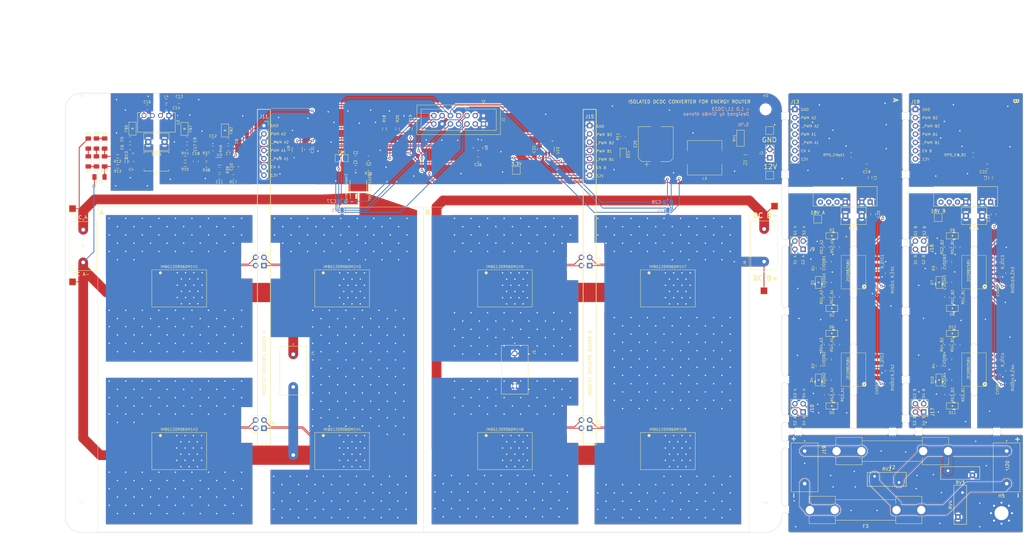
<source format=kicad_pcb>
(kicad_pcb (version 20221018) (generator pcbnew)
  (title_block (title "Conversor DCDC para Energy Router") (rev "V1.0") (company "UNL-FCT") (comment 1 "Simão Bernardo Neves Afonso"))
  (layers (0 "F.Cu" signal) (31 "B.Cu" signal) (34 "B.Paste" user) (35 "F.Paste" user) (36 "B.SilkS" user "B.Silkscreen") (37 "F.SilkS" user "F.Silkscreen") (38 "B.Mask" user) (39 "F.Mask" user) (44 "Edge.Cuts" user))
  (net 0 "")
  (net 1 "Net-(2EDR8258X1-VDDI-Pad3)")
  (net 2 "Net-(2EDR8258X1-DIS)")
  (net 3 "Net-(2EDR8258X1-STP{slash}DTC)")
  (net 5 "/G1_A")
  (net 6 "/G2_A")
  (net 7 "/G3_A")
  (net 8 "/G4_A")
  (net 9 "GND")
  (net 10 "Net-(2EDR8258X1-OUTB)")
  (net 11 "/S2_A")
  (net 12 "Net-(2EDR8258X1-OUTA)")
  (net 13 "Net-(2EDR8258X1-VDDA)")
  (net 14 "/18V_A")
  (net 15 "/G1_B")
  (net 16 "/G2_B")
  (net 17 "/G3_B")
  (net 18 "/G4_B")
  (net 19 "/18V_B")
  (net 20 "+12V")
  (net 21 "Net-(CurrentSensor1-VOUT)")
  (net 22 "GND1")
  (net 23 "GND2")
  (net 24 "Net-(2EDR8258X2-VDDI-Pad3)")
  (net 25 "Net-(2EDR8258X2-DIS)")
  (net 26 "Net-(2EDR8258X2-STP{slash}DTC)")
  (net 28 "Net-(2EDR8258X2-OUTB)")
  (net 29 "/S1_A")
  (net 30 "Net-(2EDR8258X2-OUTA)")
  (net 31 "/S4_A")
  (net 32 "/PWM_B1")
  (net 33 "/{slash}PWM_B1")
  (net 34 "/PWM_B2")
  (net 35 "/{slash}PWM_B2")
  (net 36 "/S3_A")
  (net 37 "/TransPP")
  (net 38 "/S2_B")
  (net 39 "/TransNP")
  (net 40 "/S1_B")
  (net 41 "/S4_B")
  (net 42 "/S3_B")
  (net 43 "/SDA")
  (net 44 "/SCL")
  (net 45 "Net-(2EDR8258X2-VDDA)")
  (net 46 "Net-(2EDR8258X3-VDDI-Pad3)")
  (net 47 "Net-(2EDR8258X3-DIS)")
  (net 48 "Net-(2EDR8258X3-STP{slash}DTC)")
  (net 50 "Net-(2EDR8258X3-OUTB)")
  (net 51 "Net-(2EDR8258X3-OUTA)")
  (net 52 "Net-(2EDR8258X3-VDDA)")
  (net 53 "Net-(2EDR8258X4-VDDI-Pad3)")
  (net 54 "Net-(2EDR8258X4-DIS)")
  (net 55 "Net-(2EDR8258X4-STP{slash}DTC)")
  (net 57 "Net-(2EDR8258X4-OUTB)")
  (net 58 "/HP")
  (net 59 "Net-(2EDR8258X4-OUTA)")
  (net 60 "Net-(CurrentSensor1-VS)")
  (net 61 "/I_M_A")
  (net 62 "Net-(2EDR8258X4-VDDA)")
  (net 64 "Net-(U3-V+)")
  (net 65 "Net-(U3--)")
  (net 66 "Net-(U3-+)")
  (net 67 "/DC_M_A")
  (net 68 "/DC_A")
  (net 69 "/DC_B")
  (net 70 "/TransPS")
  (net 71 "/TransNS")
  (net 72 "Net-(D13-A1)")
  (net 73 "/V_M_A")
  (net 74 "Net-(C11-Pad1)")
  (net 75 "/3.3V")
  (net 76 "Net-(IC1-VDD1)")
  (net 77 "Net-(IC1-VDD2)")
  (net 78 "/EN_B")
  (net 79 "Net-(U2-VIN)")
  (net 80 "/5V_A")
  (net 81 "Net-(C18-Pad1)")
  (net 82 "Net-(C18-Pad2)")
  (net 83 "Net-(P1-VCC)")
  (net 84 "Net-(P2-VCC)")
  (net 85 "Net-(D14-K)")
  (net 86 "Net-(F1-Pad2)")
  (net 87 "Net-(IC1-VOUTN)")
  (net 88 "Net-(IC1-VOUTP)")
  (net 89 "Net-(R5-Pad1)")
  (net 90 "Net-(R6-Pad1)")
  (net 91 "Net-(R7-Pad1)")
  (net 92 "Net-(R8-Pad1)")
  (net 93 "Net-(R10-Pad2)")
  (net 94 "Net-(R10-Pad1)")
  (net 95 "Net-(D1-A)")
  (net 96 "Net-(D2-K)")
  (net 97 "Net-(D3-K)")
  (net 98 "Net-(D4-A)")
  (net 99 "Net-(D5-K)")
  (net 100 "Net-(D6-K)")
  (net 101 "Net-(D7-A)")
  (net 102 "Net-(D8-K)")
  (net 103 "Net-(D9-K)")
  (net 104 "Net-(D10-A)")
  (net 105 "Net-(D11-K)")
  (net 106 "Net-(D12-K)")
  (net 107 "/DC_OUT+")
  (net 108 "/DC+")
  (net 109 "/DC_OUT-")
  (net 110 "/DC-")
  (net 111 "Earth")
  (net 112 "/PWM_A1")
  (net 113 "/{slash}PWM_A1")
  (net 114 "/PWM_A2")
  (net 115 "/{slash}PWM_A2")
  (net 116 "/12V")
  (net 117 "/EN_A")
  (footprint "Resistor_SMD:R_0805_2012Metric_Pad1.20x1.40mm_HandSolder" (layer "F.Cu") (at 107.2543 85.5)
    (fp_text reference "R40")
    (fp_text value "3k2")
  )
  (footprint "Footprints:CONV_PQS075-S12-S5-S" (layer "F.Cu") (at 89.92 77.5 180)
    (fp_text reference "U2")
    (fp_text value "PQS075-S12-S5-S")
  )
  (footprint "TestPoint:TestPoint_Pad_2.0x2.0mm" (layer "F.Cu") (at 329.92 106.75)
    (fp_text reference "18V B")
    (fp_text value "TestPoint")
  )
  (footprint "Resistor_SMD:R_0805_2012Metric_Pad1.20x1.40mm_HandSolder" (layer "F.Cu") (at 298.87 145.825 90)
    (fp_text reference "RG4_A1")
    (fp_text value "2.4")
  )
  (footprint "Footprints:SOIC127P1150X280-8N" (layer "F.Cu") (at 89.92 89.5)
    (fp_text reference "IC1")
    (fp_text value "AMC1311DWVR")
  )
  (footprint "Capacitor_SMD:C_0805_2012Metric_Pad1.18x1.45mm_HandSolder" (layer "F.Cu") (at 81.845 85.1782)
    (fp_text reference "C6")
    (fp_text value "0.1u")
  )
  (footprint "Capacitor_SMD:C_0805_2012Metric_Pad1.18x1.45mm_HandSolder" (layer "F.Cu") (at 136.1428 85.8636 -90)
    (fp_text reference "C31")
    (fp_text value "0.1u")
  )
  (footprint "Inductor_SMD:L_0805_2012Metric_Pad1.05x1.20mm_HandSolder" (layer "F.Cu") (at 98.7543 90.5 180)
    (fp_text reference "R15")
    (fp_text value "1k")
  )
  (footprint "Footprints:TE_282838-2" (layer "F.Cu") (at 276.4852 120.2877 90)
    (fp_text reference "J6")
    (fp_text value "282838-2")
  )
  (footprint "Footprints:mouse-bite-2mm-slot" (layer "F.Cu") (at 319.92 93.5 90)
    (fp_text reference "mouse-bite-2mm-slot" hide)
    (fp_text value "VAL**" hide)
    (fp_arc (start -2 -1) (mid -1 0) (end -2 1) (stroke (width 0.1)) (layer "Edge.Cuts"))
    (fp_arc (start 2 1) (mid 1 0) (end 2 -1) (stroke (width 0.1)) (layer "Edge.Cuts"))
  )
  (footprint "Connector_PinSocket_2.54mm:PinSocket_2x02_P2.54mm_Vertical" (layer "F.Cu") (at 122.92 121.5 -90)
    (fp_text reference "J7" hide)
    (fp_text value "Conn_02x02_Counter_Clockwise")
  )
  (footprint "Footprints:TE_282838-2" (layer "F.Cu") (at 67.442 110.5 -90)
    (fp_text reference "J3")
    (fp_text value "282838-2")
  )
  (footprint "Connector_PinHeader_2.54mm:PinHeader_1x07_P2.54mm_Vertical" (layer "F.Cu") (at 322.92 73.5)
    (fp_text reference "J18")
    (fp_text value "Conn_01x07_Pin")
  )
  (footprint "Resistor_SMD:R_1206_3216Metric_Pad1.30x1.75mm_HandSolder" (layer "F.Cu") (at 69.0043 84 90)
    (fp_text reference "R5")
    (fp_text value "402k 250mW")
  )
  (footprint "Resistor_SMD:R_1206_3216Metric_Pad1.30x1.75mm_HandSolder" (layer "F.Cu") (at 74.0043 84 90)
    (fp_text reference "R9")
    (fp_text value "402k 250mW")
  )
  (footprint "Resistor_SMD:R_0805_2012Metric_Pad1.20x1.40mm_HandSolder" (layer "F.Cu") (at 351.37 123.85 90)
    (fp_text reference "R_EN3")
    (fp_text value "10k")
  )
  (footprint "Capacitor_SMD:C_0805_2012Metric_Pad1.18x1.45mm_HandSolder" (layer "F.Cu") (at 155.015 88.5591 180)
    (fp_text reference "C3")
    (fp_text value "0.1u")
  )
  (footprint "Resistor_SMD:R_0805_2012Metric_Pad1.20x1.40mm_HandSolder" (layer "F.Cu") (at 330.17 152.35 90)
    (fp_text reference "R4")
    (fp_text value "2.4")
  )
  (footprint "Resistor_SMD:R_1206_3216Metric_Pad1.30x1.75mm_HandSolder" (layer "F.Cu") (at 72.4387 94.2754)
    (fp_text reference "R16")
    (fp_text value "0.001 1W")
  )
  (footprint "Varistor:RV_Disc_D12mm_W3.9mm_P7.5mm" (layer "F.Cu") (at 332.92 184.55)
    (fp_text reference "RV3")
    (fp_text value "Varistor")
  )
  (footprint "Capacitor_SMD:C_0805_2012Metric_Pad1.18x1.45mm_HandSolder" (layer "F.Cu") (at 333.37 120.325 90)
    (fp_text reference "CVDDB3")
    (fp_text value "0.1uF")
  )
  (footprint "Capacitor_SMD:C_0805_2012Metric_Pad1.18x1.45mm_HandSolder" (layer "F.Cu") (at 333.37 126.675 90)
    (fp_text reference "CVDDA3")
    (fp_text value "0.1uF")
  )
  (footprint "Footprints:mouse-bite-2mm-slot" (layer "F.Cu") (at 282.92 156.5 90)
    (fp_text reference "mouse-bite-2mm-slot" hide)
    (fp_text value "VAL**" hide)
    (fp_arc (start -2 -1) (mid -1 0) (end -2 1) (stroke (width 0.1)) (layer "Edge.Cuts"))
    (fp_arc (start 2 1) (mid 1 0) (end 2 -1) (stroke (width 0.1)) (layer "Edge.Cuts"))
  )
  (footprint "Footprints:mouse-bite-2mm-slot" (layer "F.Cu") (at 282.92 93.5 90)
    (fp_text reference "mouse-bite-2mm-slot" hide)
    (fp_text value "VAL**" hide)
    (fp_arc (start -2 -1) (mid -1 0) (end -2 1) (stroke (width 0.1)) (layer "Edge.Cuts"))
    (fp_arc (start 2 1) (mid 1 0) (end 2 -1) (stroke (width 0.1)) (layer "Edge.Cuts"))
  )
  (footprint "Capacitor_SMD:C_0805_2012Metric_Pad1.18x1.45mm_HandSolder" (layer "F.Cu") (at 188.6774 88.825 180)
    (fp_text reference "C26")
    (fp_text value "2.2u")
  )
  (footprint "Footprints:mouse-bite-2mm-slot" (layer "F.Cu") (at 319.92 135.5 90)
    (fp_text reference "mouse-bite-2mm-slot" hide)
    (fp_text value "VAL**" hide)
    (fp_arc (start -2 -1) (mid -1 0) (end -2 1) (stroke (width 0.1)) (layer "Edge.Cuts"))
    (fp_arc (start 2 1) (mid 1 0) (end 2 -1) (stroke (width 0.1)) (layer "Edge.Cuts"))
  )
  (footprint "PCM_Diode_SMD_AKL:D_0805_2012Metric_Pad1.15x1.40mm_HandSolder" (layer "F.Cu") (at 330.17 156.675 90)
    (fp_text reference "D10")
    (fp_text value "D")
  )
  (footprint "Capacitor_SMD:C_0805_2012Metric_Pad1.18x1.45mm_HandSolder" (layer "F.Cu") (at 112.0043 83.25)
    (fp_text reference "C8")
    (fp_text value "0.1u")
  )
  (footprint "Footprints:mouse-bite-2mm-slot" (layer "F.Cu") (at 319.92 168.5 90)
    (fp_text reference "mouse-bite-2mm-slot" hide)
    (fp_text value "VAL**" hide)
    (fp_arc (start -2 -1) (mid -1 0) (end -2 1) (stroke (width 0.1)) (layer "Edge.Cuts"))
    (fp_arc (start 2 1) (mid 1 0) (end 2 -1) (stroke (width 0.1)) (layer "Edge.Cuts"))
  )
  (footprint "Resistor_SMD:R_0805_2012Metric_Pad1.20x1.40mm_HandSolder" (layer "F.Cu") (at 155.015 91.5591 180)
    (fp_text reference "R36")
    (fp_text value "68.1")
  )
  (footprint "Resistor_SMD:R_01005_0402Metric" (layer "F.Cu") (at 333.72 118.1 180)
    (fp_text reference "NT4" hide)
    (fp_text value "NetTie_2")
  )
  (footprint "PCM_Diode_SMD_AKL:D_0805_2012Metric_Pad1.15x1.40mm_HandSolder" (layer "F.Cu") (at 334.27 142.35 180)
    (fp_text reference "D12")
    (fp_text value "D")
  )
  (footprint "Capacitor_SMD:C_0805_2012Metric_Pad1.18x1.45mm_HandSolder" (layer "F.Cu") (at 296.37 150.325 90)
    (fp_text reference "CVDDB2")
    (fp_text value "0.1uF")
  )
  (footprint "Inductor_SMD:L_0805_2012Metric_Pad1.05x1.20mm_HandSolder" (layer "F.Cu") (at 98.7543 88.5 180)
    (fp_text reference "R14")
    (fp_text value "1k")
  )
  (footprint "Footprints:2EDR8258X" (layer "F.Cu") (at 303.92 123.5 180)
    (fp_text reference "2EDR8258X1" hide)
    (fp_text value "U" hide)
  )
  (footprint "TestPoint:TestPoint_Pad_2.0x2.0mm" (layer "F.Cu") (at 64.17 104)
    (fp_text reference "TP5" hide)
    (fp_text value "TestPoint")
  )
  (footprint "LED_SMD:LED_0805_2012Metric_Pad1.15x1.40mm_HandSolder" (layer "F.Cu") (at 233.2226 87.3428 -90)
    (fp_text reference "D14")
    (fp_text value "LED")
  )
  (footprint "Resistor_SMD:R_0805_2012Metric_Pad1.20x1.40mm_HandSolder" (layer "F.Cu") (at 351.37 127.7 90)
    (fp_text reference "RVDDI3")
    (fp_text value "3k")
  )
  (footprint "Footprints:SOT95P280X145-5N" (layer "F.Cu") (at 188.6774 85.325 -90)
    (fp_text reference "U6")
    (fp_text value "MIC5225-3.3YM5-TR")
  )
  (footprint "Inductor_SMD:L_0805_2012Metric_Pad1.05x1.20mm_HandSolder" (layer "F.Cu") (at 159.92 79.5 90)
    (fp_text reference "R18")
    (fp_text value "5k")
  )
  (footprint "Resistor_SMD:R_0805_2012Metric_Pad1.20x1.40mm_HandSolder" (layer "F.Cu") (at 314.37 127.7 90)
    (fp_text reference "RVDDI1")
    (fp_text value "3k")
  )
  (footprint "Capacitor_SMD:C_0805_2012Metric_Pad1.18x1.45mm_HandSolder" (layer "F.Cu") (at 102.0043 89.5 -90)
    (fp_text reference "C18")
    (fp_text value "0.1u")
  )
  (footprint "Inductor_SMD:L_10.4x10.4_H4.8" (layer "F.Cu") (at 258.2226 88.3678 180)
    (fp_text reference "L3")
    (fp_text value "82u")
  )
  (footprint "Resistor_SMD:R_0805_2012Metric_Pad1.20x1.40mm_HandSolder" (layer "F.Cu") (at 332.67 115.825 90)
    (fp_text reference "RG2_B2")
    (fp_text value "2.4")
  )
  (footprint "Connector_PinHeader_2.54mm:PinHeader_1x02_P2.54mm_Vertical" (layer "F.Cu") (at 278.2226 88.3678 180)
    (fp_text reference "J2")
    (fp_text value "Conn_01x02_Pin")
  )
  (footprint "Diode_SMD:D_SOD-923" (layer "F.Cu") (at 80.6683 89.5 -90)
    (fp_text reference "D13")
    (fp_text value "ESD5B5.0ST1G")
  )
  (footprint "Resistor_SMD:R_0805_2012Metric_Pad1.20x1.40mm_HandSolder" (layer "F.Cu") (at 298.87 161.175 -90)
    (fp_text reference "RG3_A1")
    (fp_text value "2.4")
  )
  (footprint "Resistor_SMD:R_0805_2012Metric_Pad1.20x1.40mm_HandSolder" (layer "F.Cu") (at 293.17 152.35 90)
    (fp_text reference "R2")
    (fp_text value "2.4")
  )
  (footprint "Connector_PinHeader_2.54mm:PinHeader_1x07_P2.54mm_Vertical" (layer "F.Cu") (at 285.92 73.5)
    (fp_text reference "J13")
    (fp_text value "Conn_01x07_Pin")
  )
  (footprint "TestPoint:TestPoint_Pad_2.0x2.0mm" (layer "F.Cu") (at 64.17 126.5)
    (fp_text reference "DC A-" hide)
    (fp_text value "TestPoint")
  )
  (footprint "Footprints:SOT95P280X145-6N" (layer "F.Cu") (at 210.496 85.777 -90)
    (fp_text reference "U10")
    (fp_text value "SN74LVC2G14DBVR")
  )
  (footprint "TestPoint:TestPoint_Pad_2.0x2.0mm" (layer "F.Cu") (at 278.17 93.75)
    (fp_text reference "TP9" hide)
    (fp_text value "TestPoint")
  )
  (footprint "Resistor_SMD:R_0805_2012Metric_Pad1.20x1.40mm_HandSolder" (layer "F.Cu") (at 314.37 157.7 90)
    (fp_text reference "RVDDI2")
    (fp_text value "3k")
  )
  (footprint "Footprints:mouse-bite-2mm-slot" (layer "F.Cu") (at 315.92 172.5 180)
    (fp_text reference "mouse-bite-2mm-slot" hide)
    (fp_text value "VAL**" hide)
    (fp_arc (start -2 -1) (mid -1 0) (end -2 1) (stroke (width 0.1)) (layer "Edge.Cuts"))
    (fp_arc (start 2 1) (mid 1 0) (end 2 -1) (stroke (width 0.1)) (layer "Edge.Cuts"))
  )
  (footprint "Footprints:AM2D-NZ" (layer "F.Cu") (at 346.003 102 180)
    (fp_text reference "P2")
    (fp_text value "AM2D-1218SZ")
  )
  (footprint "PCM_Package_TO_SOT_SMD_AKL:TO-263-7_TabPin8" (layer "F.Cu") (at 196.92 178.5)
    (fp_text reference "IMBG120R060M1H6")
    (fp_text value "~" hide)
  )
  (footprint "Resistor_SMD:R_0805_2012Metric_Pad1.20x1.40mm_HandSolder" (layer "F.Cu") (at 295.67 145.825 90)
    (fp_text reference "RG4_A2")
    (fp_text value "2.4")
  )
  (footprint "Capacitor_THT:C_Disc_D7.5mm_W5.0mm_P5.00mm" (layer "F.Cu") (at 343.42 106.25 180)
    (fp_text reference "C24")
    (fp_text value "470p 2kV")
  )
  (footprint "TestPoint:TestPoint_Pad_2.0x2.0mm" (layer "F.Cu") (at 292.92 107.25)
    (fp_text reference "18V A")
    (fp_text value "TestPoint")
  )
  (footprint "Footprints:2EDR8258X" (layer "F.Cu") (at 340.92 123.5 180)
    (fp_text reference "2EDR8258X3" hide)
    (fp_text value "U" hide)
  )
  (footprint "Capacitor_SMD:CP_Elec_10x14.3" (layer "F.Cu") (at 243.2226 84.1678 90)
    (fp_text reference "C25")
    (fp_text value "680u 25V")
  )
  (footprint "Resistor_SMD:R_0805_2012Metric_Pad1.20x1.40mm_HandSolder" (layer "F.Cu") (at 105.2543 90.5)
    (fp_text reference "R38")
    (fp_text value "1k")
  )
  (footprint "Connector_PinHeader_2.54mm:PinHeader_2x02_P2.54mm_Vertical" (layer "F.Cu") (at 325.46 166.5 180)
    (fp_text reference "J17")
    (fp_text value "Conn_02x02_Counter_Clockwise")
  )
  (footprint "Resistor_SMD:R_0805_2012Metric_Pad1.20x1.40mm_HandSolder" (layer "F.Cu") (at 314.37 153.85 90)
    (fp_text reference "R_EN2")
    (fp_text value "10k")
  )
  (footprint "Resistor_SMD:R_0805_2012Metric_Pad1.20x1.40mm_HandSolder" (layer "F.Cu") (at 330.17 122.35 90)
    (fp_text reference "R3")
    (fp_text value "2.4")
  )
  (footprint "PCM_Package_TO_SOT_SMD_AKL:TO-263-7_TabPin8" (layer "F.Cu") (at 146.92 128.5)
    (fp_text reference "IMBG120R060M1H3")
    (fp_text value "~" hide)
  )
  (footprint "Capacitor_SMD:C_0805_2012Metric_Pad1.18x1.45mm_HandSolder" (layer "F.Cu") (at 109.2543 94.25 180)
    (fp_text reference "C11")
    (fp_text value "680p")
  )
  (footprint "PCM_Diode_SMD_AKL:D_0805_2012Metric_Pad1.15x1.40mm_HandSolder" (layer "F.Cu") (at 334.27 112.35 180)
    (fp_text reference "D9")
    (fp_text value "D")
  )
  (footprint "Connector_PinSocket_2.54mm:PinSocket_1x07_P2.54mm_Vertical" (layer "F.Cu") (at 122.92 78.5)
    (fp_text reference "J11")
    (fp_text value "Conn_01x07_Socket")
  )
  (footprint "Footprints:mouse-bite-2mm-slot" (layer "F.Cu") (at 282.92 75.5 90)
    (fp_text reference "mouse-bite-2mm-slot" hide)
    (fp_text value "VAL**" hide)
    (fp_arc (start -2 -1) (mid -1 0) (end -2 1) (stroke (width 0.1)) (layer "Edge.Cuts"))
    (fp_arc (start 2 1) (mid 1 0) (end 2 -1) (stroke (width 0.1)) (layer "Edge.Cuts"))
  )
  (footprint "Resistor_SMD:R_0805_2012Metric_Pad1.20x1.40mm_HandSolder" (layer "F.Cu") (at 332.67 161.175 -90)
    (fp_text reference "RG3_B2")
    (fp_text value "2.4")
  )
  (footprint "PCM_Diode_SMD_AKL:D_0805_2012Metric_Pad1.15x1.40mm_HandSolder" (layer "F.Cu") (at 334.27 164.65 180)
    (fp_text reference "D11")
    (fp_text value "D")
  )
  (footprint "Resistor_SMD:R_0805_2012Metric_Pad1.20x1.40mm_HandSolder" (layer "F.Cu") (at 332.67 131.175 -90)
    (fp_text reference "RG1_B2")
    (fp_text value "2.4")
  )
  (footprint "Resistor_SMD:R_0805_2012Metric_Pad1.20x1.40mm_HandSolder" (layer "F.Cu") (at 105.2543 88.5)
    (fp_text reference "R37")
    (fp_text value "1k")
  )
  (footprint "MountingHole:MountingHole_3.2mm_M3" (layer "F.Cu") (at 66.92 73.5)
    (fp_text reference "H1")
    (fp_text value "MountingHole")
  )
  (footprint "Resistor_SMD:R_0805_2012Metric_Pad1.20x1.40mm_HandSolder" (layer "F.Cu") (at 351.37 153.85 90)
    (fp_text reference "R_EN4")
    (fp_text value "10k")
  )
  (footprint "Connector_PinSocket_2.54mm:PinSocket_2x02_P2.54mm_Vertical" (layer "F.Cu") (at 222.92 121.5 -90)
    (fp_text reference "J12")
    (fp_text value "Conn_02x02_Counter_Clockwise")
  )
  (footprint "Resistor_SMD:R_0805_2012Metric_Pad1.20x1.40mm_HandSolder" (layer "F.Cu") (at 311.17 150.45 90)
    (fp_text reference "R_DTC2")
    (fp_text value "10k")
  )
  (footprint "PCM_Package_TO_SOT_SMD_AKL:TO-263-7_TabPin8" (layer "F.Cu") (at 196.92 128.5)
    (fp_text reference "IMBG120R060M1H5")
    (fp_text value "~" hide)
  )
  (footprint "Footprints:mouse-bite-2mm-slot" (layer "F.Cu") (at 286.92 172.5 180)
    (fp_text reference "mouse-bite-2mm-slot" hide)
    (fp_text value "VAL**" hide)
    (fp_arc (start -2 -1) (mid -1 0) (end -2 1) (stroke (width 0.1)) (layer "Edge.Cuts"))
    (fp_arc (start 2 1) (mid 1 0) (end 2 -1) (stroke (width 0.1)) (layer "Edge.Cuts"))
  )
  (footprint "Resistor_SMD:R_1206_3216Metric_Pad1.30x1.75mm_HandSolder" (layer "F.Cu") (at 69.0043 89.5 90)
    (fp_text reference "R6")
    (fp_text value "402k 250mW")
  )
  (footprint "Inductor_SMD:L_0805_2012Metric_Pad1.05x1.20mm_HandSolder" (layer "F.Cu") (at 167.92 79.5 90)
    (fp_text reference "R19")
    (fp_text value "5k")
  )
  (footprint "Resistor_SMD:R_0805_2012Metric_Pad1.20x1.40mm_HandSolder" (layer "F.Cu") (at 311.17 120.45 90)
    (fp_text reference "R_DTC1")
    (fp_text value "10k")
  )
  (footprint "PCM_Package_TO_SOT_SMD_AKL:TO-263-7_TabPin8" (layer "F.Cu") (at 96.92 178.5)
    (fp_text reference "IMBG120R060M1H2")
    (fp_text value "~" hide)
  )
  (footprint "Footprints:2EDR8258X" (layer "F.Cu") (at 303.92 153.5 180)
    (fp_text reference "2EDR8258X2" hide)
    (fp_text value "U" hide)
  )
  (footprint "Capacitor_SMD:C_0805_2012Metric_Pad1.18x1.45mm_HandSolder" (layer "F.Cu") (at 311.17 155 90)
    (fp_text reference "CVDDI2")
    (fp_text value "10n")
  )
  (footprint "PCM_Ferrite_SMD_Handsoldering_AKL:Ferrite_0805_2012Metric_Pad1.15x1.40mm_BigPads" (layer "F.Cu") (at 98.5328 79.5032 -90)
    (fp_text reference "FB7")
    (fp_text value "MH2029-300Y" hide)
  )
  (footprint "Resistor_SMD:R_0805_2012Metric_Pad1.20x1.40mm_HandSolder" (layer "F.Cu") (at 113.5043 94.25)
    (fp_text reference "R17")
    (fp_text value "68.1")
  )
  (footprint "Resistor_SMD:R_0805_2012Metric_Pad1.20x1.40mm_HandSolder" (layer "F.Cu") (at 298.87 131.175 -90)
    (fp_text reference "RG1_A1")
    (fp_text value "2.4")
  )
  (footprint "Footprints:SOT95P280X145-6N" (layer "F.Cu") (at 133.1428 85.8636 90)
    (fp_text reference "U9")
    (fp_text value "SN74LVC2G14DBVR")
  )
  (footprint "Capacitor_SMD:C_0805_2012Metric_Pad1.18x1.45mm_HandSolder" (layer "F.Cu") (at 81.845 82.6782)
    (fp_text reference "C5")
    (fp_text value "1u")
  )
  (footprint "MountingHole:MountingHole_3.2mm_M3" (layer "F.Cu") (at 276.92 73.5)
    (fp_text reference "H3")
    (fp_text value "MountingHole")
  )
  (footprint "Connector_PinHeader_2.54mm:PinHeader_2x02_P2.54mm_Vertical" (layer "F.Cu") (at 288.46 116.5 180)
    (fp_text reference "J9")
    (fp_text value "Conn_02x02_Counter_Clockwise")
  )
  (footprint "Capacitor_SMD:C_0805_2012Metric_Pad1.18x1.45mm_HandSolder" (layer "F.Cu") (at 107.2543 83.25 180)
    (fp_text reference "C12")
    (fp_text value "680p")
  )
  (footprint "Capacitor_SMD:C_0805_2012Metric_Pad1.18x1.45mm_HandSolder" (layer "F.Cu") (at 333.37 150.325 90)
    (fp_text reference "CVDDB4")
    (fp_text value "0.1uF")
  )
  (footprint "PCM_Ferrite_SMD_Handsoldering_AKL:Ferrite_0805_2012Metric_Pad1.15x1.40mm_BigPads" (layer "F.Cu") (at 110.9705 80 -90)
    (fp_text reference "FB2")
    (fp_text value "MH2029-300Y" hide)
  )
  (footprint "PCM_4ms_Package_SOIC:SOIC-8-1EP_3.9x4.9mm_Pitch1.27mm_HandSolder" (layer "F.Cu") (at 151.92 97.5091 90)
    (fp_text reference "CurrentSensor1")
    (fp_text value "TMCS1101A2B")
  )
  (footprint "Inductor_SMD:L_0805_2012Metric_Pad1.05x1.20mm_HandSolder" (layer "F.Cu") (at 309.003 94.5 -90)
    (fp_text reference "L1")
    (fp_text value "18u")
  )
  (footprint "Varistor:RV_Disc_D12mm_W3.9mm_P7.5mm" (layer "F.Cu") (at 337.37 191.25 -90)
    (fp_text reference "RV4")
    (fp_text value "Varistor")
  )
  (footprint "Capacitor_SMD:C_0805_2012Metric_Pad1.18x1.45mm_HandSolder" (layer "F.Cu") (at 112.0043 85.5)
    (fp_text reference "C7")
    (fp_text value "4.7u")
  )
  (footprint "PCM_Package_TO_SOT_SMD_AKL:TO-263-7_TabPin8" (layer "F.Cu") (at 146.92 178.5)
    (fp_text reference "IMBG120R060M1H4")
    (fp_text value "~" hide)
  )
  (footprint "Resistor_SMD:R_1206_3216Metric_Pad1.30x1.75mm_HandSolder" (layer "F.Cu") (at 74.0043 89.5 90)
    (fp_text reference "R10")
    (fp_text value "4K53 250mW")
  )
  (footprint "TestPoint:TestPoint_Pad_2.0x2.0mm" (layer "F.Cu") (at 200.42 92.25)
    (fp_text reference "3.3V")
    (fp_text value "TestPoint")
  )
  (footprint "Resistor_SMD:R_0805_2012Metric_Pad1.20x1.40mm_HandSolder" (layer "F.Cu") (at 348.17 120.45 90)
    (fp_text reference "R_DTC3")
    (fp_text value "10k")
  )
  (footprint "PCM_Diode_SMD_AKL:D_0805_2012Metric_Pad1.15x1.40mm_HandSolder" (layer "F.Cu") (at 297.27 164.65 180)
    (fp_text reference "D5")
    (fp_text value "D")
  )
  (footprint "Resistor_SMD:R_0805_2012Metric_Pad1.20x1.40mm_HandSolder" (layer "F.Cu") (at 335.87 115.825 90)
    (fp_text reference "RG2_B1")
    (fp_text value "2.4")
  )
  (footprint "Resistor_SMD:R_0805_2012Metric_Pad1.20x1.40mm_HandSolder" (layer "F.Cu") (at 233.1726 81.8678 90)
    (fp_text reference "R11")
    (fp_text value "510")
  )
  (footprint "Capacitor_SMD:C_0805_2012Metric_Pad1.18x1.45mm_HandSolder" (layer "F.Cu") (at 344.9655 91 180)
    (fp_text reference "C22")
    (fp_text value "2.2u 100v")
  )
  (footprint "Connector_PinHeader_2.54mm:PinHeader_2x02_P2.54mm_Vertical" (layer "F.Cu") (at 325.46 116.5 180)
    (fp_text reference "J16")
    (fp_text value "Conn_02x02_Counter_Clockwise")
  )
  (footprint "PCM_Diode_SMD_AKL:D_0805_2012Metric_Pad1.15x1.40mm_HandSolder" (layer "F.Cu") (at 293.17 126.675 90)
    (fp_text reference "D1")
    (fp_text value "D")
  )
  (footprint "Resistor_SMD:R_0805_2012Metric_Pad1.20x1.40mm_HandSolder" (layer "F.Cu") (at 303.17 87.5 180)
    (fp_text reference "RPD_EN_A1")
    (fp_text value "10k")
  )
  (footprint "Capacitor_SMD:C_0805_2012Metric_Pad1.18x1.45mm_HandSolder" (layer "F.Cu") (at 348.17 125 90)
    (fp_text reference "CVDDI3")
    (fp_text value "10n")
  )
  (footprint "Resistor_SMD:R_0805_2012Metric_Pad1.20x1.40mm_HandSolder" (layer "F.Cu") (at 335.87 161.175 -90)
    (fp_text reference "RG3_B1")
    (fp_text value "2.4")
  )
  (footprint "Footprints:mouse-bite-2mm-slot" (layer "F.Cu") (at 323.92 172.5 180)
    (fp_text reference "mouse-bite-2mm-slot" hide)
    (fp_text value "VAL**" hide)
    (fp_arc (start -2 -1) (mid -1 0) (end -2 1) (stroke (width 0.1)) (layer "Edge.Cuts"))
    (fp_arc (start 2 1) (mid 1 0) (end 2 -1) (stroke (width 0.1)) (layer "Edge.Cuts"))
  )
  (footprint "Capacitor_SMD:C_0805_2012Metric_Pad1.18x1.45mm_HandSolder" (layer "F.Cu") (at 87.1028 72.8964)
    (fp_text reference "C16")
    (fp_text value "10u 16v")
  )
  (footprint "Resistor_SMD:R_0805_2012Metric_Pad1.20x1.40mm_HandSolder" (layer "F.Cu") (at 335.87 131.175 -90)
    (fp_text reference "RG1_B1")
    (fp_text value "2.4")
  )
  (footprint "Inductor_SMD:L_0805_2012Metric_Pad1.05x1.20mm_HandSolder" (layer "F.Cu") (at 78.0043 87.95 180)
    (fp_text reference "R12")
    (fp_text value "39")
  )
  (footprint "Resistor_SMD:R_1206_3216Metric_Pad1.30x1.75mm_HandSolder" (layer "F.Cu") (at 71.5043 89.5 -90)
    (fp_text reference "R7")
    (fp_text value "402k 250mW")
  )
  (footprint "PCM_Resistor_SMD_AKL:R_1206_3216Metric_Pad1.30x1.75mm_HandSolder" (layer "F.Cu") (at 269.2351 82.3678 90)
    (fp_text reference "RV1")
    (fp_text value "14V")
  )
  (footprint "Footprints:2EDR8258X" (layer "F.Cu") (at 340.92 153.5 180)
    (fp_text reference "2EDR8258X4" hide)
    (fp_text value "U" hide)
  )
  (footprint "Inductor_SMD:L_0805_2012Metric_Pad1.05x1.20mm_HandSolder" (layer "F.Cu") (at 163.92 79.5 90)
    (fp_text reference "R20")
    (fp_text value "5k")
  )
  (footprint "Resistor_SMD:R_0805_2012Metric_Pad1.20x1.40mm_HandSolder" (layer "F.Cu") (at 348.17 150.45 90)
    (fp_text reference "R_DTC4")
    (fp_text value "10k")
  )
  (footprint "Capacitor_SMD:C_0805_2012Metric_Pad1.18x1.45mm_HandSolder" (layer "F.Cu") (at 348.17 155 90)
    (fp_text reference "CVDDI4")
    (fp_text value "10n")
  )
  (footprint "Capacitor_SMD:C_0805_2012Metric_Pad1.18x1.45mm_HandSolder" (layer "F.Cu") (at 207.496 85.777 90)
    (fp_text reference "C32")
    (fp_text value "0.1u")
  )
  (footprint "Resistor_SMD:R_0805_2012Metric_Pad1.20x1.40mm_HandSolder" (layer "F.Cu") (at 340.67 87.5 180)
    (fp_text reference "RPD_EN_B1")
    (fp_text value "10k")
  )
  (footprint "Footprints:TE_282838-2" (layer "F.Cu") (at 288.92 178.5 -90)
    (fp_text reference "J19")
    (fp_text value "282838-2")
  )
  (footprint "Capacitor_SMD:C_0805_2012Metric_Pad1.18x1.45mm_HandSolder" (layer "F.Cu") (at 96.92 71)
    (fp_text reference "C13")
    (fp_text value "4.7u 50v")
  )
  (footprint "Capacitor_SMD:C_0805_2012Metric_Pad1.18x1.45mm_HandSolder" (layer "F.Cu") (at 296.37 156.675 90)
    (fp_text reference "CVDDA2")
    (fp_text value "0.1uF")
  )
  (footprint "Resistor_SMD:R_01005_0402Metric" (layer "F.Cu") (at 297.72 147.9)
    (fp_text reference "NT2" hide)
    (fp_text value "NetTie_2")
  )
  (footprint "Capacitor_SMD:C_0805_2012Metric_Pad1.18x1.45mm_HandSolder" (layer "F.Cu") (at 82.1669 89.5 -90)
    (fp_text reference "C4")
    (fp_text value "0.01u")
  )
  (footprint "Fuse:Fuseholder_Clip-6.3x32mm_Littelfuse_102_Inline_P34.21x7.62mm_D2.54mm_Horizontal" (layer "F.Cu") (at 332.92 178.5 180)
    (fp_text reference "F2")
    (fp_text value "Fuse")
  )
  (footprint "Resistor_SMD:R_0805_2012Metric_Pad1.20x1.40mm_HandSolder" (layer "F.Cu") (at 298.87 115.825 90)
    (fp_text reference "RG2_A1")
    (fp_text value "2.4")
  )
  (footprint "Resistor_SMD:R_1206_3216Metric_Pad1.30x1.75mm_HandSolder" (layer "F.Cu") (at 71.5043 84 -90)
    (fp_text reference "R8")
    (fp_text value "402k 250mW")
  )
  (footprint "Connector_PinSocket_2.54mm:PinSocket_1x07_P2.54mm_Vertical" (layer "F.Cu") (at 222.92 78.5)
    (fp_text reference "J15")
    (fp_text value "Conn_01x07_Socket")
  )
  (footprint "TestPoint:TestPoint_Pad_2.0x2.0mm" (layer "F.Cu") (at 279.67 103.25)
    (fp_text reference "DC B-" hide)
    (fp_text value "TestPoint")
  )
  (footprint "PCM_Ferrite_SMD_Handsoldering_AKL:Ferrite_0805_2012Metric_Pad1.15x1.40mm_BigPads" (layer "F.Cu") (at 82.5816 79.4016 90)
    (fp_text reference "FB5")
    (fp_text value "MH2029-300Y" hide)
  )
  (footprint "PCM_Ferrite_SMD_Handsoldering_AKL:Ferrite_0805_2012Metric_Pad1.15x1.40mm_BigPads" (layer "F.Cu") (at 146.7674 88.4948)
    (fp_text reference "FB1")
    (fp_text value "MH2029-300Y" hide)
  )
  (footprint "Resistor_SMD:R_0805_2012Metric_Pad1.20x1.40mm_HandSolder" (layer "F.Cu") (at 351.37 157.7 90)
    (fp_text reference "RVDDI4")
    (fp_text value "3k")
  )
  (footprint "Connector_IDC:IDC-Header_2x07_P2.54mm_Vertical" (layer "F.Cu") (at 190.3284 75.4392 -90)
    (fp_text reference "J1")
    (fp_text value "Conn_02x07_Odd_Even")
  )
  (footprint "TestPoint:TestPoint_Pad_2.0x2.0mm" (layer "F.Cu") (at 278.17 80)
    (fp_text reference "TP11" hide)
    (fp_text value "TestPoint")
  )
  (footprint "Resistor_SMD:R_0805_2012Metric_Pad1.20x1.40mm_HandSolder" (layer "F.Cu") (at 295.67 161.175 -90)
    (fp_text reference "RG3_A2")
    (fp_text value "2.4")
  )
  (footprint "Inductor_SMD:L_0805_2012Metric_Pad1.05x1.20mm_HandSolder" (layer "F.Cu") (at 78.0043 91.05 180)
    (fp_text reference "R13")
    (fp_text value "39")
  )
  (footprint "Capacitor_SMD:C_0805_2012Metric_Pad1.18x1.45mm_HandSolder" (layer "F.Cu") (at 296.37 126.675 90)
    (fp_text reference "CVDDA1")
    (fp_text value "0.1uF")
  )
  (footprint "Capacitor_SMD:C_0805_2012Metric_Pad1.18x1.45mm_HandSolder" (layer "F.Cu") (at 92.8686 72.9472)
    (fp_text reference "C14")
    (fp_text value "4.7u 50v")
  )
  (footprint "Capacitor_SMD:C_0805_2012Metric_Pad1.18x1.45mm_HandSolder" (layer "F.Cu") (at 307.9655 91 180)
    (fp_text reference "C19")
    (fp_text value "2.2u 100v")
  )
  (footprint "PCM_Diode_SMD_AKL:D_0805_2012Metric_Pad1.15x1.40mm_HandSolder" (layer "F.Cu") (at 297.27 142.35 180)
    (fp_text reference "D6")
    (fp_text value "D")
  )
  (footprint "Footprints:mouse-bite-2mm-slot" (layer "F.Cu") (at 319.92 75.5 90)
    (fp_text reference "mouse-bite-2mm-slot" hide)
    (fp_text value "VAL**" hide)
    (fp_arc (start -2 -1) (mid -1 0) (end -2 1) (stroke (width 0.1)) (layer "Edge.Cuts"))
    (fp_arc (start 2 1) (mid 1 0) (end 2 -1) (stroke (width 0.1)) (layer "Edge.Cuts"))
  )
  (footprint "Capacitor_SMD:C_0805_2012Metric_Pad1.18x1.45mm_HandSolder" (layer "F.Cu") (at 99.2909 85.2798 180)
    (fp_text reference "C17")
    (fp_text value "4.7u")
  )
  (footprint "Package_TO_SOT_SMD:SOT-353_SC-70-5" (layer "F.Cu") (at 109.2543 89.5)
    (fp_text reference "U3")
    (fp_text value "TLV6001DCK")
  )
  (footprint "Footprints:TE_282838-2" (layer "F.Cu") (at 199.92 148.5 -90)
    (fp_text reference "J5")
    (fp_text value "282838-2")
  )
  (footprint "Footprints:TE_282838-2" (layer "F.Cu") (at 350.92 178.5 -90)
    (fp_text reference "J20")
    (fp_text value "282838-2")
  )
  (footprint "Capacitor_SMD:C_0805_2012Metric_Pad1.18x1.45mm_HandSolder" (layer "F.Cu") (at 99.2909 82.7798 180)
    (fp_text reference "C9")
    (fp_text value "0.1u")
  )
  (footprint "PCM_Diode_SMD_AKL:D_0805_2012Metric_Pad1.15x1.40mm_HandSolder" (layer "F.Cu") (at 334.27 134.65 180)
    (fp_text reference "D8")
    (fp_text value "D")
  )
  (footprint "Connector_PinSocket_2.54mm:PinSocket_2x02_P2.54mm_Vertical" (layer "F.Cu") (at 122.92 171.5 -90)
    (fp_text reference "J8")
    (fp_text value "Conn_02x02_Counter_Clockwise")
  )
  (footprint "Inductor_SMD:L_0805_2012Metric_Pad1.05x1.20mm_HandSolder" (layer "F.Cu") (at 92.9448 70.966 180)
    (fp_text reference "L4")
    (fp_text value "6.8u")
  )
  (footprint "Footprints:mouse-bite-2mm-slot" (layer "F.Cu") (at 282.92 176.5 90)
    (fp_text reference "mouse-bite-2mm-slot" hide)
    (fp_text value "VAL**" hide)
    (fp_arc (start -2 -1) (mid -1 0) (end -2 1) (stroke (width 0.1)) (layer "Edge.Cuts"))
    (fp_arc (start 2 1) (mid 1 0) (end 2 -1) (stroke (width 0.1)) (layer "Edge.Cuts"))
  )
  (footprint "TestPoint:TestPoint_Pad_2.0x2.0mm" (layer "F.Cu") (at 276.42 129.25)
    (fp_text reference "TP33" hide)
    (fp_text value "TestPoint")
  )
  (footprint "Resistor_SMD:R_0805_2012Metric_Pad1.20x1.40mm_HandSolder" (layer "F.Cu") (at 109.2543 92.1418 180)
    (fp_text reference "R39")
    (fp_text value "3k2")
  )
  (footprint "Resistor_SMD:R_01005_0402Metric" (layer "F.Cu") (at 296.47 118.1 180)
    (fp_text reference "NT1" hide)
    (fp_text value "NetTie_2")
  )
  (footprint "Capacitor_SMD:C_0805_2012Metric_Pad1.18x1.45mm_HandSolder" (layer "F.Cu") (at 311.17 125 90)
    (fp_text reference "CVDDI1")
    (fp_text value "10n")
  )
  (footprint "Inductor_SMD:L_0805_2012Metric_Pad1.05x1.20mm_HandSolder" (layer "F.Cu") (at 346.003 94.5 -90)
    (fp_text reference "L2")
    (fp_text value "18u")
  )
  (footprint "Footprints:mouse-bite-2mm-slot" (layer "F.Cu") (at 282.92 135.5 90)
    (fp_text reference "mouse-bite-2mm-slot" hide)
    (fp_text value "VAL**" hide)
    (fp_arc (start -2 -1) (mid -1 0) (end -2 1) (stroke (width 0.1)) (layer "Edge.Cuts"))
    (fp_arc (start 2 1) (mid 1 0) (end 2 -1) (stroke (width 0.1)) (layer "Edge.Cuts"))
  )
  (footprint "PCM_Diode_SMD_AKL:D_0805_2012Metric_Pad1.15x1.40mm_HandSolder" (layer "F.Cu") (at 330.17 126.675 90)
    (fp_text reference "D7")
    (fp_text value "D")
  )
  (footprint "Footprints:mouse-bite-2mm-slot" (layer "F.Cu") (at 347.92 172.5 180)
    (fp_text reference "mouse-bite-2mm-slot" hide)
    (fp_text value "VAL**" hide)
    (fp_arc (start -2 -1) (mid -1 0) (end -2 1) (stroke (width 0.1)) (layer "Edge.Cuts"))
    (fp_arc (start 2 1) (mid 1 0) (end 2 -1) (stroke (width 0.1)) (layer "Edge.Cuts"))
  )
  (footprint "Capacitor_SMD:C_0805_2012Metric_Pad1.18x1.45mm_HandSolder" (layer "F.Cu") (at 333.37 156.675 90)
    (fp_text reference "CVDDA4")
    (fp_text value "0.1uF")
  )
  (footprint "Capacitor_SMD:C_0805_2012Metric_Pad1.18x1.45mm_HandSolder" (layer "F.Cu") (at 151.0525 88.5091)
    (fp_text reference "C2")
    (fp_text value "0.1u")
  )
  (footprint "MountingHole:MountingHole_3.2mm_M3" (layer "F.Cu") (at 276.92 198.5)
    (fp_text reference "H4")
    (fp_text value "MountingHole")
  )
  (footprint "Resistor_SMD:R_01005_0402Metric" (layer "F.Cu") (at 334.92 148)
    (fp_text reference "NT3" hide)
    (fp_text value "NetTie_2")
  )
  (footprint "Footprints:mouse-bite-2mm-slot" (layer "F.Cu") (at 319.92 114.5 90)
    (fp_text reference "mouse-bite-2mm-slot" hide)
    (fp_text value "VAL**" hide)
    (fp_arc (start -2 -1) (mid -1 0) (end -2 1) (stroke (width 0.1)) (layer "Edge.Cuts"))
    (fp_arc (start 2 1) (mid 1 0) (end 2 -1) (stroke (width 0.1)) (layer "Edge.Cuts"))
  )
  (footprint "PCM_Package_TO_SOT_SMD_AKL:TO-263-7_TabPin8" (layer "F.Cu") (at 246.92 128.5)
    (fp_text reference "IMBG120R060M1H7")
    (fp_text value "~" hide)
  )
  (footprint "MountingHole:MountingHole_4.3mm_M4_Pad_Via" (layer "F.Cu") (at 349.339581 197.580419)
    (fp_text reference "H5")
    (fp_text value "MountingHole_Pad")
  )
  (footprint "Footprints:mouse-bite-2mm-slot" (layer "F.Cu") (at 282.92 114.5 90)
    (fp_text reference "mouse-bite-2mm-slot" hide)
    (fp_text value "VAL**" hide)
    (fp_arc (start -2 -1) (mid -1 0) (end -2 1) (stroke (width 0.1)) (layer "Edge.Cuts"))
    (fp_arc (start 2 1) (mid 1 0) (end 2 -1) (stroke (width 0.1)) (layer "Edge.Cuts"))
  )
  (footprint "Resistor_SMD:R_0805_2012Metric_Pad1.20x1.40mm_HandSolder" (layer "F.Cu") (at 314.37 123.85 90)
    (fp_text reference "R_EN1")
    (fp_text value "10k")
  )
  (footprint "Capacitor_SMD:C_0805_2012Metric_Pad1.18x1.45mm_HandSolder" (layer "F.Cu") (at 151.0525 91.5091)
    (fp_text reference "C1")
    (fp_text value "4.7u")
  )
  (footprint "Footprints:mouse-bite-2mm-slot" (layer "F.Cu") (at 282.92 168.5 90)
    (fp_text reference "mouse-bite-2mm-slot" hide)
    (fp_text value "VAL**" hide)
    (fp_arc (start -2 -1) (mid -1 0) (end -2 1) (stroke (width 0.1)) (layer "Edge.Cuts"))
    (fp_arc (start 2 1) (mid 1 0) (end 2 -1) (stroke (width 0.1)) (layer "Edge.Cuts"))
  )
  (footprint "Footprints:mouse-bite-2mm-slot" (layer "F.Cu") (at 319.92 156.5 90)
    (fp_text reference "mouse-bite-2mm-slot" hide)
    (fp_text value "VAL**" hide)
    (fp_arc (start -2 -1) (mid -1 0) (end -2 1) (stroke (width 0.1)) (layer "Edge.Cuts"))
    (fp_arc (start 2 1) (mid 1 0) (end 2 -1) (stroke (width 0.1)) (layer "Edge.Cuts"))
  )
  (footprint "Connector_PinSocket_2.54mm:PinSocket_2x02_P2.54mm_Vertical" (layer "F.Cu") (at 222.92 171.5 -90)
    (fp_text reference "J14")
    (fp_text value "Conn_02x02_Counter_Clockwise")
  )
  (footprint "Resistor_SMD:R_0805_2012Metric_Pad1.20x1.40mm_HandSolder" (layer "F.Cu") (at 295.67 131.175 -90)
    (fp_text reference "RG1_A2")
    (fp_text value "2.4")
  )
  (footprint "Capacitor_SMD:C_0805_2012Metric_Pad1.18x1.45mm_HandSolder" (layer "F.Cu") (at 296.37 120.325 90)
    (fp_text reference "CVDDB1")
    (fp_text value "0.1uF")
  )
  (footprint "Footprints:TE_282838-2" (layer "F.Cu") (at 131.92 148.7769 -90)
    (fp_text reference "J4")
    (fp_text value "282838-2")
  )
  (footprint "PCM_Package_TO_SOT_SMD_AKL:TO-263-7_TabPin8" (layer "F.Cu") (at 246.92 178.5)
    (fp_text reference "IMBG120R060M1H8")
    (fp_text value "~" hide)
  )
  (footprint "Resistor_SMD:R_0805_2012Metric_Pad1.20x1.40mm_HandSolder" (layer "F.Cu") (at 332.67 145.825 90)
    (fp_text reference "RG4_B2")
    (fp_text value "2.4")
  )
  (footprint "PCM_Diode_SMD_AKL:D_0805_2012Metric_Pad1.15x1.40mm_HandSolder" (layer "F.Cu") (at 297.27 134.65 180)
    (fp_text reference "D2")
    (fp_text value "D")
  )
  (footprint "MountingHole:MountingHole_3.2mm_M3" (layer "F.Cu") (at 66.92 198.5)
    (fp_text reference "H2")
    (fp_text value "MountingHole")
  )
  (footprint "Footprints:AM2D-NZ" (layer "F.Cu") (at 309.003 102 180)
    (fp_text reference "P1")
    (fp_text value "AM2D-1218SZ")
  )
  (footprint "Varistor:RV_Disc_D12mm_W4.3mm_P7.5mm" (layer "F.Cu") (at 317.87 188.15 180)
    (fp_text reference "RV2")
    (fp_text value "Varistor")
  )
  (footprint "PCM_Diode_SMD_AKL:D_0805_2012Metric_Pad1.15x1.40mm_HandSolder" (layer "F.Cu") (at 297.27 112.35 180)
    (fp_text reference "D3")
    (fp_text value "D")
  )
  (footprint "Capacitor_THT:C_Disc_D7.5mm_W5.0mm_P5.00mm" (layer "F.Cu") (at 92.42 83.5 180)
    (fp_text reference "C15")
    (fp_text value "270p 2kV")
  )
  (footprint "Fuse:Fuseholder_Clip-6.3x32mm_Littelfuse_102_Inline_P34.21x7.62mm_D2.54mm_Horizontal" (layer "F.Cu") (at 324.725 196.6 180)
    (fp_text reference "F3")
    (fp_text value "Fuse")
  )
  (footprint "Capacitor_SMD:C_0805_2012Metric_Pad1.18x1.45mm_HandSolder" (layer "F.Cu") (at 309.92 105.75 -90)
    (fp_text reference "C20")
    (fp_text value "2.2u 100v")
  )
  (footprint "PCM_Diode_SMD_AKL:D_0805_2012Metric_Pad1.15x1.40mm_HandSolder" (layer "F.Cu") (at 293.17 156.675 90)
    (fp_text reference "D4")
    (fp_text value "D")
  )
  (footprint "Resistor_SMD:R_0805_2012Metric_Pad1.20x1.40mm_HandSolder" (layer "F.Cu") (at 295.67 115.825 90)
    (fp_text reference "RG2_A2")
    (fp_text value "2.4")
  )
  (footprint "PCM_Package_TO_SOT_SMD_AKL:TO-263-7_TabPin8" (layer "F.Cu") (at 96.92 128.5)
    (fp_text reference "IMBG120R060M1H1")
    (fp_text value "~" hide)
  )
  (footprint "Connector_PinHeader_2.54mm:PinHeader_2x02_P2.54mm_Vertical" (layer "F.Cu") (at 288.46 166.5 180)
    (fp_text reference "J10")
    (fp_text value "Conn_02x02_Counter_Clockwise")
  )
  (footprint "Fuse:Fuse_1206_3216Metric_Pad1.42x1.75mm_HandSolder" (layer "F.Cu") (at 270.7226 88.3678 180)
    (fp_text reference "F1")
    (fp_text value "1A")
  )
  (footprint "Capacitor_THT:C_Disc_D7.5mm_W5.0mm_P5.00mm" (layer "F.Cu") (at 306.42 106.25 180)
    (fp_text reference "C21")
    (fp_text value "470p 2kV")
  )
  (footprint "Footprints:mouse-bite-2mm-slot" (layer "F.Cu") (at 282.92 196.5 90)
    (fp_text reference "mouse-bite-2mm-slot" hide)
    (fp_text value "VAL**" hide)
    (fp_arc (start -2 -1) (mid -1 0) (end -2 1) (stroke (width 0.1)) (layer "Edge.Cuts"))
    (fp_arc (start 2 1) (mid 1 0) (end 2 -1) (stroke (width 0.1)) (layer "Edge.Cuts"))
  )
  (footprint "Capacitor_SMD:C_0805_2012Metric_Pad1.18x1.45mm_HandSolder" (layer "F.Cu") (at 114.3741 91.1766 -90)
    (fp_text reference "C10")
    (fp_text value "0.1u")
  )
  (footprint "Capacitor_SMD:C_0805_2012Metric_Pad1.18x1.45mm_HandSolder" (layer "F.Cu") (at 346.92 105.75 -90)
    (fp_text reference "C23")
    (fp_text value "2.2u 100v")
  )
  (footprint "Resistor_SMD:R_0805_2012Metric_Pad1.20x1.40mm_HandSolder" (layer "F.Cu") (at 293.17 122.35 90)
    (fp_text reference "R1")
    (fp_text value "2.4")
  )
  (footprint "Resistor_SMD:R_0805_2012Metric_Pad1.20x1.40mm_HandSolder" (layer "F.Cu") (at 335.87 145.825 90)
    (fp_text reference "RG4_B1")
    (fp_text value "2.4")
  )
  (footprint "Capacitor_SMD:C_0805_2012Metric_Pad1.18x1.45mm_HandSolder" (layer "B.Cu") (at 146.92 101.75)
    (fp_text reference "C27")
    (fp_text value "0.1u")
  )
  (footprint "Package_SON:WSON-6-1EP_2x2mm_P0.65mm_EP1x1.6mm" (layer "B.Cu") (at 146.92 104.5 180)
    (fp_text reference "U5")
    (fp_text value "TMP117xxDRV")
  )
  (footprint "Capacitor_SMD:C_0805_2012Metric_Pad1.18x1.45mm_HandSolder" (layer "B.Cu") (at 246.92 102)
    (fp_text reference "C28")
    (fp_text value "0.1u")
  )
  (footprint "Package_SON:WSON-6-1EP_2x2mm_P0.65mm_EP1x1.6mm" (layer "B.Cu") (at 246.92 104.5 180)
    (fp_text reference "U4")
    (fp_text value "TMP117xxDRV")
  )
  (gr_rect (start 171.92 103.5) (end 271.92 203.5) (stroke (width 0.1)) (fill none) (layer "F.SilkS"))
  (gr_rect (start 120.92 73.5) (end 124.92 176.5) (stroke (width 0.2)) (fill none) (layer "F.SilkS"))
  (gr_rect (start 220.92 73.5) (end 224.92 176.5) (stroke (width 0.2)) (fill none) (layer "F.SilkS"))
  (gr_rect (start 71.92 103.5) (end 171.92 203.5) (stroke (width 0.1)) (fill none) (layer "F.SilkS"))
  (gr_line (start 302.92 130.5) (end 302.92 116.5) (stroke (width 0.1)) (layer "Edge.Cuts"))
  (gr_line (start 276.92 203.5) (end 66.92 203.5) (stroke (width 0.1)) (layer "Edge.Cuts"))
  (gr_line (start 320.92 73.5) (end 320.92 69) (stroke (width 0.1)) (layer "Edge.Cuts"))
  (gr_line (start 355.92 171) (end 355.92 69) (stroke (width 0.1)) (layer "Edge.Cuts"))
  (gr_arc (start 61.92 73.5) (mid 63.384466 69.964466) (end 66.92 68.5) (stroke (width 0.1)) (layer "Edge.Cuts"))
  (gr_line (start 283.92 194.5) (end 283.92 178.5) (stroke (width 0.1)) (layer "Edge.Cuts"))
  (gr_arc (start 281.92 198.5) (mid 280.455534 202.035534) (end 276.92 203.5) (stroke (width 0.1)) (layer "Edge.Cuts"))
  (gr_line (start 281.92 95.5) (end 281.92 112.5) (stroke (width 0.1)) (layer "Edge.Cuts"))
  (gr_arc (start 304.92 160.5) (mid 303.92 161.5) (end 302.92 160.5) (stroke (width 0.1)) (layer "Edge.Cuts"))
  (gr_arc (start 320.92 69) (mid 321.066447 68.646447) (end 321.42 68.5) (stroke (width 0.1)) (layer "Edge.Cuts"))
  (gr_arc (start 284.42 171.5) (mid 284.066447 171.353553) (end 283.92 171) (stroke (width 0.1)) (layer "Edge.Cuts"))
  (gr_line (start 283.92 95.5) (end 283.92 112.5) (stroke (width 0.1)) (layer "Edge.Cuts"))
  (gr_arc (start 341.92 160.5) (mid 340.92 161.5) (end 339.92 160.5) (stroke (width 0.1)) (layer "Edge.Cuts"))
  (gr_line (start 320.92 116.5) (end 320.92 133.5) (stroke (width 0.1)) (layer "Edge.Cuts"))
  (gr_line (start 341.92 146.5) (end 341.92 160.5) (stroke (width 0.1)) (layer "Edge.Cuts"))
  (gr_line (start 288.92 171.5) (end 313.92 171.5) (stroke (width 0.1)) (layer "Edge.Cuts"))
  (gr_line (start 318.92 137.5) (end 318.92 154.5) (stroke (width 0.1)) (layer "Edge.Cuts"))
  (gr_arc (start 283.92 69) (mid 284.066447 68.646447) (end 284.42 68.5) (stroke (width 0.1)) (layer "Edge.Cuts"))
  (gr_arc (start 355.42 173.5) (mid 355.773553 173.646447) (end 355.92 174) (stroke (width 0.1)) (layer "Edge.Cuts"))
  (gr_arc (start 341.92 130.5) (mid 340.92 131.5) (end 339.92 130.5) (stroke (width 0.1)) (layer "Edge.Cuts"))
  (gr_arc (start 284.42 203.5) (mid 284.066447 203.353553) (end 283.92 203) (stroke (width 0.1)) (layer "Edge.Cuts"))
  (gr_line (start 281.92 137.5) (end 281.92 154.5) (stroke (width 0.1)) (layer "Edge.Cuts"))
  (gr_line (start 281.92 178.5) (end 281.92 194.5) (stroke (width 0.1)) (layer "Edge.Cuts"))
  (gr_line (start 318.92 77.5) (end 318.92 91.5) (stroke (width 0.1)) (layer "Edge.Cuts"))
  (gr_line (start 318.92 116.5) (end 318.92 133.5) (stroke (width 0.1)) (layer "Edge.Cuts"))
  (gr_line (start 345.92 171.5) (end 325.92 171.5) (stroke (width 0.1)) (layer "Edge.Cuts"))
  (gr_arc (start 304.92 130.5) (mid 303.92 131.5) (end 302.92 130.5) (stroke (width 0.1)) (layer "Edge.Cuts"))
  (gr_arc (start 276.92 68.5) (mid 280.455534 69.964466) (end 281.92 73.5) (stroke (width 0.1)) (layer "Edge.Cuts"))
  (gr_line (start 284.42 68.5) (end 318.42 68.5) (stroke (width 0.1)) (layer "Edge.Cuts"))
  (gr_line (start 281.92 77.5) (end 281.92 91.5) (stroke (width 0.1)) (layer "Edge.Cuts"))
  (gr_line (start 284.42 173.5) (end 284.92 173.5) (stroke (width 0.1)) (layer "Edge.Cuts"))
  (gr_line (start 281.92 158.5) (end 281.92 166.5) (stroke (width 0.1)) (layer "Edge.Cuts"))
  (gr_line (start 61.92 198.5) (end 61.92 73.5) (stroke (width 0.1)) (layer "Edge.Cuts"))
  (gr_line (start 304.92 116.5) (end 304.92 130.5) (stroke (width 0.1)) (layer "Edge.Cuts"))
  (gr_line (start 320.92 137.5) (end 320.92 154.5) (stroke (width 0.1)) (layer "Edge.Cuts"))
  (gr_arc (start 318.92 171) (mid 318.773553 171.353553) (end 318.42 171.5) (stroke (width 0.1)) (layer "Edge.Cuts"))
  (gr_line (start 283.92 73.5) (end 283.92 69) (stroke (width 0.1)) (layer "Edge.Cuts"))
  (gr_line (start 283.92 116.5) (end 283.92 133.5) (stroke (width 0.1)) (layer "Edge.Cuts"))
  (gr_line (start 318.92 95.5) (end 318.92 112.5) (stroke (width 0.1)) (layer "Edge.Cuts"))
  (gr_line (start 320.92 77.5) (end 320.92 91.5) (stroke (width 0.1)) (layer "Edge.Cuts"))
  (gr_line (start 320.92 95.5) (end 320.92 112.5) (stroke (width 0.1)) (layer "Edge.Cuts"))
  (gr_line (start 288.92 173.5) (end 313.92 173.5) (stroke (width 0.1)) (layer "Edge.Cuts"))
  (gr_arc (start 339.92 146.5) (mid 340.92 145.5) (end 341.92 146.5) (stroke (width 0.1)) (layer "Edge.Cuts"))
  (gr_line (start 283.92 77.5) (end 283.92 91.5) (stroke (width 0.1)) (layer "Edge.Cuts"))
  (gr_line (start 339.92 130.5) (end 339.92 116.5) (stroke (width 0.1)) (layer "Edge.Cuts"))
  (gr_line (start 283.92 166.5) (end 283.92 158.5) (stroke (width 0.1)) (layer "Edge.Cuts"))
  (gr_arc (start 302.92 146.5) (mid 303.92 145.5) (end 304.92 146.5) (stroke (width 0.1)) (layer "Edge.Cuts"))
  (gr_arc (start 355.42 68.5) (mid 355.773553 68.646447) (end 355.92 69) (stroke (width 0.1)) (layer "Edge.Cuts"))
  (gr_line (start 318.92 158.5) (end 318.92 166.5) (stroke (width 0.1)) (layer "Edge.Cuts"))
  (gr_line (start 320.92 171) (end 320.92 170.5) (stroke (width 0.1)) (layer "Edge.Cuts"))
  (gr_line (start 283.92 203) (end 283.92 198.5) (stroke (width 0.1)) (layer "Edge.Cuts"))
  (gr_line (start 318.92 171) (end 318.92 170.5) (stroke (width 0.1)) (layer "Edge.Cuts"))
  (gr_line (start 66.92 68.5) (end 276.92 68.5) (stroke (width 0.1)) (layer "Edge.Cuts"))
  (gr_line (start 281.92 170.5) (end 281.92 174.5) (stroke (width 0.1)) (layer "Edge.Cuts"))
  (gr_arc (start 321.42 171.5) (mid 321.066447 171.353553) (end 320.92 171) (stroke (width 0.1)) (layer "Edge.Cuts"))
  (gr_arc (start 355.92 171) (mid 355.773553 171.353553) (end 355.42 171.5) (stroke (width 0.1)) (layer "Edge.Cuts"))
  (gr_arc (start 318.42 68.5) (mid 318.773553 68.646447) (end 318.92 69) (stroke (width 0.1)) (layer "Edge.Cuts"))
  (gr_line (start 341.92 116.5) (end 341.92 130.5) (stroke (width 0.1)) (layer "Edge.Cuts"))
  (gr_line (start 283.92 174.5) (end 283.92 174) (stroke (width 0.1)) (layer "Edge.Cuts"))
  (gr_line (start 284.42 171.5) (end 284.92 171.5) (stroke (width 0.1)) (layer "Edge.Cuts"))
  (gr_line (start 355.92 174) (end 355.92 203) (stroke (width 0.1)) (layer "Edge.Cuts"))
  (gr_arc (start 66.92 203.5) (mid 63.384466 202.035534) (end 61.92 198.5) (stroke (width 0.1)) (layer "Edge.Cuts"))
  (gr_line (start 339.92 160.5) (end 339.92 146.5) (stroke (width 0.1)) (layer "Edge.Cuts"))
  (gr_arc (start 355.92 203) (mid 355.773553 203.353553) (end 355.42 203.5) (stroke (width 0.1)) (layer "Edge.Cuts"))
  (gr_arc (start 283.92 174) (mid 284.066447 173.646447) (end 284.42 173.5) (stroke (width 0.1)) (layer "Edge.Cuts"))
  (gr_line (start 321.42 68.5) (end 355.419999 68.5) (stroke (width 0.1)) (layer "Edge.Cuts"))
  (gr_line (start 281.92 116.5) (end 281.92 133.5) (stroke (width 0.1)) (layer "Edge.Cuts"))
  (gr_line (start 317.92 171.5) (end 318.42 171.5) (stroke (width 0.1)) (layer "Edge.Cuts"))
  (gr_arc (start 339.92 116.5) (mid 340.92 115.5) (end 341.92 116.5) (stroke (width 0.1)) (layer "Edge.Cuts"))
  (gr_line (start 355.42 171.5) (end 349.92 171.5) (stroke (width 0.1)) (layer "Edge.Cuts"))
  (gr_line (start 302.92 160.5) (end 302.92 146.5) (stroke (width 0.1)) (layer "Edge.Cuts"))
  (gr_arc (start 302.92 116.5) (mid 303.92 115.5) (end 304.92 116.5) (stroke (width 0.1)) (layer "Edge.Cuts"))
  (gr_line (start 321.42 171.5) (end 321.92 171.5) (stroke (width 0.1)) (layer "Edge.Cuts"))
  (gr_line (start 320.92 166.5) (end 320.92 158.5) (stroke (width 0.1)) (layer "Edge.Cuts"))
  (gr_line (start 318.92 69) (end 318.92 73.5) (stroke (width 0.1)) (layer "Edge.Cuts"))
  (gr_line (start 355.42 203.5) (end 284.42 203.5) (stroke (width 0.1)) (layer "Edge.Cuts"))
  (gr_line (start 304.92 146.5) (end 304.92 160.5) (stroke (width 0.1)) (layer "Edge.Cuts"))
  (gr_line (start 283.92 171) (end 283.92 170.5) (stroke (width 0.1)) (layer "Edge.Cuts"))
  (gr_line (start 283.92 137.5) (end 283.92 154.5) (stroke (width 0.1)) (layer "Edge.Cuts"))
  (gr_line (start 325.92 173.5) (end 345.92 173.5) (stroke (width 0.1)) (layer "Edge.Cuts"))
  (gr_line (start 317.92 173.5) (end 321.92 173.5) (stroke (width 0.1)) (layer "Edge.Cuts"))
  (gr_line (start 349.92 173.5) (end 355.42 173.5) (stroke (width 0.1)) (layer "Edge.Cuts"))
  (gr_text "v 1.0 11/2023" (at 271.92 74) (layer "B.SilkS") (effects (font (size 1 1)) (justify left bottom mirror)))
  (gr_text "S/N:" (at 271.92 78.75) (layer "B.SilkS") (effects (font (size 1 1)) (justify left bottom mirror)))
  (gr_text "Designed by Simão Afonso" (at 271.92 75.5) (layer "B.SilkS") (effects (font (size 1 1)) (justify left bottom mirror)))
  (gr_text "PWM B1" (at 324.92 81.67) (layer "F.SilkS") (effects (font (size 0.8 0.8) (thickness 0.1)) (justify left bottom)))
  (gr_text "B" (at 172.17 106) (layer "F.SilkS") (effects (font (size 1.5 1.5) (thickness 0.3) bold) (justify left bottom)))
  (gr_text "+" (at 355.02 176 90) (layer "F.SilkS") (effects (font (size 1.5 1.5) (thickness 0.3) bold) (justify left bottom)))
  (gr_text "G3 A" (at 286.42 159.25 90) (layer "F.SilkS") (effects (font (size 0.8 0.8) (thickness 0.1)) (justify right bottom)))
  (gr_text "G2 B" (at 325.92 121.25 90) (layer "F.SilkS") (effects (font (size 0.8 0.8) (thickness 0.1)) (justify left bottom)))
  (gr_text "GND" (at 275.67 83.75) (layer "F.SilkS") (effects (font (size 1.5 1.5) (thickness 0.2)) (justify left bottom)))
  (gr_text "_PWM A1" (at 125.17 89.16) (layer "F.SilkS") (effects (font (size 0.8 0.8) (thickness 0.1)) (justify left bottom)))
  (gr_text "PWM B2" (at 224.92 81.74) (layer "F.SilkS") (effects (font (size 0.8 0.8) (thickness 0.1)) (justify left bottom)))
  (gr_text "DC B-" (at 272.92 107) (layer "F.SilkS") (effects (font (size 1.5 1.5) (thickness 0.3) bold) (justify left bottom)))
  (gr_text "12V" (at 124.92 94.24) (layer "F.SilkS") (effects (font (size 0.8 0.8) (thickness 0.1)) (justify left bottom)))
  (gr_text "GND" (at 324.92 74.05) (layer "F.SilkS") (effects (font (size 0.8 0.8) (thickness 0.1)) (justify left bottom)))
  (gr_text "12V" (at 276.17 92) (layer "F.SilkS") (effects (font (size 1.5 1.5) (thickness 0.2)) (justify left bottom)))
  (gr_text "EN B" (at 324.92 86.75) (layer "F.SilkS") (effects (font (size 0.8 0.8) (thickness 0.1)) (justify left bottom)))
  (gr_text "-\n" (at 284.82 191.008 270) (layer "F.SilkS") (effects (font (size 1.5 1.5) (thickness 0.3) bold) (justify left bottom)))
  (gr_text "S4 B" (at 325.92 159.25 90) (layer "F.SilkS") (effects (font (size 0.8 0.8) (thickness 0.1)) (justify right bottom)))
  (gr_text "S3 B" (at 323.17 170.75 90) (layer "F.SilkS") (effects (font (size 0.8 0.8) (thickness 0.1)) (justify left bottom)))
  (gr_text "G4 B" (at 325.92 170.75 90) (layer "F.SilkS") (effects (font (size 0.8 0.8) (thickness 0.1)) (justify left bottom)))
  (gr_text "DC A+" (at 64.92 107.25) (layer "F.SilkS") (effects (font (size 1 1)) (justify left bottom)))
  (gr_text "B" (at 352.92 70 -90) (layer "F.SilkS") (effects (font (size 1.5 1.5) (thickness 0.3) bold) (justify left bottom)))
  (gr_text "DC B+" (at 272.92 126.25) (layer "F.SilkS") (effects (font (size 1.5 1.5) (thickness 0.3) bold) (justify left bottom)))
  (gr_text "G3 B" (at 323.17 159.25 90) (layer "F.SilkS") (effects (font (size 0.8 0.8) (thickness 0.1)) (justify right bottom)))
  (gr_text "DC A-\n" (at 64.42 124.75) (layer "F.SilkS") (effects (font (size 1 1)) (justify left bottom)))
  (gr_text "PWM A2" (at 124.92 81.54) (layer "F.SilkS") (effects (font (size 0.8 0.8) (thickness 0.1)) (justify left bottom)))
  (gr_text "_PWM B2" (at 324.92 79.13) (layer "F.SilkS") (effects (font (size 0.8 0.8) (thickness 0.1)) (justify left bottom)))
  (gr_text "S2 B" (at 326.17 109.25 90) (layer "F.SilkS") (effects (font (size 0.8 0.8) (thickness 0.1)) (justify right bottom)))
  (gr_text "S1 B\n" (at 323.42 121.25 90) (layer "F.SilkS") (effects (font (size 0.8 0.8) (thickness 0.1)) (justify left bottom)))
  (gr_text "12V" (at 287.67 89.29) (layer "F.SilkS") (effects (font (size 0.8 0.8) (thickness 0.1)) (justify left bottom)))
  (gr_text "_PWM A2" (at 125.17 84.08) (layer "F.SilkS") (effects (font (size 0.8 0.8) (thickness 0.1)) (justify left bottom)))
  (gr_text "EN A" (at 287.67 86.75) (layer "F.SilkS") (effects (font (size 0.8 0.8) (thickness 0.1)) (justify left bottom)))
  (gr_text "_PWM B1" (at 324.92 84.21) (layer "F.SilkS") (effects (font (size 0.8 0.8) (thickness 0.1)) (justify left bottom)))
  (gr_text "GND" (at 287.67 74.05) (layer "F.SilkS") (effects (font (size 0.8 0.8) (thickness 0.1)) (justify left bottom)))
  (gr_text "G2 A" (at 288.92 121.25 90) (layer "F.SilkS") (effects (font (size 0.8 0.8) (thickness 0.1)) (justify left bottom)))
  (gr_text "ISOLATED DCDC CONVERTER FOR ENERGY ROUTER" (at 234.67 71.75) (layer "F.SilkS") (effects (font (size 1 1)) (justify left bottom)))
  (gr_text "_PWM A2" (at 287.92 79.13) (layer "F.SilkS") (effects (font (size 0.8 0.8) (thickness 0.1)) (justify left bottom)))
  (gr_text "EN A" (at 124.92 91.7) (layer "F.SilkS") (effects (font (size 0.8 0.8) (thickness 0.1)) (justify left bottom)))
  (gr_text "MOSFET DRIVERS BOARD B" (at 223.62 161.5 90) (layer "F.SilkS") (effects (font (size 1 1)) (justify left bottom)))
  (gr_text "_PWM B1" (at 224.92 89.36) (layer "F.SilkS") (effects (font (size 0.8 0.8) (thickness 0.1)) (justify left bottom)))
  (gr_text "PWM A1" (at 287.67 81.67) (layer "F.SilkS") (effects (font (size 0.8 0.8) (thickness 0.1)) (justify left bottom)))
  (gr_text "S3 A" (at 286.42 170.75 90) (layer "F.SilkS") (effects (font (size 0.8 0.8) (thickness 0.1)) (justify left bottom)))
  (gr_text "S1 A" (at 286.42 121.25 90) (layer "F.SilkS") (effects (font (size 0.8 0.8) (thickness 0.1)) (justify left bottom)))
  (gr_text "-\n" (at 353.67 191.008 -90) (layer "F.SilkS") (effects (font (size 1.5 1.5) (thickness 0.3) bold) (justify left bottom)))
  (gr_text "_PWM B2" (at 224.92 84.28) (layer "F.SilkS") (effects (font (size 0.8 0.8) (thickness 0.1)) (justify left bottom)))
  (gr_text "PWM B1" (at 224.92 86.82) (layer "F.SilkS") (effects (font (size 0.8 0.8) (thickness 0.1)) (justify left bottom)))
  (gr_text "+" (at 284.42 175.5) (layer "F.SilkS") (effects (font (size 1.5 1.5) (thickness 0.3) bold) (justify left bottom)))
  (gr_text "12V" (at 324.92 89.29) (layer "F.SilkS") (effects (font (size 0.8 0.8) (thickness 0.1)) (justify left bottom)))
  (gr_text "GND" (at 124.92 79) (layer "F.SilkS") (effects (font (size 0.8 0.8) (thickness 0.1)) (justify left bottom)))
  (gr_text "G1 A" (at 286.42 109.25 90) (layer "F.SilkS") (effects (font (size 0.8 0.8) (thickness 0.1)) (justify right bottom)))
  (gr_text "PWM A1" (at 124.92 86.62) (layer "F.SilkS") (effects (font (size 0.8 0.8) (thickness 0.1)) (justify left bottom)))
  (gr_text "G1 B" (at 323.42 109.25 90) (layer "F.SilkS") (effects (font (size 0.8 0.8) (thickness 0.1)) (justify right bottom)))
  (gr_text "GND" (at 224.92 79.2) (layer "F.SilkS") (effects (font (size 0.8 0.8) (thickness 0.1)) (justify left bottom)))
  (gr_text "G4 A" (at 289.17 170.75 90) (layer "F.SilkS") (effects (font (size 0.8 0.8) (thickness 0.1)) (justify left bottom)))
  (gr_text "S2 A" (at 289.17 109.25 90) (layer "F.SilkS") (effects (font (size 0.8 0.8) (thickness 0.1)) (justify right bottom)))
  (gr_text "PWM B2" (at 324.92 76.59) (layer "F.SilkS") (effects (font (size 0.8 0.8) (thickness 0.1)) (justify left bottom)))
  (gr_text "PWM A2" (at 287.67 76.59) (layer "F.SilkS") (effects (font (size 0.8 0.8) (thickness 0.1)) (justify left bottom)))
  (gr_text "12V" (at 224.92 94.44) (layer "F.SilkS") (effects (font (size 0.8 0.8) (thickness 0.1)) (justify left bottom)))
  (gr_text "S4 A" (at 289.17 159.25 90) (layer "F.SilkS") (effects (font (size 0.8 0.8) (thickness 0.1)) (justify right bottom)))
  (gr_text "MOSFET DRIVERS BOARD A" (at 123.62 161.5 90) (layer "F.SilkS") (effects (font (size 1 1)) (justify left bottom)))
  (gr_text "EN B" (at 224.92 91.9) (layer "F.SilkS") (effects (font (size 0.8 0.8) (thickness 0.1)) (justify left bottom)))
  (gr_text "A" (at 73.92 106) (layer "F.SilkS") (effects (font (size 1.5 1.5) (thickness 0.3) bold) (justify left bottom mirror)))
  (gr_text "_PWM A1" (at 287.92 84.21) (layer "F.SilkS") (effects (font (size 0.8 0.8) (thickness 0.1)) (justify left bottom)))
  (gr_text "A" (at 315.92 71.5 270) (layer "F.SilkS") (effects (font (size 1.5 1.5) (thickness 0.3) bold) (justify left bottom mirror)))
  (segment (start 311.17 126.0375) (end 310.5375 125.405) (width 0.25) (layer "F.Cu") (net 1))
  (segment (start 307.458 124.843) (end 308.02 125.405) (width 0.25) (layer "F.Cu") (net 1))
  (segment (start 308.02 125.405) (end 308.92 125.405) (width 0.25) (layer "F.Cu") (net 1))
  (segment (start 314.37 126.7) (end 311.8325 126.7) (width 0.25) (layer "F.Cu") (net 1))
  (segment (start 311.8325 126.7) (end 311.17 126.0375) (width 0.25) (layer "F.Cu") (net 1))
  (segment (start 308.92 119.055) (end 308.02 119.055) (width 0.25) (layer "F.Cu") (net 1))
  (segment (start 308.02 119.055) (end 307.458 119.617) (width 0.25) (layer "F.Cu") (net 1))
  (segment (start 310.5375 125.405) (end 308.87 125.405) (width 0.25) (layer "F.Cu") (net 1))
  (segment (start 307.458 119.617) (end 307.458 124.843) (width 0.25) (layer "F.Cu") (net 1))
  (segment (start 314.37 122.85) (end 308.885 122.85) (width 0.25) (layer "F.Cu") (net 2))
  (segment (start 308.885 122.85) (end 308.87 122.865) (width 0.25) (layer "F.Cu") (net 2))
  (segment (start 309.065 121.45) (end 308.92 121.595) (width 0.25) (layer "F.Cu") (net 3))
  (segment (start 309.18943 121.595) (end 308.87 121.595) (width 0.25) (layer "F.Cu") (net 3))
  (segment (start 311.17 121.45) (end 309.065 121.45) (width 0.25) (layer "F.Cu") (net 3))
  (segment (start 284.745 121.25) (end 295.67 132.175) (width 0.25) (layer "F.Cu") (net 5))
  (segment (start 125.01 121.05) (end 134.3392 121.05) (width 0.25) (layer "F.Cu") (net 5))
  (segment (start 284.745 115.135) (end 284.745 121.25) (width 0.25) (layer "F.Cu") (net 5))
  (segment (start 296.245 134.65) (end 296.245 132.75) (width 0.25) (layer "F.Cu") (net 5))
  (segment (start 137.9792 124.69) (end 141.145 124.69) (width 0.25) (layer "F.Cu") (net 5))
  (segment (start 285.92 113.96) (end 284.745 115.135) (width 0.25) (layer "F.Cu") (net 5))
  (segment (start 134.3392 121.05) (end 137.9792 124.69) (width 0.25) (layer "F.Cu") (net 5))
  (segment (start 296.245 132.75) (end 295.67 132.175) (width 0.25) (layer "F.Cu") (net 5))
  (segment (start 122.92 118.96) (end 125.01 121.05) (width 0.25) (layer "F.Cu") (net 5))
  (segment (start 296.245 114.25) (end 295.67 114.825) (width 0.25) (layer "F.Cu") (net 6))
  (segment (start 288.22 112.35) (end 293.195 112.35) (width 0.25) (layer "F.Cu") (net 6))
  (segment (start 287.22 113.35) (end 288.22 112.35) (width 0.25) (layer "F.Cu") (net 6))
  (segment (start 293.195 112.35) (end 295.67 114.825) (width 0.25) (layer "F.Cu") (net 6))
  (segment (start 91.145 124.69) (end 88.3984 124.69) (width 0.25) (layer "F.Cu") (net 6))
  (segment (start 287.22 115.26) (end 287.22 113.35) (width 0.25) (layer "F.Cu") (net 6))
  (segment (start 88.9464 121.5) (end 120.38 121.5) (width 0.25) (layer "F.Cu") (net 6))
  (segment (start 88.1696 122.2768) (end 88.9464 121.5) (width 0.25) (layer "F.Cu") (net 6))
  (segment (start 88.3984 124.69) (end 88.1696 124.4612) (width 0.25) (layer "F.Cu") (net 6))
  (segment (start 296.245 112.35) (end 296.245 114.25) (width 0.25) (layer "F.Cu") (net 6))
  (segment (start 288.46 116.5) (end 287.22 115.26) (width 0.25) (layer "F.Cu") (net 6))
  (segment (start 88.1696 124.4612) (end 88.1696 122.2768) (width 0.25) (layer "F.Cu") (net 6))
  (segment (start 125.01 171.05) (end 134.86 171.05) (width 0.25) (layer "F.Cu") (net 7))
  (segment (start 134.86 171.05) (end 138.5 174.69) (width 0.25) (layer "F.Cu") (net 7))
  (segment (start 285.92 163.96) (end 287.705 162.175) (width 0.25) (layer "F.Cu") (net 7))
  (segment (start 138.5 174.69) (end 141.145 174.69) (width 0.25) (layer "F.Cu") (net 7))
  (segment (start 287.705 162.175) (end 295.67 162.175) (width 0.25) (layer "F.Cu") (net 7))
  (segment (start 122.92 168.96) (end 125.01 171.05) (width 0.25) (layer "F.Cu") (net 7))
  (segment (start 296.245 164.65) (end 296.245 162.75) (width 0.25) (layer "F.Cu") (net 7))
  (segment (start 296.245 162.75) (end 295.67 162.175) (width 0.25) (layer "F.Cu") (net 7))
  (segment (start 296.245 142.35) (end 296.245 144.25) (width 0.25) (layer "F.Cu") (net 8))
  (segment (start 88.1696 172.4418) (end 88.1696 174.296) (width 0.25) (layer "F.Cu") (net 8))
  (segment (start 88.5636 174.69) (end 91.145 174.69) (width 0.25) (layer "F.Cu") (net 8))
  (segment (start 284.67 155.825) (end 295.67 144.825) (width 0.25) (layer "F.Cu") (net 8))
  (segment (start 285.12 165.2) (end 284.67 164.75) (width 0.25) (layer "F.Cu") (net 8))
  (segment (start 284.67 164.75) (end 284.67 155.825) (width 0.25) (layer "F.Cu") (net 8))
  (segment (start 296.245 144.25) (end 295.67 144.825) (width 0.25) (layer "F.Cu") (net 8))
  (segment (start 120.38 171.5) (end 89.1114 171.5) (width 0.25) (layer "F.Cu") (net 8))
  (segment (start 88.1696 174.296) (end 88.5636 174.69) (width 0.25) (layer "F.Cu") (net 8))
  (segment (start 287.16 165.2) (end 285.12 165.2) (width 0.25) (layer "F.Cu") (net 8))
  (segment (start 89.1114 171.5) (end 88.1696 172.4418) (width 0.25) (layer "F.Cu") (net 8))
  (segment (start 288.46 166.5) (end 287.16 165.2) (width 0.25) (layer "F.Cu") (net 8))
  (segment (start 311.17 153.9625) (end 309.0925 153.9625) (width 0.25) (layer "F.Cu") (net 9))
  (segment (start 309.0925 153.9625) (end 308.92 154.135) (width 0.25) (layer "F.Cu") (net 9))
  (segment (start 188.6774 82.7544) (end 188.6774 82.8306) (width 0.25) (layer "F.Cu") (net 9))
  (segment (start 348.17 119.45) (end 348.17 119.66443) (width 0.25) (layer "F.Cu") (net 9))
  (segment (start 108.3043 89.5) (end 109.22 89.5) (width 0.25) (layer "F.Cu") (net 9))
  (segment (start 348.17 153.9625) (end 346.0925 153.9625) (width 0.25) (layer "F.Cu") (net 9))
  (segment (start 346.0925 153.9625) (end 345.92 154.135) (width 0.25) (layer "F.Cu") (net 9))
  (segment (start 278.2226 85.8278) (end 278.2226 80.8026) (width 0.25) (layer "F.Cu") (net 9))
  (segment (start 311.17 123.9625) (end 309.0425 123.9625) (width 0.25) (layer "F.Cu") (net 9))
  (segment (start 345.92 124.135) (end 347.9975 124.135) (width 0.25) (layer "F.Cu") (net 9))
  (segment (start 309.0425 123.9625) (end 308.87 124.135) (width 0.25) (layer "F.Cu") (net 9))
  (segment (start 188.6774 84.16) (end 188.6774 82.7544) (width 0.25) (layer "F.Cu") (net 9))
  (segment (start 311.17 119.45) (end 311.17 119.61443) (width 0.25) (layer "F.Cu") (net 9))
  (segment (start 127.019 78.5) (end 127.0316 78.5126) (width 0.25) (layer "F.Cu") (net 9))
  (segment (start 311.17 149.45) (end 311.17 149.66443) (width 0.25) (layer "F.Cu") (net 9))
  (segment (start 347.9975 124.135) (end 348.17 123.9625) (width 0.25) (layer "F.Cu") (net 9))
  (segment (start 278.2226 80.8026) (end 278.17 80.75) (width 0.25) (layer "F.Cu") (net 9))
  (via (at 104.92 94.75) (size 0.8) (drill 0.4) (layers "F.Cu" "B.Cu") (net 9))
  (via (at 182.42 83) (size 0.8) (drill 0.4) (layers "F.Cu" "B.Cu") (net 9))
  (via (at 351.9072 84.9934) (size 0.8) (drill 0.4) (layers "F.Cu" "B.Cu") (net 9))
  (via (at 301.6486 84.75) (size 0.8) (drill 0.4) (layers "F.Cu" "B.Cu") (net 9))
  (via (at 351.92 143.5) (size 0.8) (drill 0.4) (layers "F.Cu" "B.Cu") (net 9))
  (via (at 313.82 120.3) (size 0.8) (drill 0.4) (layers "F.Cu" "B.Cu") (net 9))
  (via (at 151.12 93) (size 0.8) (drill 0.4) (layers "F.Cu" "B.Cu") (net 9))
  (via (at 126.4728 83.5164) (size 0.8) (drill 0.4) (layers "F.Cu" "B.Cu") (net 9))
  (via (at 349.7482 155.6816) (size 0.8) (drill 0.4) (layers "F.Cu" "B.Cu") (net 9))
  (via (at 136.42 76.25) (size 0.8) (drill 0.4) (layers "F.Cu" "B.Cu") (net 9))
  (via (at 297.5846 79.888) (size 0.8) (drill 0.4) (layers "F.Cu" "B.Cu") (net 9))
  (via (at 334.559 72.1156) (size 0.8) (drill 0.4) (layers "F.Cu" "B.Cu") (net 9))
  (via (at 313.9676 78.1862) (size 0.8) (drill 0.4) (layers "F.Cu" "B.Cu") (net 9))
  (via (at 350.5102 132.8216) (size 0.8) (drill 0.4) (layers "F.Cu" "B.Cu") (net 9))
  (via (at 103.92 80.2) (size 0.8) (drill 0.4) (layers "F.Cu" "B.Cu") (net 9))
  (via (at 148.67 74) (size 0.8) (drill 0.4) (layers "F.Cu" "B.Cu") (net 9))
  (via (at 157.17 77.5) (size 0.8) (drill 0.4) (layers "F.Cu" "B.Cu") (net 9))
  (via (at 279.67 78.25) (size 0.8) (drill 0.4) (layers "F.Cu" "B.Cu") (net 9))
  (via (at 95.42 83.5) (size 0.8) (drill 0.4) (layers "F.Cu" "B.Cu") (net 9))
  (via (at 336.5656 80.0912) (size 0.8) (drill 0.4) (layers "F.Cu" "B.Cu") (net 9))
  (via (at 350.82 115.9) (size 0.8) (drill 0.4) (layers "F.Cu" "B.Cu") (net 9))
  (via (at 155.67 73.75) (size 0.8) (drill 0.4) (layers "F.Cu" "B.Cu") (net 9))
  (via (at 144.42 77.5) (size 0.8) (drill 0.4) (layers "F.Cu" "B.Cu") (net 9))
  (via (at 351.2722 72.5474) (size 0.8) (drill 0.4) (layers "F.Cu" "B.Cu") (net 9))
  (via (at 188.6774 82.7544) (size 0.8) (drill 0.4) (layers "F.Cu" "B.Cu") (net 9))
  (via (at 353.5582 156.7992) (size 0.8) (drill 0.4) (layers "F.Cu" "B.Cu") (net 9))
  (via (at 337.2006 84.8664) (size 0.8) (drill 0.4) (layers "F.Cu" "B.Cu") (net 9))
  (via (at 160.42 91.25) (size 0.8) (drill 0.4) (layers "F.Cu" "B.Cu") (net 9))
  (via (at 330.6728 82.3264) (size 0.8) (drill 0.4) (layers "F.Cu" "B.Cu") (net 9))
  (via (at 152.17 77.75) (size 0.8) (drill 0.4) (layers "F.Cu" "B.Cu") (net 9))
  (via (at 315.39 133.9138) (size 0.8) (drill 0.4) (layers "F.Cu" "B.Cu") (net 9))
  (via (at 248.67 93) (size 0.8) (drill 0.4) (layers "F.Cu" "B.Cu") (net 9))
  (via (at 131.67 80) (size 0.8) (drill 0.4) (layers "F.Cu" "B.Cu") (net 9))
  (via (at 312.6976 124.973) (size 0.8) (drill 0.4) (layers "F.Cu" "B.Cu") (net 9))
  (via (at 160.67 95.75) (size 0.8) (drill 0.4) (layers "F.Cu" "B.Cu") (net 9))
  (via (at 139.503 86.3612) (size 0.8) (drill 0.4) (layers "F.Cu" "B.Cu") (net 9))
  (via (at 94.17 95) (size 0.8) (drill 0.4) (layers "F.Cu" "B.Cu") (net 9))
  (via (at 349.6974 124.973) (size 0.8) (drill 0.4) (layers "F.Cu" "B.Cu") (net 9))
  (via (at 336.17 87.5) (size 0.8) (drill 0.4) (layers "F.Cu" "B.Cu") (net 9))
  (via (at 127.86 93.34) (size 0.8) (drill 0.4) (layers "F.Cu" "B.Cu") (net 9))
  (via (at 158.63 86.07) (size 0.8) (drill 0.4) (layers "F.Cu" "B.Cu") (net 9))
  (via (at 313.9676 85.5522) (size 0.8) (drill 0.4) (layers "F.Cu" "B.Cu") (net 9))
  (via (at 229.92 72.5) (size 0.8) (drill 0.4) (layers "F.Cu" "B.Cu") (net 9))
  (via (at 127.42 76) (size 0.8) (drill 0.4) (layers "F.Cu" "B.Cu") (net 9))
  (via (at 163.67 95.75) (size 0.8) (drill 0.4) (layers "F.Cu" "B.Cu") (net 9))
  (via (at 209.42 75) (size 0.8) (drill 0.4) (layers "F.Cu" "B.Cu") (net 9))
  (via (at 183.42 93.25) (size 0.8) (drill 0.4) (layers "F.Cu" "B.Cu") (net 9))
  (via (at 143.53 83.55) (size 0.8) (drill 0.4) (layers "F.Cu" "B.Cu") (net 9))
  (via (at 195.67 86.5) (size 0.8) (drill 0.4) (layers "F.Cu" "B.Cu") (net 9))
  (via (at 289.92 92.25) (size 0.8) (drill 0.4) (layers "F.Cu" "B.Cu") (net 9))
  (via (at 299.42 87.5) (size 0.8) (drill 0.4) (layers "F.Cu" "B.Cu") (net 9))
  (via (at 230.42 92) (size 0.8) (drill 0.4) (layers "F.Cu" "B.Cu") (net 9))
  (via (at 329.17 94) (size 0.8) (drill 0.4) (layers "F.Cu" "B.Cu") (net 9))
  (via (at 312.6722 154.4624) (size 0.8) (drill 0.4) (layers "F.Cu" "B.Cu") (net 9))
  (via (at 344.42 138) (size 0.8) (drill 0.4) (layers "F.Cu" "B.Cu") (net 9))
  (via (at 300.42 94.75) (size 0.8) (drill 0.4) (layers "F.Cu" "B.Cu") (net 9))
  (via (at 144.97 95.5) (size 0.8) (drill 0.4) (layers "F.Cu" "B.Cu") (net 9))
  (via (at 161.42 74) (size 0.8) (drill 0.4) (layers "F.Cu" "B.Cu") (net 9))
  (via (at 267.42 92.5) (size 0.8) (drill 0.4) (layers "F.Cu" "B.Cu") (net 9))
  (via (at 168.92 94) (size 0.8) (drill 0.4) (layers "F.Cu" "B.Cu") (net 9))
  (via (at 177.52 83) (size 0.8) (drill 0.4) (layers "F.Cu" "B.Cu") (net 9))
  (via (at 116.42 75.5) (size 0.8) (drill 0.4) (layers "F.Cu" "B.Cu") (net 9))
  (via (at 163.88 83.2) (size 0.8) (drill 0.4) (layers "F.Cu" "B.Cu") (net 9))
  (via (at 313.612 71.6584) (size 0.8) (drill 0.4) (layers "F.Cu" "B.Cu") (net 9))
  (via (at 212.92 92) (size 0.8) (drill 0.4) (layers "F.Cu" "B.Cu") (net 9))
  (via (at 142.67 74.25) (size 0.8) (drill 0.4) (layers "F.Cu" "B.Cu") (net 9))
  (via (at 293.4698 72.141) (size 0.8) (drill 0.4) (layers "F.Cu" "B.Cu") (net 9))
  (via (at 172.72 82.9) (size 0.8) (drill 0.4) (layers "F.Cu" "B.Cu") (net 9))
  (via (at 247.42 73.75) (size 0.8) (drill 0.4) (layers "F.Cu" "B.Cu") (net 9))
  (via (at 331.7904 77.1956) (size 0.8) (drill 0.4) (layers "F.Cu" "B.Cu") (net 9))
  (via (at 291.3362 77.475) (size 0.8) (drill 0.4) (layers "F.Cu" "B.Cu") (net 9))
  (via (at 100.17 75.25) (size 0.8) (drill 0.4) (layers "F.Cu" "B.Cu") (net 9))
  (via (at 254.67 80.75) (size 0.8) (drill 0.4) (layers "F.Cu" "B.Cu") (net 9))
  (via (at 338.92 93.25) (size 0.8) (drill 0.4) (layers "F.Cu" "B.Cu") (net 9))
  (via (at 296.467 82.4534) (size 0.8) (drill 0.4) (layers "F.Cu" "B.Cu") (net 9))
  (via (at 165.92 75.5) (size 0.8) (drill 0.4) (layers "F.Cu" "B.Cu") (net 9))
  (via (at 309.7004 130.1292) (size 0.8) (drill 0.4) (layers "F.Cu" "B.Cu") (net 9))
  (via (at 127.819 88.19) (size 0.8) (drill 0.4) (layers "F.Cu" "B.Cu") (net 9))
  (via (at 102.92 70.5) (size 0.8) (drill 0.4) (layers "F.Cu" "B.Cu") (net 9))
  (via (at 345.67 166.25) (size 0.8) (drill 0.4) (layers "F.Cu" "B.Cu") (net 9))
  (via (at 196.17 92.75) (size 0.8) (drill 0.4) (layers "F.Cu" "B.Cu") (net 9))
  (segment (start 248.32 104.175) (end 248.32 102.3625) (width 0.25) (layer "B.Cu") (net 9))
  (segment (start 144.97 104.275) (end 145.845 105.15) (width 0.25) (layer "B.Cu") (net 9))
  (segment (start 247.9575 93.7125) (end 248.67 93) (width 0.25) (layer "B.Cu") (net 9))
  (segment (start 145.845 105.15) (end 146.0325 105.15) (width 0.25) (layer "B.Cu") (net 9))
  (segment (start 147.8075 104.5) (end 154.67 104.5) (width 0.25) (layer "B.Cu") (net 9))
  (segment (start 247.995 104.5) (end 248.32 104.175) (width 0.25) (layer "B.Cu") (net 9))
  (segment (start 248.32 102.3625) (end 247.9575 102) (width 0.25) (layer "B.Cu") (net 9))
  (segment (start 144.97 95.5) (end 144.97 104.275) (width 0.25) (layer "B.Cu") (net 9))
  (segment (start 163.67 95.75) (end 163.42 95.75) (width 0.25) (layer "B.Cu") (net 9))
  (segment (start 148.32 102.1125) (end 147.9575 101.75) (width 0.25) (layer "B.Cu") (net 9))
  (segment (start 147.8075 104.5) (end 147.995 104.5) (width 0.25) (layer "B.Cu") (net 9))
  (segment (start 247.8075 104.5) (end 247.995 104.5) (width 0.25) (layer "B.Cu") (net 9))
  (segment (start 154.67 101.75) (end 160.67 95.75) (width 0.25) (layer "B.Cu") (net 9))
  (segment (start 154.67 104.5) (end 163.67 95.75) (width 0.25) (layer "B.Cu") (net 9))
  (segment (start 147.9575 101.75) (end 154.67 101.75) (width 0.25) (layer "B.Cu") (net 9))
  (segment (start 247.9575 102) (end 247.9575 93.7125) (width 0.25) (layer "B.Cu") (net 9))
  (segment (start 300.22 119.875) (end 300.22 118.175) (width 0.25) (layer "F.Cu") (net 10))
  (segment (start 298.87 116.825) (end 295.67 116.825) (width 0.25) (layer "F.Cu") (net 10))
  (segment (start 299.77 120.325) (end 300.22 119.875) (width 0.25) (layer "F.Cu") (net 10))
  (segment (start 298.87 120.325) (end 299.77 120.325) (width 0.25) (layer "F.Cu") (net 10))
  (segment (start 300.22 118.175) (end 298.87 116.825) (width 0.25) (layer "F.Cu") (net 10))
  (segment (start 120.38 118.96) (end 118.29 121.05) (width 0.25) (layer "F.Cu") (net 11))
  (segment (start 89.032004 125.96) (end 91.145 125.96) (width 0.25) (layer "F.Cu") (net 11))
  (segment (start 291.0425 113.96) (end 296.37 119.2875) (width 0.25) (layer "F.Cu") (net 11))
  (segment (start 298.87 119.055) (end 296.6025 119.055) (width 0.25) (layer "F.Cu") (net 11))
  (segment (start 296.6025 119.055) (end 296.37 119.2875) (width 0.25) (layer "F.Cu") (net 11))
  (segment (start 118.29 121.05) (end 88.760004 121.05) (width 0.25) (layer "F.Cu") (net 11))
  (segment (start 87.7196 122.090404) (end 87.7196 124.647596) (width 0.25) (layer "F.Cu") (net 11))
  (segment (start 296.195 119.1125) (end 296.195 118.1) (width 0.25) (layer "F.Cu") (net 11))
  (segment (start 88.760004 121.05) (end 87.7196 122.090404) (width 0.25) (layer "F.Cu") (net 11))
  (segment (start 296.37 119.2875) (end 296.195 119.1125) (width 0.25) (layer "F.Cu") (net 11))
  (segment (start 87.7196 124.647596) (end 89.032004 125.96) (width 0.25) (layer "F.Cu") (net 11))
  (segment (start 288.46 113.96) (end 291.0425 113.96) (width 0.25) (layer "F.Cu") (net 11))
  (segment (start 299.77 126.675) (end 300.27 127.175) (width 0.25) (layer "F.Cu") (net 12))
  (segment (start 300.27 128.775) (end 298.87 130.175) (width 0.25) (layer "F.Cu") (net 12))
  (segment (start 298.87 130.175) (end 295.67 130.175) (width 0.25) (layer "F.Cu") (net 12))
  (segment (start 300.27 127.175) (end 300.27 128.775) (width 0.25) (layer "F.Cu") (net 12))
  (segment (start 298.87 126.675) (end 299.77 126.675) (width 0.25) (layer "F.Cu") (net 12))
  (segment (start 298.87 127.945) (end 296.6025 127.945) (width 0.25) (layer "F.Cu") (net 13))
  (segment (start 293.1825 127.7125) (end 293.17 127.7) (width 0.25) (layer "F.Cu") (net 13))
  (segment (start 296.6025 127.945) (end 296.37 127.7125) (width 0.25) (layer "F.Cu") (net 13))
  (segment (start 296.37 127.7125) (end 293.1825 127.7125) (width 0.25) (layer "F.Cu") (net 13))
  (segment (start 298.92 151.595) (end 299.82 151.595) (width 0.25) (layer "F.Cu") (net 14))
  (segment (start 298.92 151.595) (end 296.4025 151.595) (width 0.25) (layer "F.Cu") (net 14))
  (segment (start 300.67 109) (end 300.67 120.745) (width 0.25) (layer "F.Cu") (net 14))
  (segment (start 298.87 121.595) (end 296.6025 121.595) (width 0.25) (layer "F.Cu") (net 14))
  (segment (start 293.686 107.25) (end 296.303 104.633) (width 0.25) (layer "F.Cu") (net 14))
  (segment (start 299.82 151.595) (end 300.72 150.695) (width 0.25) (layer "F.Cu") (net 14))
  (segment (start 292.92 107.25) (end 293.686 107.25) (width 0.25) (layer "F.Cu") (net 14))
  (segment (start 293.1825 121.3625) (end 293.17 121.35) (width 0.25) (layer "F.Cu") (net 14))
  (segment (start 296.4025 151.595) (end 296.17 151.3625) (width 0.25) (layer "F.Cu") (net 14))
  (segment (start 300.72 123.395) (end 298.92 121.595) (width 0.25) (layer "F.Cu") (net 14))
  (segment (start 300.67 120.745) (end 299.82 121.595) (width 0.25) (layer "F.Cu") (net 14))
  (segment (start 296.303 102) (end 296.303 104.633) (width 0.25) (layer "F.Cu") (net 14))
  (segment (start 296.17 151.3625) (end 293.1825 151.3625) (width 0.25) (layer "F.Cu") (net 14))
  (segment (start 300.72 150.695) (end 300.72 123.395) (width 0.25) (layer "F.Cu") (net 14))
  (segment (start 296.6025 121.595) (end 296.37 121.3625) (width 0.25) (layer "F.Cu") (net 14))
  (segment (start 293.1825 151.3625) (end 293.17 151.35) (width 0.25) (layer "F.Cu") (net 14))
  (segment (start 296.303 104.633) (end 300.67 109) (width 0.25) (layer "F.Cu") (net 14))
  (segment (start 296.37 121.3625) (end 293.1825 121.3625) (width 0.25) (layer "F.Cu") (net 14))
  (segment (start 299.82 121.595) (end 298.92 121.595) (width 0.25) (layer "F.Cu") (net 14))
  (segment (start 296.17 102.133) (end 296.303 102) (width 0.25) (layer "F.Cu") (net 14))
  (segment (start 321.745 115.135) (end 321.745 121.25) (width 0.25) (layer "F.Cu") (net 15))
  (segment (start 333.245 132.75) (end 332.67 132.175) (width 0.25) (layer "F.Cu") (net 15))
  (segment (start 234.8978 121.05) (end 238.5378 124.69) (width 0.25) (layer "F.Cu") (net 15))
  (segment (start 321.745 121.25) (end 332.67 132.175) (width 0.25) (layer "F.Cu") (net 15))
  (segment (start 222.92 118.96) (end 225.01 121.05) (width 0.25) (layer "F.Cu") (net 15))
  (segment (start 333.245 134.65) (end 333.245 132.75) (width 0.25) (layer "F.Cu") (net 15))
  (segment (start 322.92 113.96) (end 321.745 115.135) (width 0.25) (layer "F.Cu") (net 15))
  (segment (start 238.5378 124.69) (end 241.145 124.69) (width 0.25) (layer "F.Cu") (net 15))
  (segment (start 225.01 121.05) (end 234.8978 121.05) (width 0.25) (layer "F.Cu") (net 15))
  (segment (start 332.67 114.825) (end 327.135 114.825) (width 0.25) (layer "F.Cu") (net 16))
  (segment (start 220.3258 121.5656) (end 188.8806 121.5656) (width 0.25) (layer "F.Cu") (net 16))
  (segment (start 332.67 112.925) (end 333.245 112.35) (width 0.25) (layer "F.Cu") (net 16))
  (segment (start 220.38 121.5114) (end 220.3258 121.5656) (width 0.25) (layer "F.Cu") (net 16))
  (segment (start 188.0678 124.258) (end 188.4998 124.69) (width 0.25) (layer "F.Cu") (net 16))
  (segment (start 220.38 121.5) (end 220.38 121.5114) (width 0.25) (layer "F.Cu") (net 16))
  (segment (start 188.8806 121.5656) (end 188.0678 122.3784) (width 0.25) (layer "F.Cu") (net 16))
  (segment (start 188.0678 122.3784) (end 188.0678 124.258) (width 0.25) (layer "F.Cu") (net 16))
  (segment (start 327.135 114.825) (end 325.46 116.5) (width 0.25) (layer "F.Cu") (net 16))
  (segment (start 332.67 114.825) (end 332.67 112.925) (width 0.25) (layer "F.Cu") (net 16))
  (segment (start 188.4998 124.69) (end 191.145 124.69) (width 0.25) (layer "F.Cu") (net 16))
  (segment (start 222.92 168.96) (end 225.0628 171.1028) (width 0.25) (layer "F.Cu") (net 17))
  (segment (start 238.4998 174.69) (end 241.145 174.69) (width 0.25) (layer "F.Cu") (net 17))
  (segment (start 234.9126 171.1028) (end 238.4998 174.69) (width 0.25) (layer "F.Cu") (net 17))
  (segment (start 332.67 164.075) (end 333.245 164.65) (width 0.25) (layer "F.Cu") (net 17))
  (segment (start 324.16 165.2) (end 332.695 165.2) (width 0.25) (layer "F.Cu") (net 17))
  (segment (start 322.92 163.96) (end 324.16 165.2) (width 0.25) (layer "F.Cu") (net 17))
  (segment (start 332.67 162.175) (end 332.67 164.075) (width 0.25) (layer "F.Cu") (net 17))
  (segment (start 225.0628 171.1028) (end 234.9126 171.1028) (width 0.25) (layer "F.Cu") (net 17))
  (segment (start 332.695 165.2) (end 333.245 164.65) (width 0.25) (layer "F.Cu") (net 17))
  (segment (start 325.46 166.5) (end 324.823604 166.5) (width 0.25) (layer "F.Cu") (net 18))
  (segment (start 324.823604 166.5) (end 323.523604 165.2) (width 0.25) (layer "F.Cu") (net 18))
  (segment (start 322.27 165.2) (end 321.67 164.6) (width 0.25) (layer "F.Cu") (net 18))
  (segment (start 323.523604 165.2) (end 322.27 165.2) (width 0.25) (layer "F.Cu") (net 18))
  (segment (start 188.908 171.5) (end 187.9662 172.4418) (width 0.25) (layer "F.Cu") (net 18))
  (segment (start 187.9662 172.4418) (end 187.9662 174.042) (width 0.25) (layer "F.Cu") (net 18))
  (segment (start 220.38 171.5) (end 188.908 171.5) (width 0.25) (layer "F.Cu") (net 18))
  (segment (start 333.245 142.35) (end 333.245 144.25) (width 0.25) (layer "F.Cu") (net 18))
  (segment (start 321.67 155.825) (end 332.67 144.825) (width 0.25) (layer "F.Cu") (net 18))
  (segment (start 333.245 144.25) (end 332.67 144.825) (width 0.25) (layer "F.Cu") (net 18))
  (segment (start 187.9662 174.042) (end 188.6142 174.69) (width 0.25) (layer "F.Cu") (net 18))
  (segment (start 321.67 164.6) (end 321.67 155.825) (width 0.25) (layer "F.Cu") (net 18))
  (segment (start 188.6142 174.69) (end 191.145 174.69) (width 0.25) (layer "F.Cu") (net 18))
  (segment (start 330.936 106.75) (end 333.303 104.383) (width 0.25) (layer "F.Cu") (net 19))
  (segment (start 335.92 151.595) (end 337.274 151.595) (width 0.25) (layer "F.Cu") (net 19))
  (segment (start 330.1825 121.3625) (end 330.17 121.35) (width 0.25) (layer "F.Cu") (net 19))
  (segment (start 338.1658 119.7406) (end 336.3114 121.595) (width 0.25) (layer "F.Cu") (net 19))
  (segment (start 330.1825 151.3625) (end 330.17 151.35) (width 0.25) (layer "F.Cu") (net 19))
  (segment (start 329.92 106.75) (end 330.936 106.75) (width 0.25) (layer "F.Cu") (net 19))
  (segment (start 333.17 151.3625) (end 330.1825 151.3625) (width 0.25) (layer "F.Cu") (net 19))
  (segment (start 338.1658 150.7032) (end 338.1658 109.2458) (width 0.25) (layer "F.Cu") (net 19))
  (segment (start 337.274 151.595) (end 338.1658 150.7032) (width 0.25) (layer "F.Cu") (net 19))
  (segment (start 333.4025 151.595) (end 333.17 151.3625) (width 0.25) (layer "F.Cu") (net 19))
  (segment (start 335.92 151.595) (end 333.4025 151.595) (width 0.25) (layer "F.Cu") (net 19))
  (segment (start 338.1658 109.2458) (end 333.303 104.383) (width 0.25) (layer "F.Cu") (net 19))
  (segment (start 333.303 104.383) (end 333.303 102) (width 0.25) (layer "F.Cu") (net 19))
  (segment (start 336.3114 121.595) (end 335.92 121.595) (width 0.25) (layer "F.Cu") (net 19))
  (segment (start 333.17 121.3625) (end 330.1825 121.3625) (width 0.25) (layer "F.Cu") (net 19))
  (segment (start 335.92 121.595) (end 333.4025 121.595) (width 0.25) (layer "F.Cu") (net 19))
  (segment (start 333.4025 121.595) (end 333.17 121.3625) (width 0.25) (layer "F.Cu") (net 19))
  (segment (start 278.2226 88.3678) (end 272.2101 88.3678) (width 0.25) (layer "F.Cu") (net 20))
  (segment (start 151.285 94.4166) (end 154.015 91.6866) (width 0.25) (layer "F.Cu") (net 21))
  (segment (start 151.285 94.8091) (end 151.285 94.4166) (width 0.25) (layer "F.Cu") (net 21))
  (segment (start 154.015 91.6866) (end 154.015 91.5591) (width 0.25) (layer "F.Cu") (net 21))
  (segment (start 87.3264 129.6936) (end 85.62 129.6936) (width 3) (layer "F.Cu") (net 22))
  (segment (start 91.145 128.5) (end 88.52 128.5) (width 0.6) (layer "F.Cu") (net 22))
  (segment (start 85.62 129.6936) (end 74.554 129.6936) (width 3) (layer "F.Cu") (net 22))
  (segment (start 88.1403 74.8903) (end 88.1403 72.8964) (width 0.25) (layer "F.Cu") (net 22))
  (segment (start 70.6857 94.4784) (end 70.8887 94.2754) (width 0.25) (layer "F.Cu") (net 22))
  (segment (start 294.82 148.3) (end 295.22 147.9) (width 0.25) (layer "F.Cu") (net 22))
  (segment (start 84.59 90.135) (end 82.5694 90.135) (width 0.25) (layer "F.Cu") (net 22))
  (segment (start 79.5383 91.05) (end 80.6683 89.92) (width 0.25) (layer "F.Cu") (net 22))
  (segment (start 91.145 179.77) (end 87.345 179.77) (width 0.25) (layer "F.Cu") (net 22))
  (segment (start 74.554 129.6936) (end 67.442 122.5816) (width 3) (layer "F.Cu") (net 22))
  (segment (start 91.145 129.77) (end 87.4028 129.77) (width 0.6) (layer "F.Cu") (net 22))
  (segment (start 91.145 127.23) (end 88.9525 127.23) (width 0.6) (layer "F.Cu") (net 22))
  (segment (start 297.62 118.1) (end 296.745 118.1) (width 0.25) (layer "F.Cu") (net 22))
  (segment (start 86.4886 129.6936) (end 85.62 129.6936) (width 0.6) (layer "F.Cu") (net 22))
  (segment (start 85.49 90.135) (end 84.59 90.135) (width 0.25) (layer "F.Cu") (net 22))
  (segment (start 64.17 126.5) (end 66.442 126.5) (width 0.25) (layer "F.Cu") (net 22))
  (segment (start 86.4889 129.6936) (end 85.62 129.6936) (width 0.6) (layer "F.Cu") (net 22))
  (segment (start 79.1543 91.05) (end 79.5383 91.05) (width 0.25) (layer "F.Cu") (net 22))
  (segment (start 91.145 181.04) (end 88.615 181.04) (width 0.6) (layer "F.Cu") (net 22))
  (segment (start 91.145 132.31) (end 89.105 132.31) (width 0.6) (layer "F.Cu") (net 22))
  (segment (start 67.442 122.5816) (end 67.442 120.508) (width 3) (layer "F.Cu") (net 22))
  (segment (start 87.4028 129.77) (end 87.3264 129.6936) (width 0.25) (layer "F.Cu") (net 22))
  (segment (start 91.145 178.5) (end 88.615 178.5) (width 0.6) (layer "F.Cu") (net 22))
  (segment (start 91.145 177.23) (end 91.145 177.2206) (width 0.25) (layer "F.Cu") (net 22))
  (segment (start 89.03 182.31) (end 86.49 179.77) (width 0.6) (layer "F.Cu") (net 22))
  (segment (start 91.145 182.31) (end 89.03 182.31) (width 0.6) (layer "F.Cu") (net 22))
  (segment (start 66.442 126.5) (end 67.442 125.5) (width 0.25) (layer "F.Cu") (net 22))
  (segment (start 81.5494 89.92) (end 82.1669 90.5375) (width 0.25) (layer "F.Cu") (net 22))
  (segment (start 88.6728 131.04) (end 87.3264 129.6936) (width 0.6) (layer "F.Cu") (net 22))
  (segment (start 91.145 129.77) (end 91.145 129.748) (width 0.25) (layer "F.Cu") (net 22))
  (segment (start 88.9525 127.23) (end 86.4889 129.6936) (width 0.6) (layer "F.Cu") (net 22))
  (segment (start 293.82 148.3) (end 294.82 148.3) (width 0.25) (layer "F.Cu") (net 22))
  (segment (start 88.615 181.04) (end 87.345 179.77) (width 0.6) (layer "F.Cu") (net 22))
  (segment (start 67.442 125.5) (end 67.442 174.522) (width 3) (layer "F.Cu") (net 22))
  (segment (start 67.442 125.5) (end 67.442 122.5816) (width 3) (layer "F.Cu") (net 22))
  (segment (start 86.5 179.77) (end 85.195 179.77) (width 0.6) (layer "F.Cu") (net 22))
  (segment (start 80.6683 89.92) (end 81.5494 89.92) (width 0.25) (layer "F.Cu") (net 22))
  (segment (start 88.52 128.5) (end 87.3264 129.6936) (width 0.6) (layer "F.Cu") (net 22))
  (segment (start 82.5694 90.135) (end 82.1669 90.5375) (width 0.25) (layer "F.Cu") (net 22))
  (segment (start 70.8887 96.9619) (end 70.8887 94.2754) (width 0.25) (layer "F.Cu") (net 22))
  (segment (start 295.22 147.9) (end 297.445 147.9) (width 0.25) (layer "F.Cu") (net 22))
  (segment (start 70.7198 97.1308) (end 70.8887 96.9619) (width 0.25) (layer "F.Cu") (net 22))
  (segment (start 86.49 179.77) (end 85.195 179.77) (width 0.6) (layer "F.Cu") (net 22))
  (segment (start 91.145 129.748) (end 91.0906 129.6936) (width 0.25) (layer "F.Cu") (net 22))
  (segment (start 88.615 178.5) (end 87.345 179.77) (width 0.6) (layer "F.Cu") (net 22))
  (segment (start 89.04 177.23) (end 86.5 179.77) (width 0.6) (layer "F.Cu") (net 22))
  (segment (start 87.345 179.77) (end 85.195 179.77) (width 3) (layer "F.Cu") (net 22))
  (segment (start 89.105 132.31) (end 86.4886 129.6936) (width 0.6) (layer "F.Cu") (net 22))
  (segment (start 91.145 131.04) (end 88.6728 131.04) (width 0.6) (layer "F.Cu") (net 22))
  (segment (start 91.145 177.2206) (end 91.1414 177.217) (width 0.25) (layer "F.Cu") (net 22))
  (segment (start 67.442 174.522) (end 72.69 179.77) (width 3) (layer "F.Cu") (net 22))
  (segment (start 88.65 75.4) (end 88.1403 74.8903) (width 0.25) (layer "F.Cu") (net 22))
  (segment (start 72.69 179.77) (end 85.195 179.77) (width 3) (layer "F.Cu") (net 22))
  (segment (start 91.145 177.23) (end 89.04 177.23) (width 0.6) (layer "F.Cu") (net 22))
  (via (at 292.9364 164.1144) (size 0.8) (drill 0.4) (layers "F.Cu" "B.Cu") (net 22))
  (via (at 290.8028 119.512) (size 0.8) (drill 0.4) (layers "F.Cu" "B.Cu") (net 22))
  (via (at 293.82 148.3) (size 0.8) (drill 0.4) (layers "F.Cu" "B.Cu") (net 22))
  (via (at 301.7248 112.5778) (size 0.8) (drill 0.4) (layers "F.Cu" "B.Cu") (net 22))
  (via (at 77.67 80.75) (size 0.8) (drill 0.4) (layers "F.Cu" "B.Cu") (net 22))
  (via (at 77.42 97) (size 0.8) (drill 0.4) (layers "F.Cu" "B.Cu") (net 22))
  (via (at 301.8264 166.756) (size 0.8) (drill 0.4) (layers "F.Cu" "B.Cu") (net 22))
  (via (at 81.92 94.5) (size 0.8) (drill 0.4) (layers "F.Cu" "B.Cu") (net 22))
  (via (at 286.815 128.529) (size 0.8) (drill 0.4) (layers "F.Cu" "B.Cu") (net 22))
  (via (at 87.42 69.5) (size 0.8) (drill 0.4) (layers "F.Cu" "B.Cu") (net 22))
  (via (at 297.42 123.5) (size 0.8) (drill 0.4) (layers "F.Cu" "B.Cu") (net 22))
  (via (at 87.17 97) (size 0.8) (drill 0.4) (layers "F.Cu" "B.Cu") (net 22))
  (via (at 70.7198 97.1308) (size 0.8) (drill 0.4) (layers "F.Cu" "B.Cu") (net 22))
  (via (at 293.2158 166.7306) (size 0.8) (drill 0.4) (layers "F.Cu" "B.Cu") (net 22))
  (via (at 287.17 137.75) (size 0.8) (drill 0.4) (layers "F.Cu" "B.Cu") (net 22))
  (via (at 286.7134 149.0776) (size 0.8) (drill 0.4) (layers "F.Cu" "B.Cu") (net 22))
  (via (at 80.42 73.75) (size 0.8) (drill 0.4) (layers "F.Cu" "B.Cu") (net 22))
  (via (at 297.62 118.1) (size 0.8) (drill 0.4) (layers "F.Cu" "B.Cu") (net 22))
  (via (at 292.784 114.0764) (size 0.8) (drill 0.4) (layers "F.Cu" "B.Cu") (net 22))
  (via (at 291.6156 160.787) (size 0.8) (drill 0.4) (layers "F.Cu" "B.Cu") (net 22))
  (via (at 293.8508 138.1048) (size 0.8) (drill 0.4) (layers "F.Cu" "B.Cu") (net 22))
  (via (at 77.67 70.5) (size 0.8) (drill 0.4) (layers "F.Cu" "B.Cu") (net 22))
  (via (at 301.7248 138.2318) (size 0.8) (drill 0.4) (layers "F.Cu" "B.Cu") (net 22))
  (segment (start 70.7198 117.2302) (end 70.7198 97.1308) (width 0.25) (layer "B.Cu") (net 22))
  (segment (start 67.442 120.508) (end 70.7198 117.2302) (width 0.25) (layer "B.Cu") (net 22))
  (segment (start 187.345 179.77) (end 187.345 180.6) (width 0.6) (layer "F.Cu") (net 23))
  (segment (start 188.615 181.04) (end 187.345 179.77) (width 0.6) (layer "F.Cu") (net 23))
  (segment (start 187.395 129.77) (end 178.19 129.77) (width 3) (layer "F.Cu") (net 23))
  (segment (start 187.395 128.925) (end 187.395 129.77) (width 0.6) (layer "F.Cu") (net 23))
  (segment (start 189.04 177.23) (end 191.145 177.23) (width 0.6) (layer "F.Cu") (net 23))
  (segment (start 188.665 131.04) (end 187.395 129.77) (width 0.6) (layer "F.Cu") (net 23))
  (segment (start 175.92 177.5) (end 175.92 127.5) (width 3) (layer "F.Cu") (net 23))
  (segment (start 188.665 128.5) (end 187.395 129.77) (width 0.6) (layer "F.Cu") (net 23))
  (segment (start 191.145 181.04) (end 188.615 181.04) (width 0.6) (layer "F.Cu") (net 23))
  (segment (start 188.615 178.5) (end 187.345 179.77) (width 0.6) (layer "F.Cu") (net 23))
  (segment (start 191.145 131.04) (end 188.665 131.04) (width 0.6) (layer "F.Cu") (net 23))
  (segment (start 175.92 127.5) (end 175.92 103.5) (width 3) (layer "F.Cu") (net 23))
  (segment (start 187.395 129.77) (end 187.395 130.625) (width 0.6) (layer "F.Cu") (net 23))
  (segment (start 178.19 179.77) (end 175.92 177.5) (width 3) (layer "F.Cu") (net 23))
  (segment (start 187.345 179.77) (end 178.19 179.77) (width 3) (layer "F.Cu") (net 23))
  (segment (start 191.145 127.23) (end 189.09 127.23) (width 0.6) (layer "F.Cu") (net 23))
  (segment (start 189.055 182.31) (end 191.145 182.31) (width 0.6) (layer "F.Cu") (net 23))
  (segment (start 182.42 179.5) (end 182.69 179.77) (width 0.25) (layer "F.Cu") (net 23))
  (segment (start 279.67 103.25) (end 279.3004 103.25) (width 0.25) (layer "F.Cu") (net 23))
  (segment (start 191.145 129.77) (end 187.395 129.77) (width 0.6) (layer "F.Cu") (net 23))
  (segment (start 177.92 101.5) (end 271.92 101.5) (width 3) (layer "F.Cu") (net 23))
  (segment (start 187.345 180.6) (end 189.055 182.31) (width 0.6) (layer "F.Cu") (net 23))
  (segment (start 178.19 129.77) (end 175.92 127.5) (width 3) (layer "F.Cu") (net 23))
  (segment (start 191.145 179.77) (end 187.345 179.77) (width 0.6) (layer "F.Cu") (net 23))
  (segment (start 189.09 127.23) (end 187.395 128.925) (width 0.6) (layer "F.Cu") (net 23))
  (segment (start 335.12 118.1) (end 333.995 118.1) (width 0.25) (layer "F.Cu") (net 23))
  (segment (start 279.3004 103.25) (end 276.4852 106.0652) (width 0.25) (layer "F.Cu") (net 23))
  (segment (start 276.4852 106.0652) (end 276.4852 110.2797) (width 3) (layer "F.Cu") (net 23))
  (segment (start 187.345 178.925) (end 189.04 177.23) (width 0.6) (layer "F.Cu") (net 23))
  (segment (start 189.08 132.31) (end 191.145 132.31) (width 0.6) (layer "F.Cu") (net 23))
  (segment (start 175.92 103.5) (end 177.92 101.5) (width 3) (layer "F.Cu") (net 23))
  (segment (start 187.395 130.625) (end 189.08 132.31) (width 0.6) (layer "F.Cu") (net 23))
  (segment (start 191.145 178.5) (end 188.615 178.5) (width 0.6) (layer "F.Cu") (net 23))
  (segment (start 271.92 101.5) (end 276.4852 106.0652) (width 3) (layer "F.Cu") (net 23))
  (segment (start 191.145 128.5) (end 188.665 128.5) (width 0.6) (layer "F.Cu") (net 23))
  (segment (start 187.345 179.77) (end 187.345 178.925) (width 0.6) (layer "F.Cu") (net 23))
  (via (at 329.62 113.1) (size 0.8) (drill 0.4) (layers "F.Cu" "B.Cu") (net 23))
  (via (at 326.2024 169.6516) (size 0.8) (drill 0.4) (layers "F.Cu" "B.Cu") (net 23))
  (via (at 329.3774 160.9902) (size 0.8) (drill 0.4) (layers "F.Cu" "B.Cu") (net 23))
  (via (at 323.9418 127.5892) (size 0.8) (drill 0.4) (layers "F.Cu" "B.Cu") (net 23))
  (via (at 323.9164 149.0268) (size 0.8) (drill 0.4) (layers "F.Cu" "B.Cu") (net 23))
  (via (at 325.923 122.3822) (size 0.8) (drill 0.4) (layers "F.Cu" "B.Cu") (net 23))
  (via (at 325.42 137.75) (size 0.8) (drill 0.4) (layers "F.Cu" "B.Cu") (net 23))
  (via (at 323.9418 160.3044) (size 0.8) (drill 0.4) (layers "F.Cu" "B.Cu") (net 23))
  (via (at 329.098 117.8102) (size 0.8) (drill 0.4) (layers "F.Cu" "B.Cu") (net 23))
  (via (at 336.8958 138.3588) (size 0.8) (drill 0.4) (layers "F.Cu" "B.Cu") (net 23))
  (via (at 335.12 118.1) (size 0.8) (drill 0.4) (layers "F.Cu" "B.Cu") (net 23))
  (via (at 334.9654 123.449) (size 0.8) (drill 0.4) (layers "F.Cu" "B.Cu") (net 23))
  (via (at 333.3398 153.421) (size 0.8) (drill 0.4) (layers "F.Cu" "B.Cu") (net 23))
  (via (at 338.3182 169.423) (size 0.8) (drill 0.4) (layers "F.Cu" "B.Cu") (net 23))
  (via (at 329.987 166.4766) (size 0.8) (drill 0.4) (layers "F.Cu" "B.Cu") (net 23))
  (segment (start 314.37 156.7) (end 311.8325 156.7) (width 0.25) (layer "F.Cu") (net 24))
  (segment (start 310.5375 155.405) (end 308.92 155.405) (width 0.25) (layer "F.Cu") (net 24))
  (segment (start 308.92 149.055) (end 308.02 149.055) (width 0.25) (layer "F.Cu") (net 24))
  (segment (start 308.02 155.405) (end 308.92 155.405) (width 0.25) (layer "F.Cu") (net 24))
  (segment (start 307.695 149.38) (end 307.695 155.08) (width 0.25) (layer "F.Cu") (net 24))
  (segment (start 311.8325 156.7) (end 311.17 156.0375) (width 0.25) (layer "F.Cu") (net 24))
  (segment (start 307.695 155.08) (end 308.02 155.405) (width 0.25) (layer "F.Cu") (net 24))
  (segment (start 311.17 156.0375) (end 310.5375 155.405) (width 0.25) (layer "F.Cu") (net 24))
  (segment (start 308.02 149.055) (end 307.695 149.38) (width 0.25) (layer "F.Cu") (net 24))
  (segment (start 314.37 152.85) (end 308.935 152.85) (width 0.25) (layer "F.Cu") (net 25))
  (segment (start 308.935 152.85) (end 308.92 152.865) (width 0.25) (layer "F.Cu") (net 25))
  (segment (start 309.065 151.45) (end 308.92 151.595) (width 0.25) (layer "F.Cu") (net 26))
  (segment (start 309.23943 151.595) (end 308.92 151.595) (width 0.25) (layer "F.Cu") (net 26))
  (segment (start 311.17 151.45) (end 309.065 151.45) (width 0.25) (layer "F.Cu") (net 26))
  (segment (start 298.92 150.325) (end 299.23943 150.325) (width 0.25) (layer "F.Cu") (net 28))
  (segment (start 300.145 149.41943) (end 300.145 148.1) (width 0.25) (layer "F.Cu") (net 28))
  (segment (start 298.87 146.825) (end 295.67 146.825) (width 0.25) (layer "F.Cu") (net 28))
  (segment (start 299.23943 150.325) (end 300.145 149.41943) (width 0.25) (layer "F.Cu") (net 28))
  (segment (start 300.145 148.1) (end 298.87 146.825) (width 0.25) (layer "F.Cu") (net 28))
  (segment (start 138.612804 125.96) (end 141.145 125.96) (width 0.25) (layer "F.Cu") (net 29))
  (segment (start 122.92 121.5) (end 134.152804 121.5) (width 0.25) (layer "F.Cu") (net 29))
  (segment (start 285.92 119.988174) (end 292.481826 126.55) (width 0.25) (layer "F.Cu") (net 29))
  (segment (start 285.92 116.5) (end 285.92 119.988174) (width 0.25) (layer "F.Cu") (net 29))
  (segment (start 295.4575 126.55) (end 296.37 125.6375) (width 0.25) (layer "F.Cu") (net 29))
  (segment (start 296.6025 125.405) (end 296.37 125.6375) (width 0.25) (layer "F.Cu") (net 29))
  (segment (start 134.152804 121.5) (end 138.612804 125.96) (width 0.25) (layer "F.Cu") (net 29))
  (segment (start 292.481826 126.55) (end 295.4575 126.55) (width 0.25) (layer "F.Cu") (net 29))
  (segment (start 298.87 125.405) (end 296.6025 125.405) (width 0.25) (layer "F.Cu") (net 29))
  (segment (start 300.145 157) (end 300.145 158.9) (width 0.25) (layer "F.Cu") (net 30))
  (segment (start 298.92 156.675) (end 299.82 156.675) (width 0.25) (layer "F.Cu") (net 30))
  (segment (start 299.82 156.675) (end 300.145 157) (width 0.25) (layer "F.Cu") (net 30))
  (segment (start 300.145 158.9) (end 298.87 160.175) (width 0.25) (layer "F.Cu") (net 30))
  (segment (start 298.87 160.175) (end 295.67 160.175) (width 0.25) (layer "F.Cu") (net 30))
  (segment (start 297.995 148.13) (end 297.995 147.9) (width 0.25) (layer "F.Cu") (net 31))
  (segment (start 294.9766 161.1) (end 292.145 158.2684) (width 0.25) (layer "F.Cu") (net 31))
  (segment (start 118.29 171.05) (end 88.925004 171.05) (width 0.25) (layer "F.Cu") (net 31))
  (segment (start 292.145 158.2684) (end 292.145 150.761826) (width 0.25) (layer "F.Cu") (net 31))
  (segment (start 298.92 149.055) (end 296.4025 149.055) (width 0.25) (layer "F.Cu") (net 31))
  (segment (start 292.145 150.761826) (end 293.619326 149.2875) (width 0.25) (layer "F.Cu") (net 31))
  (segment (start 89.197204 175.96) (end 91.145 175.96) (width 0.25) (layer "F.Cu") (net 31))
  (segment (start 297.0146 165.675) (end 297.229 165.4606) (width 0.25) (layer "F.Cu") (net 31))
  (segment (start 88.925004 171.05) (end 87.7196 172.255404) (width 0.25) (layer "F.Cu") (net 31))
  (segment (start 296.4025 149.055) (end 296.17 149.2875) (width 0.25) (layer "F.Cu") (net 31))
  (segment (start 290.175 165.675) (end 297.0146 165.675) (width 0.25) (layer "F.Cu") (net 31))
  (segment (start 296.358174 161.1) (end 294.9766 161.1) (width 0.25) (layer "F.Cu") (net 31))
  (segment (start 87.7196 172.255404) (end 87.7196 174.482396) (width 0.25) (layer "F.Cu") (net 31))
  (segment (start 298.92 149.055) (end 297.995 148.13) (width 0.25) (layer "F.Cu") (net 31))
  (segment (start 87.7196 174.482396) (end 89.197204 175.96) (width 0.25) (layer "F.Cu") (net 31))
  (segment (start 120.38 168.96) (end 118.29 171.05) (width 0.25) (layer "F.Cu") (net 31))
  (segment (start 293.619326 149.2875) (end 296.37 149.2875) (width 0.25) (layer "F.Cu") (net 31))
  (segment (start 297.229 165.4606) (end 297.229 161.970826) (width 0.25) (layer "F.Cu") (net 31))
  (segment (start 288.46 163.96) (end 290.175 165.675) (width 0.25) (layer "F.Cu") (net 31))
  (segment (start 297.229 161.970826) (end 296.358174 161.1) (width 0.25) (layer "F.Cu") (net 31))
  (segment (start 354.0044 94.738792) (end 354.0044 129.5704) (width 0.25) (layer "F.Cu") (net 32))
  (segment (start 213.044 86.12) (end 222.92 86.12) (width 0.25) (layer "F.Cu") (net 32))
  (segment (start 322.92 81.12) (end 340.385608 81.12) (width 0.25) (layer "F.Cu") (net 32))
  (segment (start 354.0044 129.5704) (end 352.8614 130.7134) (width 0.25) (layer "F.Cu") (net 32))
  (segment (start 187.7884 75.4392) (end 189.2362 73.9914) (width 0.25) (layer "F.Cu") (net 32))
  (segment (start 340.385608 81.12) (end 354.0044 94.738792) (width 0.25) (layer "F.Cu") (net 32))
  (segment (start 204.273 73.9914) (end 211.446 81.1644) (width 0.25) (layer "F.Cu") (net 32))
  (segment (start 349.799 130.7134) (end 347.0306 127.945) (width 0.25) (layer "F.Cu") (net 32))
  (segment (start 352.8614 130.7134) (end 349.799 130.7134) (width 0.25) (layer "F.Cu") (net 32))
  (segment (start 347.0306 127.945) (end 345.92 127.945) (width 0.25) (layer "F.Cu") (net 32))
  (segment (start 211.446 84.522) (end 213.044 86.12) (width 0.25) (layer "F.Cu") (net 32))
  (segment (start 189.2362 73.9914) (end 202.0632 73.9914) (width 0.25) (layer "F.Cu") (net 32))
  (segment (start 211.446 81.1644) (end 211.446 84.522) (width 0.25) (layer "F.Cu") (net 32))
  (segment (start 202.0632 73.9914) (end 204.273 73.9914) (width 0.25) (layer "F.Cu") (net 32))
  (segment (start 352.6366 130.2634) (end 349.985396 130.2634) (width 0.25) (layer "F.Cu") (net 33))
  (segment (start 322.92 83.66) (end 342.289212 83.66) (width 0.25) (layer "F.Cu") (net 33))
  (segment (start 212.664 88.25) (end 222.51 88.25) (width 0.25) (layer "F.Cu") (net 33))
  (segment (start 211.446 87.032) (end 212.664 88.25) (width 0.25) (layer "F.Cu") (net 33))
  (segment (start 353.5544 129.3456) (end 352.6366 130.2634) (width 0.25) (layer "F.Cu") (net 33))
  (segment (start 349.985396 130.2634) (end 346.396996 126.675) (width 0.25) (layer "F.Cu") (net 33))
  (segment (start 222.51 88.25) (end 222.92 88.66) (width 0.25) (layer "F.Cu") (net 33))
  (segment (start 342.289212 83.66) (end 353.5544 94.925188) (width 0.25) (layer "F.Cu") (net 33))
  (segment (start 353.5544 94.925188) (end 353.5544 129.3456) (width 0.25) (layer "F.Cu") (net 33))
  (segment (start 346.396996 126.675) (end 345.92 126.675) (width 0.25) (layer "F.Cu") (net 33))
  (segment (start 224.2882 86.7168) (end 224.2882 85.7008) (width 0.25) (layer "F.Cu") (net 34))
  (segment (start 213.4424 87.4026) (end 223.6024 87.4026) (width 0.25) (layer "F.Cu") (net 34))
  (segment (start 221.545 82.415) (end 222.92 81.04) (width 0.25) (layer "F.Cu") (net 34))
  (segment (start 345.92 157.945) (end 348.6096 160.6346) (width 0.25) (layer "F.Cu") (net 34))
  (segment (start 224.2882 85.7008) (end 223.45 84.8626) (width 0.25) (layer "F.Cu") (net 34))
  (segment (start 209.546 85.127) (end 210.521 86.102) (width 0.25) (layer "F.Cu") (net 34))
  (segment (start 212.1418 86.102) (end 213.4424 87.4026) (width 0.25) (layer "F.Cu") (net 34))
  (segment (start 221.545 84.1514) (end 221.545 82.415) (width 0.25) (layer "F.Cu") (net 34))
  (segment (start 348.6096 160.6346) (end 352.9994 160.6346) (width 0.25) (layer "F.Cu") (net 34))
  (segment (start 223.45 84.8626) (end 222.2562 84.8626) (width 0.25) (layer "F.Cu") (net 34))
  (segment (start 336.5784 76.04) (end 322.92 76.04) (width 0.25) (layer "F.Cu") (net 34))
  (segment (start 206.2036 81.1796) (end 209.546 84.522) (width 0.25) (layer "F.Cu") (net 34))
  (segment (start 209.546 84.522) (end 209.546 83.917) (width 0.25) (layer "F.Cu") (net 34))
  (segment (start 209.546 84.522) (end 209.546 85.127) (width 0.25) (layer "F.Cu") (net 34))
  (segment (start 223.6024 87.4026) (end 224.2882 86.7168) (width 0.25) (layer "F.Cu") (net 34))
  (segment (start 210.521 86.102) (end 212.1418 86.102) (width 0.25) (layer "F.Cu") (net 34))
  (segment (start 354.9044 158.7296) (end 354.9044 94.366) (width 0.25) (layer "F.Cu") (net 34))
  (segment (start 187.7884 77.9792) (end 190.9888 81.1796) (width 0.25) (layer "F.Cu") (net 34))
  (segment (start 354.9044 94.366) (end 336.5784 76.04) (width 0.25) (layer "F.Cu") (net 34))
  (segment (start 190.9888 81.1796) (end 206.2036 81.1796) (width 0.25) (layer "F.Cu") (net 34))
  (segment (start 222.2562 84.8626) (end 221.545 84.1514) (width 0.25) (layer "F.Cu") (net 34))
  (segment (start 352.9994 160.6346) (end 354.9044 158.7296) (width 0.25) (layer "F.Cu") (net 34))
  (segment (start 352.931098 159.973502) (end 354.4544 158.4502) (width 0.25) (layer "F.Cu") (net 35))
  (segment (start 223.5688 89.9) (end 225.2606 88.2082) (width 0.25) (layer "F.Cu") (net 35))
  (segment (start 354.4544 158.4502) (end 354.4544 94.552396) (width 0.25) (layer "F.Cu") (net 35))
  (segment (start 209.546 87.032) (end 209.546 86.427) (width 0.25) (layer "F.Cu") (net 35))
  (segment (start 349.537932 159.973502) (end 352.931098 159.973502) (width 0.25) (layer "F.Cu") (net 35))
  (segment (start 214.295305 89.9) (end 223.5688 89.9) (width 0.25) (layer "F.Cu") (net 35))
  (segment (start 209.546 88.9672) (end 210.5538 89.975) (width 0.25) (layer "F.Cu") (net 35))
  (segment (start 209.546 87.032) (end 209.546 88.9672) (width 0.25) (layer "F.Cu") (net 35))
  (segment (start 225.2606 85.0222) (end 223.8184 83.58) (width 0.25) (layer "F.Cu") (net 35))
  (segment (start 354.4544 94.552396) (end 338.482004 78.58) (width 0.25) (layer "F.Cu") (net 35))
  (segment (start 346.23943 156.675) (end 349.537932 159.973502) (width 0.25) (layer "F.Cu") (net 35))
  (segment (start 210.5538 89.975) (end 214.220305 89.975) (width 0.25) (layer "F.Cu") (net 35))
  (segment (start 214.220305 89.975) (end 214.295305 89.9) (width 0.25) (layer "F.Cu") (net 35))
  (segment (start 225.2606 88.2082) (end 225.2606 85.0222) (width 0.25) (layer "F.Cu") (net 35))
  (segment (start 223.8184 83.58) (end 222.92 83.58) (width 0.25) (layer "F.Cu") (net 35))
  (segment (start 338.482004 78.58) (end 322.92 78.58) (width 0.25) (layer "F.Cu") (net 35))
  (segment (start 345.92 156.675) (end 346.23943 156.675) (width 0.25) (layer "F.Cu") (net 35))
  (segment (start 300.595 163.938174) (end 300.595 156.76057) (width 0.25) (layer "F.Cu") (net 36))
  (segment (start 139.133604 175.96) (end 141.145 175.96) (width 0.25) (layer "F.Cu") (net 36))
  (segment (start 287.095 167.675) (end 296.858174 167.675) (width 0.25) (layer "F.Cu") (net 36))
  (segment (start 285.92 166.5) (end 287.095 167.675) (width 0.25) (layer "F.Cu") (net 36))
  (segment (start 122.92 171.5) (end 134.673604 171.5) (width 0.25) (layer "F.Cu") (net 36))
  (segment (start 298.92 155.405) (end 296.6025 155.405) (width 0.25) (layer "F.Cu") (net 36))
  (segment (start 296.6025 155.405) (end 296.37 155.6375) (width 0.25) (layer "F.Cu") (net 36))
  (segment (start 134.673604 171.5) (end 139.133604 175.96) (width 0.25) (layer "F.Cu") (net 36))
  (segment (start 296.858174 167.675) (end 300.595 163.938174) (width 0.25) (layer "F.Cu") (net 36))
  (segment (start 299.23943 155.405) (end 298.92 155.405) (width 0.25) (layer "F.Cu") (net 36))
  (segment (start 300.595 156.76057) (end 299.23943 155.405) (width 0.25) (layer "F.Cu") (net 36))
  (segment (start 131.92 148.7769) (end 131.92 131.0398) (width 3) (layer "F.Cu") (net 37))
  (via (at 100.13 133.225) (size 0.8) (drill 0.4) (layers "F.Cu" "B.Cu") (net 37))
  (via (at 83.04 137.79) (size 0.8) (drill 0.4) (layers "F.Cu" "B.Cu") (net 37))
  (via (at 80.5 112.08) (size 0.8) (drill 0.4) (layers "F.Cu" "B.Cu") (net 37))
  (via (at 83.04 119.7) (size 0.8) (drill 0.4) (layers "F.Cu" "B.Cu") (net 37))
  (via (at 101.4 123.7) (size 0.8) (drill 0.4) (layers "F.Cu" "B.Cu") (net 37))
  (via (at 110.98 145.41) (size 0.8) (drill 0.4) (layers "F.Cu" "B.Cu") (net 37))
  (via (at 80.5 145.41) (size 0.8) (drill 0.4) (layers "F.Cu" "B.Cu") (net 37))
  (via (at 75.42 112.08) (size 0.8) (drill 0.4) (layers "F.Cu" "B.Cu") (net 37))
  (via (at 116.06 140.25) (size 0.8) (drill 0.4) (layers "F.Cu" "B.Cu") (net 37))
  (via (at 95.74 135.25) (size 0.8) (drill 0.4) (layers "F.Cu" "B.Cu") (net 37))
  (via (at 90.66 140.25) (size 0.8) (drill 0.4) (layers "F.Cu" "B.Cu") (net 37))
  (via (at 85.58 117.16) (size 0.8) (drill 0.4) (layers "F.Cu" "B.Cu") (net 37))
  (via (at 103.36 109.54) (size 0.8) (drill 0.4) (layers "F.Cu" "B.Cu") (net 37))
  (via (at 90.66 145.41) (size 0.8) (drill 0.4) (layers "F.Cu" "B.Cu") (net 37))
  (via (at 105.9 112.08) (size 0.8) (drill 0.4) (layers "F.Cu" "B.Cu") (net 37))
  (via (at 100.82 112.08) (size 0.8) (drill 0.4) (layers "F.Cu" "B.Cu") (net 37))
  (via (at 108.44 137.79) (size 0.8) (drill 0.4) (layers "F.Cu" "B.Cu") (net 37))
  (via (at 85.58 140.25) (size 0.8) (drill 0.4) (layers "F.Cu" "B.Cu") (net 37))
  (via (at 116.06 112.08) (size 0.8) (drill 0.4) (layers "F.Cu" "B.Cu") (net 37))
  (via (at 75.42 140.25) (size 0.8) (drill 0.4) (layers "F.Cu" "B.Cu") (net 37))
  (via (at 98.28 142.79) (size 0.8) (drill 0.4) (layers "F.Cu" "B.Cu") (net 37))
  (via (at 113.52 142.79) (size 0.8) (drill 0.4) (layers "F.Cu" "B.Cu") (net 37))
  (via (at 90.66 107) (size 0.8) (drill 0.4) (layers "F.Cu" "B.Cu") (net 37))
  (via (at 95.74 117.16) (size 0.8) (drill 0.4) (layers "F.Cu" "B.Cu") (net 37))
  (via (at 113.52 114.62) (size 0.8) (drill 0.4) (layers "F.Cu" "B.Cu") (net 37))
  (via (at 85.58 107) (size 0.8) (drill 0.4) (layers "F.Cu" "B.Cu") (net 37))
  (via (at 100.82 145.41) (size 0.8) (drill 0.4) (layers "F.Cu" "B.Cu") (net 37))
  (via (at 110.98 135.25) (size 0.8) (drill 0.4) (layers "F.Cu" "B.Cu") (net 37))
  (via (at 93.2 114.62) (size 0.8) (drill 0.4) (layers "F.Cu" "B.Cu") (net 37))
  (via (at 116.06 145.41) (size 0.8) (drill 0.4) (layers "F.Cu" "B.Cu") (net 37))
  (via (at 98.28 114.62) (size 0.8) (drill 0.4) (layers "F.Cu" "B.Cu") (net 37))
  (via (at 93.2 137.79) (size 0.8) (drill 0.4) (layers "F.Cu" "B.Cu") (net 37))
  (via (at 110.98 107) (size 0.8) (drill 0.4) (layers "F.Cu" "B.Cu") (net 37))
  (via (at 88.12 147.95) (size 0.8) (drill 0.4) (layers "F.Cu" "B.Cu") (net 37))
  (via (at 85.58 135.25) (size 0.8) (drill 0.4) (layers "F.Cu" "B.Cu") (net 37))
  (via (at 98.86 123.7) (size 0.8) (drill 0.4) (layers "F.Cu" "B.Cu") (net 37))
  (via (at 97.59 133.225) (size 0.8) (drill 0.4) (layers "F.Cu" "B.Cu") (net 37))
  (via (at 105.9 107) (size 0.8) (drill 0.4) (layers "F.Cu" "B.Cu") (net 37))
  (via (at 75.42 145.41) (size 0.8) (drill 0.4) (layers "F.Cu" "B.Cu") (net 37))
  (via (at 77.96 114.62) (size 0.8) (drill 0.4) (layers "F.Cu" "B.Cu") (net 37))
  (via (at 97.59 129.415) (size 0.8) (drill 0.4) (layers "F.Cu" "B.Cu") (net 37))
  (via (at 110.98 140.25) (size 0.8) (drill 0.4) (layers "F.Cu" "B.Cu") (net 37))
  (via (at 90.66 117.16) (size 0.8) (drill 0.4) (layers "F.Cu" "B.Cu") (net 37))
  (via (at 75.42 117.16) (size 0.8) (drill 0.4) (layers "F.Cu" "B.Cu") (net 37))
  (via (at 100.13 125.605) (size 0.8) (drill 0.4) (layers "F.Cu" "B.Cu") (net 37))
  (via (at 113.52 147.95) (size 0.8) (drill 0.4) (layers "F.Cu" "B.Cu") (net 37))
  (via (at 98.28 147.95) (size 0.8) (drill 0.4) (layers "F.Cu" "B.Cu") (net 37))
  (via (at 100.13 129.415) (size 0.8) (drill 0.4) (layers "F.Cu" "B.Cu") (net 37))
  (via (at 80.5 107) (size 0.8) (drill 0.4) (layers "F.Cu" "B.Cu") (net 37))
  (via (at 108.44 109.54) (size 0.8) (drill 0.4) (layers "F.Cu" "B.Cu") (net 37))
  (via (at 103.36 142.79) (size 0.8) (drill 0.4) (layers "F.Cu" "B.Cu") (net 37))
  (via (at 98.28 137.79) (size 0.8) (drill 0.4) (layers "F.Cu" "B.Cu") (net 37))
  (via (at 88.12 142.79) (size 0.8) (drill 0.4) (layers "F.Cu" "B.Cu") (net 37))
  (via (at 90.66 135.25) (size 0.8) (drill 0.4) (layers "F.Cu" "B.Cu") (net 37))
  (via (at 100.82 135.25) (size 0.8) (drill 0.4) (layers "F.Cu" "B.Cu") (net 37))
  (via (at 80.5 140.25) (size 0.8) (drill 0.4) (layers "F.Cu" "B.Cu") (net 37))
  (via (at 108.44 142.79) (size 0.8) (drill 0.4) (layers "F.Cu" "B.Cu") (net 37))
  (via (at 98.86 131.32) (size 0.8) (drill 0.4) (layers "F.Cu" "B.Cu") (net 37))
  (via (at 116.06 107) (size 0.8) (drill 0.4) (layers "F.Cu" "B.Cu") (net 37))
  (via (at 103.36 147.95) (size 0.8) (drill 0.4) (layers "F.Cu" "B.Cu") (net 37))
  (via (at 105.9 135.25) (size 0.8) (drill 0.4) (layers "F.Cu" "B.Cu") (net 37))
  (via (at 105.9 117.16) (size 0.8) (drill 0.4) (layers "F.Cu" "B.Cu") (net 37))
  (via (at 113.52 137.79) (size 0.8) (drill 0.4) (layers "F.Cu" "B.Cu") (net 37))
  (via (at 77.96 119.7) (size 0.8) (drill 0.4) (layers "F.Cu" "B.Cu") (net 37))
  (via (at 83.04 114.62) (size 0.8) (drill 0.4) (layers "F.Cu" "B.Cu") (net 37))
  (via (at 103.94 123.7) (size 0.8) (drill 0.4) (layers "F.Cu" "B.Cu") (net 37))
  (via (at 77.96 137.79) (size 0.8) (drill 0.4) (layers "F.Cu" "B.Cu") (net 37))
  (via (at 103.94 131.32) (size 0.8) (drill 0.4) (layers "F.Cu" "B.Cu") (net 37))
  (via (at 100.82 107) (size 0.8) (drill 0.4) (layers "F.Cu" "B.Cu") (net 37))
  (via (at 102.67 125.605) (size 0.8) (drill 0.4) (layers "F.Cu" "B.Cu") (net 37))
  (via (at 96.32 127.51) (size 0.8) (drill 0.4) (layers "F.Cu" "B.Cu") (net 37))
  (via (at 101.4 127.51) (size 0.8) (drill 0.4) (layers "F.Cu" "B.Cu") (net 37))
  (via (at 105.9 140.25) (size 0.8) (drill 0.4) (layers "F.Cu" "B.Cu") (net 37))
  (via (at 101.4 131.32) (size 0.8) (drill 0.4) (layers "F.Cu" "B.Cu") (net 37))
  (via (at 80.5 117.16) (size 0.8) (drill 0.4) (layers "F.Cu" "B.Cu") (net 37))
  (via (at 110.98 112.08) (size 0.8) (drill 0.4) (layers "F.Cu" "B.Cu") (net 37))
  (via (at 103.36 114.62) (size 0.8) (drill 0.4) (layers "F.Cu" "B.Cu") (net 37))
  (via (at 95.74 112.08) (size 0.8) (drill 0.4) (layers "F.Cu" "B.Cu") (net 37))
  (via (at 103.36 137.79) (size 0.8) (drill 0.4) (layers "F.Cu" "B.Cu") (net 37))
  (via (at 113.52 109.54) (size 0.8) (drill 0.4) (layers "F.Cu" "B.Cu") (net 37))
  (via (at 110.98 117.16) (size 0.8) (drill 0.4) (layers "F.Cu" "B.Cu") (net 37))
  (via (at 100.82 117.16) (size 0.8) (drill 0.4) (layers "F.Cu" "B.Cu") (net 37))
  (via (at 88.12 114.62) (size 0.8) (drill 0.4) (layers "F.Cu" "B.Cu") (net 37))
  (via (at 90.66 112.08) (size 0.8) (drill 0.4) (layers "F.Cu" "B.Cu") (net 37))
  (via (at 100.82 140.25) (size 0.8) (drill 0.4) (layers "F.Cu" "B.Cu") (net 37))
  (via (at 96.32 131.32) (size 0.8) (drill 0.4) (layers "F.Cu" "B.Cu") (net 37))
  (via (at 83.04 142.79) (size 0.8) (drill 0.4) (layers "F.Cu" "B.Cu") (net 37))
  (via (at 108.44 114.62) (size 0.8) (drill 0.4) (layers "F.Cu" "B.Cu") (net 37))
  (via (at 85.58 145.41) (size 0.8) (drill 0.4) (layers "F.Cu" "B.Cu") (net 37))
  (via (at 85.58 112.08) (size 0.8) (drill 0.4) (layers "F.Cu" "B.Cu") (net 37))
  (via (at 88.12 137.79) (size 0.8) (drill 0.4) (layers "F.Cu" "B.Cu") (net 37))
  (via (at 98.86 127.51) (size 0.8) (drill 0.4) (layers "F.Cu" "B.Cu") (net 37))
  (via (at 77.96 142.79) (size 0.8) (drill 0.4) (layers "F.Cu" "B.Cu") (net 37))
  (via (at 97.59 125.605) (size 0.8) (drill 0.4) (layers "F.Cu" "B.Cu") (net 37))
  (via (at 103.94 127.51) (size 0.8) (drill 0.4) (layers "F.Cu" "B.Cu") (net 37))
  (via (at 96.32 123.7) (size 0.8) (drill 0.4) (layers "F.Cu" "B.Cu") (net 37))
  (via (at 93.2 142.79) (size 0.8) (drill 0.4) (layers "F.Cu" "B.Cu") (net 37))
  (via (at 75.42 135.25) (size 0.8) (drill 0.4) (layers "F.Cu" "B.Cu") (net 37))
  (via (at 95.74 145.41) (size 0.8) (drill 0.4) (layers "F.Cu" "B.Cu") (net 37))
  (via (at 105.9 145.41) (size 0.8) (drill 0.4) (layers "F.Cu" "B.Cu") (net 37))
  (via (at 93.2 147.95) (size 0.8) (drill 0.4) (layers "F.Cu" "B.Cu") (net 37))
  (via (at 77.96 147.95) (size 0.8) (drill 0.4) (layers "F.Cu" "B.Cu") (net 37))
  (via (at 98.28 109.54) (size 0.8) (drill 0.4) (layers "F.Cu" "B.Cu") (net 37))
  (via (at 83.04 109.54) (size 0.8) (drill 0.4) (layers "F.Cu" "B.Cu") (net 37))
  (via (at 95.74 107) (size 0.8) (drill 0.4) (layers "F.Cu" "B.Cu") (net 37))
  (via (at 83.04 147.95) (size 0.8) (drill 0.4) (layers "F.Cu" "B.Cu") (net 37))
  (via (at 80.5 135.25) (size 0.8) (drill 0.4) (layers "F.Cu" "B.Cu") (net 37))
  (via (at 77.96 109.54) (size 0.8) (drill 0.4) (layers "F.Cu" "B.Cu") (net 37))
  (via (at 102.67 129.415) (size 0.8) (drill 0.4) (layers "F.Cu" "B.Cu") (net 37))
  (via (at 93.2 109.54) (size 0.8) (drill 0.4) (layers "F.Cu" "B.Cu") (net 37))
  (via (at 116.06 135.25) (size 0.8) (drill 0.4) (layers "F.Cu" "B.Cu") (net 37))
  (via (at 102.67 133.225) (size 0.8) (drill 0.4) (layers "F.Cu" "B.Cu") (net 37))
  (via (at 95.74 140.25) (size 0.8) (drill 0.4) (layers "F.Cu" "B.Cu") (net 37))
  (via (at 75.42 107) (size 0.8) (drill 0.4) (layers "F.Cu" "B.Cu") (net 37))
  (via (at 88.12 109.54) (size 0.8) (drill 0.4) (layers "F.Cu" "B.Cu") (net 37))
  (via (at 108.44 147.95) (size 0.8) (drill 0.4) (layers "F.Cu" "B.Cu") (net 37))
  (segment (start 220.38 118.96) (end 218.2244 121.1156) (width 0.25) (layer "F.Cu") (net 38))
  (segment (start 333.358174 115.75) (end 334.145 114.963174) (width 0.25) (layer "F.Cu") (net 38))
  (segment (start 328.095 111.325) (end 325.46 113.96) (width 0.25) (layer "F.Cu") (net 38))
  (segment (start 333.37 118.175) (end 333.445 118.1) (width 0.25) (layer "F.Cu") (net 38))
  (segment (start 331.981826 115.75) (end 333.358174 115.75) (width 0.25) (layer "F.Cu") (net 38))
  (segment (start 187.6178 122.192004) (end 187.6178 124.697) (width 0.25) (layer "F.Cu") (net 38))
  (segment (start 331.645 117.5625) (end 331.645 116.086826) (width 0.25) (layer "F.Cu") (net 38))
  (segment (start 331.645 116.086826) (end 331.981826 115.75) (width 0.25) (layer "F.Cu") (net 38))
  (segment (start 334.145 114.963174) (end 334.145 111.661826) (width 0.25) (layer "F.Cu") (net 38))
  (segment (start 335.92 119.055) (end 333.6025 119.055) (width 0.25) (layer "F.Cu") (net 38))
  (segment (start 333.37 119.2875) (end 333.37 118.175) (width 0.25) (layer "F.Cu") (net 38))
  (segment (start 333.808174 111.325) (end 328.095 111.325) (width 0.25) (layer "F.Cu") (net 38))
  (segment (start 187.6178 124.697) (end 188.8808 125.96) (width 0.25) (layer "F.Cu") (net 38))
  (segment (start 333.37 119.2875) (end 331.645 117.5625) (width 0.25) (layer "F.Cu") (net 38))
  (segment (start 188.694204 121.1156) (end 187.6178 122.192004) (width 0.25) (layer "F.Cu") (net 38))
  (segment (start 333.6025 119.055) (end 333.37 119.2875) (width 0.25) (layer "F.Cu") (net 38))
  (segment (start 334.145 111.661826) (end 333.808174 111.325) (width 0.25) (layer "F.Cu") (net 38))
  (segment (start 218.2244 121.1156) (end 188.694204 121.1156) (width 0.25) (layer "F.Cu") (net 38))
  (segment (start 188.8808 125.96) (end 191.145 125.96) (width 0.25) (layer "F.Cu") (net 38))
  (via (at 116.06 195.16) (size 0.8) (drill 0.4) (layers "F.Cu" "B.Cu") (net 39))
  (via (at 85.58 157) (size 0.8) (drill 0.4) (layers "F.Cu" "B.Cu") (net 39))
  (via (at 98.28 197.7) (size 0.8) (drill 0.4) (layers "F.Cu" "B.Cu") (net 39))
  (via (at 113.52 159.54) (size 0.8) (drill 0.4) (layers "F.Cu" "B.Cu") (net 39))
  (via (at 103.36 187.54) (size 0.8) (drill 0.4) (layers "F.Cu" "B.Cu") (net 39))
  (via (at 102.502 183.275) (size 0.8) (drill 0.4) (layers "F.Cu" "B.Cu") (net 39))
  (via (at 97.422 179.465) (size 0.8) (drill 0.4) (layers "F.Cu" "B.Cu") (net 39))
  (via (at 108.44 164.62) (size 0.8) (drill 0.4) (layers "F.Cu" "B.Cu") (net 39))
  (via (at 105.9 167.16) (size 0.8) (drill 0.4) (layers "F.Cu" "B.Cu") (net 39))
  (via (at 99.962 179.465) (size 0.8) (drill 0.4) (layers "F.Cu" "B.Cu") (net 39))
  (via (at 116.06 185) (size 0.8) (drill 0.4) (layers "F.Cu" "B.Cu") (net 39))
  (via (at 110.98 190.08) (size 0.8) (drill 0.4) (layers "F.Cu" "B.Cu") (net 39))
  (via (at 110.98 157) (size 0.8) (drill 0.4) (layers "F.Cu" "B.Cu") (net 39))
  (via (at 100.82 185) (size 0.8) (drill 0.4) (layers "F.Cu" "B.Cu") (net 39))
  (via (at 75.42 162.08) (size 0.8) (drill 0.4) (layers "F.Cu" "B.Cu") (net 39))
  (via (at 99.962 183.275) (size 0.8) (drill 0.4) (layers "F.Cu" "B.Cu") (net 39))
  (via (at 116.06 162.08) (size 0.8) (drill 0.4) (layers "F.Cu" "B.Cu") (net 39))
  (via (at 75.42 190.08) (size 0.8) (drill 0.4) (layers "F.Cu" "B.Cu") (net 39))
  (via (at 116.06 190.08) (size 0.8) (drill 0.4) (layers "F.Cu" "B.Cu") (net 39))
  (via (at 83.04 192.62) (size 0.8) (drill 0.4) (layers "F.Cu" "B.Cu") (net 39))
  (via (at 113.52 197.7) (size 0.8) (drill 0.4) (layers "F.Cu" "B.Cu") (net 39))
  (via (at 80.5 185) (size 0.8) (drill 0.4) (layers "F.Cu" "B.Cu") (net 39))
  (via (at 80.5 195.16) (size 0.8) (drill 0.4) (layers "F.Cu" "B.Cu") (net 39))
  (via (at 95.74 195.16) (size 0.8) (drill 0.4) (layers "F.Cu" "B.Cu") (net 39))
  (via (at 77.96 197.7) (size 0.8) (drill 0.4) (layers "F.Cu" "B.Cu") (net 39))
  (via (at 88.12 192.62) (size 0.8) (drill 0.4) (layers "F.Cu" "B.Cu") (net 39))
  (via (at 98.71 181.37) (size 0.8) (drill 0.4) (layers "F.Cu" "B.Cu") (net 39))
  (via (at 98.28 187.54) (size 0.8) (drill 0.4) (layers "F.Cu" "B.Cu") (net 39))
  (via (at 93.2 197.7) (size 0.8) (drill 0.4) (layers "F.Cu" "B.Cu") (net 39))
  (via (at 80.5 190.08) (size 0.8) (drill 0.4) (layers "F.Cu" "B.Cu") (net 39))
  (via (at 110.98 167.16) (size 0.8) (drill 0.4) (layers "F.Cu" "B.Cu") (net 39))
  (via (at 113.52 164.62) (size 0.8) (drill 0.4) (layers "F.Cu" "B.Cu") (net 39))
  (via (at 103.79 181.37) (size 0.8) (drill 0.4) (layers "F.Cu" "B.Cu") (net 39))
  (via (at 85.58 190.08) (size 0.8) (drill 0.4) (layers "F.Cu" "B.Cu") (net 39))
  (via (at 80.5 162.08) (size 0.8) (drill 0.4) (layers "F.Cu" "B.Cu") (net 39))
  (via (at 105.9 195.16) (size 0.8) (drill 0.4) (layers "F.Cu" "B.Cu") (net 39))
  (via (at 103.36 159.54) (size 0.8) (drill 0.4) (layers "F.Cu" "B.Cu") (net 39))
  (via (at 108.44 159.54) (size 0.8) (drill 0.4) (layers "F.Cu" "B.Cu") (net 39))
  (via (at 83.04 169.7) (size 0.8) (drill 0.4) (layers "F.Cu" "B.Cu") (net 39))
  (via (at 105.9 190.08) (size 0.8) (drill 0.4) (layers "F.Cu" "B.Cu") (net 39))
  (via (at 100.82 157) (size 0.8) (drill 0.4) (layers "F.Cu" "B.Cu") (net 39))
  (via (at 75.42 195.16) (size 0.8) (drill 0.4) (layers "F.Cu" "B.Cu") (net 39))
  (via (at 93.2 159.54) (size 0.8) (drill 0.4) (layers "F.Cu" "B.Cu") (net 39))
  (via (at 103.36 164.62) (size 0.8) (drill 0.4) (layers "F.Cu" "B.Cu") (net 39))
  (via (at 93.2 192.62) (size 0.8) (drill 0.4) (layers "F.Cu" "B.Cu") (net 39))
  (via (at 98.71 173.75) (size 0.8) (drill 0.4) (layers "F.Cu" "B.Cu") (net 39))
  (via (at 95.74 157) (size 0.8) (drill 0.4) (layers "F.Cu" "B.Cu") (net 39))
  (via (at 110.98 195.16) (size 0.8) (drill 0.4) (layers "F.Cu" "B.Cu") (net 39))
  (via (at 75.42 157) (size 0.8) (drill 0.4) (layers "F.Cu" "B.Cu") (net 39))
  (via (at 96.17 177.56) (size 0.8) (drill 0.4) (layers "F.Cu" "B.Cu") (net 39))
  (via (at 95.74 185) (size 0.8) (drill 0.4) (layers "F.Cu" "B.Cu") (net 39))
  (via (at 90.66 185) (size 0.8) (drill 0.4) (layers "F.Cu" "B.Cu") (net 39))
  (via (at 85.58 167.16) (size 0.8) (drill 0.4) (layers "F.Cu" "B.Cu") (net 39))
  (via (at 108.44 197.7) (size 0.8) (drill 0.4) (layers "F.Cu" "B.Cu") (net 39))
  (via (at 75.42 185) (size 0.8) (drill 0.4) (layers "F.Cu" "B.Cu") (net 39))
  (via (at 90.66 167.16) (size 0.8) (drill 0.4) (layers "F.Cu" "B.Cu") (net 39))
  (via (at 98.71 177.56) (size 0.8) (drill 0.4) (layers "F.Cu" "B.Cu") (net 39))
  (via (at 113.52 192.62) (size 0.8) (drill 0.4) (layers "F.Cu" "B.Cu") (net 39))
  (via (at 88.12 187.54) (size 0.8) (drill 0.4) (layers "F.Cu" "B.Cu") (net 39))
  (via (at 83.04 197.7) (size 0.8) (drill 0.4) (layers "F.Cu" "B.Cu") (net 39))
  (via (at 83.04 159.54) (size 0.8) (drill 0.4) (layers "F.Cu" "B.Cu") (net 39))
  (via (at 116.06 157) (size 0.8) (drill 0.4) (layers "F.Cu" "B.Cu") (net 39))
  (via (at 93.2 164.62) (size 0.8) (drill 0.4) (layers "F.Cu" "B.Cu") (net 39))
  (via (at 95.74 162.08) (size 0.8) (drill 0.4) (layers "F.Cu" "B.Cu") (net 39))
  (via (at 88.12 159.54) (size 0.8) (drill 0.4) (layers "F.Cu" "B.Cu") (net 39))
  (via (at 83.04 164.62) (size 0.8) (drill 0.4) (layers "F.Cu" "B.Cu") (net 39))
  (via (at 83.04 187.54) (size 0.8) (drill 0.4) (layers "F.Cu" "B.Cu") (net 39))
  (via (at 99.962 175.655) (size 0.8) (drill 0.4) (layers "F.Cu" "B.Cu") (net 39))
  (via (at 110.98 185) (size 0.8) (drill 0.4) (layers "F.Cu" "B.Cu") (net 39))
  (via (at 77.96 159.54) (size 0.8) (drill 0.4) (layers "F.Cu" "B.Cu") (net 39))
  (via (at 96.17 181.37) (size 0.8) (drill 0.4) (layers "F.Cu" "B.Cu") (net 39))
  (via (at 90.66 162.08) (size 0.8) (drill 0.4) (layers "F.Cu" "B.Cu") (net 39))
  (via (at 88.12 197.7) (size 0.8) (drill 0.4) (layers "F.Cu" "B.Cu") (net 39))
  (via (at 97.422 183.275) (size 0.8) (drill 0.4) (layers "F.Cu" "B.Cu") (net 39))
  (via (at 105.9 157) (size 0.8) (drill 0.4) (layers "F.Cu" "B.Cu") (net 39))
  (via (at 97.422 175.655) (size 0.8) (drill 0.4) (layers "F.Cu" "B.Cu") (net 39))
  (via (at 77.96 169.7) (size 0.8) (drill 0.4) (layers "F.Cu" "B.Cu") (net 39))
  (via (at 98.28 159.54) (size 0.8) (drill 0.4) (layers "F.Cu" "B.Cu") (net 39))
  (via (at 75.42 167.16) (size 0.8) (drill 0.4) (layers "F.Cu" "B.Cu") (net 39))
  (via (at 95.74 167.16) (size 0.8) (drill 0.4) (layers "F.Cu" "B.Cu") (net 39))
  (via (at 103.36 192.62) (size 0.8) (drill 0.4) (layers "F.Cu" "B.Cu") (net 39))
  (via (at 85.58 185) (size 0.8) (drill 0.4) (layers "F.Cu" "B.Cu") (net 39))
  (via (at 96.17 173.75) (size 0.8) (drill 0.4) (layers "F.Cu" "B.Cu") (net 39))
  (via (at 103.79 173.75) (size 0.8) (drill 0.4) (layers "F.Cu" "B.Cu") (net 39))
  (via (at 90.66 195.16) (size 0.8) (drill 0.4) (layers "F.Cu" "B.Cu") (net 39))
  (via (at 100.82 190.08) (size 0.8) (drill 0.4) (layers "F.Cu" "B.Cu") (net 39))
  (via (at 77.96 187.54) (size 0.8) (drill 0.4) (layers "F.Cu" "B.Cu") (net 39))
  (via (at 113.52 187.54) (size 0.8) (drill 0.4) (layers "F.Cu" "B.Cu") (net 39))
  (via (at 102.502 175.655) (size 0.8) (drill 0.4) (layers "F.Cu" "B.Cu") (net 39))
  (via (at 77.96 164.62) (size 0.8) (drill 0.4) (layers "F.Cu" "B.Cu") (net 39))
  (via (at 110.98 162.08) (size 0.8) (drill 0.4) (layers "F.Cu" "B.Cu") (net 39))
  (via (at 108.44 187.54) (size 0.8) (drill 0.4) (layers "F.Cu" "B.Cu") (net 39))
  (via (at 101.25 177.56) (size 0.8) (drill 0.4) (layers "F.Cu" "B.Cu") (net 39))
  (via (at 98.28 192.62) (size 0.8) (drill 0.4) (layers "F.Cu" "B.Cu") (net 39))
  (via (at 80.5 167.16) (size 0.8) (drill 0.4) (layers "F.Cu" "B.Cu") (net 39))
  (via (at 95.74 190.08) (size 0.8) (drill 0.4) (layers "F.Cu" "B.Cu") (net 39))
  (via (at 90.66 157) (size 0.8) (drill 0.4) (layers "F.Cu" "B.Cu") (net 39))
  (via (at 80.5 157) (size 0.8) (drill 0.4) (layers "F.Cu" "B.Cu") (net 39))
  (via (at 98.28 164.62) (size 0.8) (drill 0.4) (layers "F.Cu" "B.Cu") (net 39))
  (via (at 90.66 190.08) (size 0.8) (drill 0.4) (layers "F.Cu" "B.Cu") (net 39))
  (via (at 105.9 185) (size 0.8) (drill 0.4) (layers "F.Cu" "B.Cu") (net 39))
  (via (at 105.9 162.08) (size 0.8) (drill 0.4) (layers "F.Cu" "B.Cu") (net 39))
  (via (at 103.36 197.7) (size 0.8) (drill 0.4) (layers "F.Cu" "B.Cu") (net 39))
  (via (at 85.58 162.08) (size 0.8) (drill 0.4) (layers "F.Cu" "B.Cu") (net 39))
  (via (at 103.79 177.56) (size 0.8) (drill 0.4) (layers "F.Cu" "B.Cu") (net 39))
  (via (at 101.25 173.75) (size 0.8) (drill 0.4) (layers "F.Cu" "B.Cu") (net 39))
  (via (at 100.82 167.16) (size 0.8) (drill 0.4) (layers "F.Cu" "B.Cu") (net 39))
  (via (at 85.58 195.16) (size 0.8) (drill 0.4) (layers "F.Cu" "B.Cu") (net 39))
  (via (at 131.92 179.7316) (size 1.45) (drill 1.1) (layers "F.Cu" "B.Cu") (net 39))
  (via (at 100.82 195.16) (size 0.8) (drill 0.4) (layers "F.Cu" "B.Cu") (net 39))
  (via (at 93.2 187.54) (size 0.8) (drill 0.4) (layers "F.Cu" "B.Cu") (net 39))
  (via (at 77.96 192.62) (size 0.8) (drill 0.4) (layers "F.Cu" "B.Cu") (net 39))
  (via (at 88.12 164.62) (size 0.8) (drill 0.4) (layers "F.Cu" "B.Cu") (net 39))
  (via (at 101.25 181.37) (size 0.8) (drill 0.4) (layers "F.Cu" "B.Cu") (net 39))
  (via (at 102.502 179.465) (size 0.8) (drill 0.4) (layers "F.Cu" "B.Cu") (net 39))
  (via (at 100.82 162.08) (size 0.8) (drill 0.4) (layers "F.Cu" "B.Cu") (net 39))
  (via (at 108.44 192.62) (size 0.8) (drill 0.4) (layers "F.Cu" "B.Cu") (net 39))
  (segment (start 131.92 179.7316) (end 131.92 158.7849) (width 3) (layer "B.Cu") (net 39))
  (segment (start 330.708174 122.275) (end 333.37 124.936826) (width 0.25) (layer "F.Cu") (net 40))
  (segment (start 239.171404 125.96) (end 241.145 125.96) (width 0.25) (layer "F.Cu") (net 40))
  (segment (start 335.92 125.405) (end 333.6025 125.405) (width 0.25) (layer "F.Cu") (net 40))
  (segment (start 234.711404 121.5) (end 239.171404 125.96) (width 0.25) (layer "F.Cu") (net 40))
  (segment (start 333.6025 125.405) (end 333.37 125.6375) (width 0.25) (layer "F.Cu") (net 40))
  (segment (start 333.37 124.936826) (end 333.37 125.6375) (width 0.25) (layer "F.Cu") (net 40))
  (segment (start 328.695 122.275) (end 330.708174 122.275) (width 0.25) (layer "F.Cu") (net 40))
  (segment (start 322.92 116.5) (end 328.695 122.275) (width 0.25) (layer "F.Cu") (net 40))
  (segment (start 222.92 121.5) (end 234.711404 121.5) (width 0.25) (layer "F.Cu") (net 40))
  (segment (start 187.5162 172.255404) (end 187.5162 174.228396) (width 0.25) (layer "F.Cu") (net 41))
  (segment (start 333.4025 149.055) (end 333.17 149.2875) (width 0.25) (layer "F.Cu") (net 41))
  (segment (start 335.92 149.055) (end 335.195 148.33) (width 0.25) (layer "F.Cu") (net 41))
  (segment (start 330.619326 149.2875) (end 333.37 149.2875) (width 0.25) (layer "F.Cu") (net 41))
  (segment (start 189.247804 175.96) (end 191.145 175.96) (width 0.25) (layer "F.Cu") (net 41))
  (segment (start 325.46 163.96) (end 325.46 154.446826) (width 0.25) (layer "F.Cu") (net 41))
  (segment (start 335.195 148.33) (end 335.195 148) (width 0.25) (layer "F.Cu") (net 41))
  (segment (start 187.5162 174.228396) (end 189.247804 175.96) (width 0.25) (layer "F.Cu") (net 41))
  (segment (start 188.721604 171.05) (end 187.5162 172.255404) (width 0.25) (layer "F.Cu") (net 41))
  (segment (start 325.46 154.446826) (end 330.619326 149.2875) (width 0.25) (layer "F.Cu") (net 41))
  (segment (start 218.29 171.05) (end 188.721604 171.05) (width 0.25) (layer "F.Cu") (net 41))
  (segment (start 220.38 168.96) (end 218.29 171.05) (width 0.25) (layer "F.Cu") (net 41))
  (segment (start 335.92 149.055) (end 333.4025 149.055) (width 0.25) (layer "F.Cu") (net 41))
  (segment (start 333.4025 155.405) (end 333.17 155.6375) (width 0.25) (layer "F.Cu") (net 42))
  (segment (start 222.9908 171.5) (end 223.0436 171.5528) (width 0.25) (layer "F.Cu") (net 42))
  (segment (start 337.595 156.18) (end 336.82 155.405) (width 0.25) (layer "F.Cu") (net 42))
  (segment (start 337.595 163.974) (end 337.595 156.18) (width 0.25) (layer "F.Cu") (net 42))
  (segment (start 223.0436 171.5528) (end 234.726204 171.5528) (width 0.25) (layer "F.Cu") (net 42))
  (segment (start 239.133404 175.96) (end 241.145 175.96) (width 0.25) (layer "F.Cu") (net 42))
  (segment (start 322.92 166.5) (end 324.095 167.675) (width 0.25) (layer "F.Cu") (net 42))
  (segment (start 335.92 155.405) (end 333.4025 155.405) (width 0.25) (layer "F.Cu") (net 42))
  (segment (start 333.894 167.675) (end 337.595 163.974) (width 0.25) (layer "F.Cu") (net 42))
  (segment (start 336.82 155.405) (end 335.92 155.405) (width 0.25) (layer "F.Cu") (net 42))
  (segment (start 222.92 171.5) (end 222.9908 171.5) (width 0.25) (layer "F.Cu") (net 42))
  (segment (start 234.726204 171.5528) (end 239.133404 175.96) (width 0.25) (layer "F.Cu") (net 42))
  (segment (start 324.095 167.675) (end 333.894 167.675) (width 0.25) (layer "F.Cu") (net 42))
  (segment (start 178.9292 74.2) (end 180.1684 75.4392) (width 0.25) (layer "F.Cu") (net 43))
  (segment (start 159.92 78.35) (end 164.07 74.2) (width 0.25) (layer "F.Cu") (net 43))
  (segment (start 164.07 74.2) (end 178.9292 74.2) (width 0.25) (layer "F.Cu") (net 43))
  (segment (start 146.0325 103.85) (end 146.0325 102.8) (width 0.25) (layer "B.Cu") (net 43))
  (segment (start 180.1684 74.0016) (end 180.1684 75.4392) (width 0.25) (layer "B.Cu") (net 43))
  (segment (start 148.42 70) (end 174.7292 70) (width 0.25) (layer "B.Cu") (net 43))
  (segment (start 146.67 71.75) (end 148.42 70) (width 0.25) (layer "B.Cu") (net 43))
  (segment (start 195.403505 72.25) (end 181.92 72.25) (width 0.25) (layer "B.Cu") (net 43))
  (segment (start 174.7292 70) (end 180.1684 75.4392) (width 0.25) (layer "B.Cu") (net 43))
  (segment (start 146.0325 102.8) (end 146.458174 102.8) (width 0.25) (layer "B.Cu") (net 43))
  (segment (start 146.458174 102.8) (end 146.795 102.463174) (width 0.25) (layer "B.Cu") (net 43))
  (segment (start 146.795 102.463174) (end 146.795 100.625) (width 0.25) (layer "B.Cu") (net 43))
  (segment (start 146.67 100.5) (end 146.67 71.75) (width 0.25) (layer "B.Cu") (net 43))
  (segment (start 146.795 100.625) (end 146.67 100.5) (width 0.25) (layer "B.Cu") (net 43))
  (segment (start 246.0325 103.85) (end 227.003505 103.85) (width 0.25) (layer "B.Cu") (net 43))
  (segment (start 227.003505 103.85) (end 195.403505 72.25) (width 0.25) (layer "B.Cu") (net 43))
  (segment (start 181.92 72.25) (end 180.1684 74.0016) (width 0.25) (layer "B.Cu") (net 43))
  (segment (start 178.8976 79.25) (end 180.1684 77.9792) (width 0.25) (layer "F.Cu") (net 44))
  (segment (start 246.12 95.55) (end 207.42 95.55) (width 0.25) (layer "F.Cu") (net 44))
  (segment (start 207.42 95.55) (end 175.356396 95.55) (width 0.25) (layer "F.Cu") (net 44))
  (segment (start 168.82 79.25) (end 178.8976 79.25) (width 0.25) (layer "F.Cu") (net 44))
  (segment (start 175.356396 95.55) (end 173.738198 93.931802) (width 0.25) (layer "F.Cu") (net 44))
  (segment (start 173.738198 93.931802) (end 173.67 93.863604) (width 0.25) (layer "F.Cu") (net 44))
  (segment (start 173.67 93.863604) (end 173.67 93.25) (width 0.25) (layer "F.Cu") (net 44))
  (segment (start 246.795 94.875) (end 246.12 95.55) (width 0.25) (layer "F.Cu") (net 44))
  (segment (start 167.92 78.35) (end 168.82 79.25) (width 0.25) (layer "F.Cu") (net 44))
  (via (at 246.795 94.875) (size 0.8) (drill 0.4) (layers "F.Cu" "B.Cu") (net 44))
  (via (at 173.67 93.25) (size 0.8) (drill 0.4) (layers "F.Cu" "B.Cu") (net 44))
  (segment (start 147.8075 103.85) (end 154.2976 103.85) (width 0.25) (layer "B.Cu") (net 44))
  (segment (start 247.8075 103.475674) (end 247.8075 103.85) (width 0.25) (layer "B.Cu") (net 44))
  (segment (start 173.67 93.25) (end 173.67 84.4776) (width 0.25) (layer "B.Cu") (net 44))
  (segment (start 246.795 102.463174) (end 247.8075 103.475674) (width 0.25) (layer "B.Cu") (net 44))
  (segment (start 246.795 94.875) (end 246.795 102.463174) (width 0.25) (layer "B.Cu") (net 44))
  (segment (start 154.2976 103.85) (end 180.1684 77.9792) (width 0.25) (layer "B.Cu") (net 44))
  (segment (start 173.67 84.4776) (end 180.1684 77.9792) (width 0.25) (layer "B.Cu") (net 44))
  (segment (start 296.17 157.7125) (end 293.1825 157.7125) (width 0.25) (layer "F.Cu") (net 45))
  (segment (start 298.92 157.945) (end 296.4025 157.945) (width 0.25) (layer "F.Cu") (net 45))
  (segment (start 293.1825 157.7125) (end 293.17 157.7) (width 0.25) (layer "F.Cu") (net 45))
  (segment (start 296.4025 157.945) (end 296.17 157.7125) (width 0.25) (layer "F.Cu") (net 45))
  (segment (start 348.8325 126.7) (end 348.17 126.0375) (width 0.25) (layer "F.Cu") (net 46))
  (segment (start 344.695 125.08) (end 345.02 125.405) (width 0.25) (layer "F.Cu") (net 46))
  (segment (start 345.02 125.405) (end 345.92 125.405) (width 0.25) (layer "F.Cu") (net 46))
  (segment (start 348.17 126.0375) (end 347.5375 125.405) (width 0.25) (layer "F.Cu") (net 46))
  (segment (start 345.02 119.055) (end 344.695 119.38) (width 0.25) (layer "F.Cu") (net 46))
  (segment (start 344.695 119.38) (end 344.695 125.08) (width 0.25) (layer "F.Cu") (net 46))
  (segment (start 345.92 119.055) (end 345.02 119.055) (width 0.25) (layer "F.Cu") (net 46))
  (segment (start 347.5375 125.405) (end 345.92 125.405) (width 0.25) (layer "F.Cu") (net 46))
  (segment (start 351.37 126.7) (end 348.8325 126.7) (width 0.25) (layer "F.Cu") (net 46))
  (segment (start 351.37 122.85) (end 345.935 122.85) (width 0.25) (layer "F.Cu") (net 47))
  (segment (start 345.935 122.85) (end 345.92 122.865) (width 0.25) (layer "F.Cu") (net 47))
  (segment (start 346.065 121.45) (end 345.92 121.595) (width 0.25) (layer "F.Cu") (net 48))
  (segment (start 346.23943 121.595) (end 345.92 121.595) (width 0.25) (layer "F.Cu") (net 48))
  (segment (start 348.17 121.45) (end 346.065 121.45) (width 0.25) (layer "F.Cu") (net 48))
  (segment (start 337.17 119.975) (end 337.17 118.125) (width 0.25) (layer "F.Cu") (net 50))
  (segment (start 337.17 118.125) (end 335.87 116.825) (width 0.25) (layer "F.Cu") (net 50))
  (segment (start 335.87 116.825) (end 332.67 116.825) (width 0.25) (layer "F.Cu") (net 50))
  (segment (start 336.82 120.325) (end 337.17 119.975) (width 0.25) (layer "F.Cu") (net 50))
  (segment (start 335.92 120.325) (end 336.82 120.325) (width 0.25) (layer "F.Cu") (net 50))
  (segment (start 337.145 128.9) (end 335.87 130.175) (width 0.25) (layer "F.Cu") (net 51))
  (segment (start 335.92 126.675) (end 336.82 126.675) (width 0.25) (layer "F.Cu") (net 51))
  (segment (start 337.145 127) (end 337.145 128.9) (width 0.25) (layer "F.Cu") (net 51))
  (segment (start 336.82 126.675) (end 337.145 127) (width 0.25) (layer "F.Cu") (net 51))
  (segment (start 335.87 130.175) (end 332.67 130.175) (width 0.25) (layer "F.Cu") (net 51))
  (segment (start 333.17 127.7125) (end 330.1825 127.7125) (width 0.25) (layer "F.Cu") (net 52))
  (segment (start 335.92 127.945) (end 333.4025 127.945) (width 0.25) (layer "F.Cu") (net 52))
  (segment (start 333.4025 127.945) (end 333.17 127.7125) (width 0.25) (layer "F.Cu") (net 52))
  (segment (start 330.1825 127.7125) (end 330.17 127.7) (width 0.25) (layer "F.Cu") (net 52))
  (segment (start 345.92 149.055) (end 345.02 149.055) (width 0.25) (layer "F.Cu") (net 53))
  (segment (start 351.37 156.7) (end 348.8325 156.7) (width 0.25) (layer "F.Cu") (net 53))
  (segment (start 345.02 149.055) (end 344.695 149.38) (width 0.25) (layer "F.Cu") (net 53))
  (segment (start 348.17 156.0375) (end 347.5375 155.405) (width 0.25) (layer "F.Cu") (net 53))
  (segment (start 344.695 149.38) (end 344.695 155.08) (width 0.25) (layer "F.Cu") (net 53))
  (segment (start 345.02 155.405) (end 345.92 155.405) (width 0.25) (layer "F.Cu") (net 53))
  (segment (start 344.695 155.08) (end 345.02 155.405) (width 0.25) (layer "F.Cu") (net 53))
  (segment (start 347.5375 155.405) (end 345.92 155.405) (width 0.25) (layer "F.Cu") (net 53))
  (segment (start 348.8325 156.7) (end 348.17 156.0375) (width 0.25) (layer "F.Cu") (net 53))
  (segment (start 351.37 152.85) (end 345.935 152.85) (width 0.25) (layer "F.Cu") (net 54))
  (segment (start 345.935 152.85) (end 345.92 152.865) (width 0.25) (layer "F.Cu") (net 54))
  (segment (start 346.065 151.45) (end 345.92 151.595) (width 0.25) (layer "F.Cu") (net 55))
  (segment (start 348.17 151.45) (end 346.065 151.45) (width 0.25) (layer "F.Cu") (net 55))
  (segment (start 335.92 150.325) (end 336.82 150.325) (width 0.25) (layer "F.Cu") (net 57))
  (segment (start 337.145 150) (end 337.145 148.1) (width 0.25) (layer "F.Cu") (net 57))
  (segment (start 336.82 150.325) (end 337.145 150) (width 0.25) (layer "F.Cu") (net 57))
  (segment (start 337.145 148.1) (end 335.87 146.825) (width 0.25) (layer "F.Cu") (net 57))
  (segment (start 335.87 146.825) (end 332.67 146.825) (width 0.25) (layer "F.Cu") (net 57))
  (segment (start 250.42 94.75) (end 249.17 96) (width 0.25) (layer "F.Cu") (net 58))
  (segment (start 165.57 76.7) (end 176.3676 76.7) (width 0.25) (layer "F.Cu") (net 58))
  (segment (start 175.17 96) (end 171.42 92.25) (width 0.25) (layer "F.Cu") (net 58))
  (segment (start 171.42 88.5) (end 171.42 87.25) (width 0.25) (layer "F.Cu") (net 58))
  (segment (start 249.17 96) (end 175.17 96) (width 0.25) (layer "F.Cu") (net 58))
  (segment (start 176.3676 76.7) (end 177.6284 75.4392) (width 0.25) (layer "F.Cu") (net 58))
  (segment (start 171.42 87.25) (end 170.42 86.25) (width 0.25) (layer "F.Cu") (net 58))
  (segment (start 163.92 78.35) (end 165.57 76.7) (width 0.25) (layer "F.Cu") (net 58))
  (via (at 170.42 86.25) (size 0.8) (drill 0.4) (layers "F.Cu" "B.Cu") (net 58))
  (via (at 171.42 92.25) (size 0.8) (drill 0.4) (layers "F.Cu" "B.Cu") (net 58))
  (via (at 171.42 88.5) (size 0.8) (drill 0.4) (layers "F.Cu" "B.Cu") (net 58))
  (via (at 250.42 94.75) (size 0.8) (drill 0.4) (layers "F.Cu" "B.Cu") (net 58))
  (segment (start 171.42 92.25) (end 171.42 88.5) (width 0.25) (layer "B.Cu") (net 58))
  (segment (start 183.92 77.331434) (end 183.288566 76.7) (width 0.25) (layer "B.Cu") (net 58))
  (segment (start 170.42 86.25) (end 170.42 80.788234) (width 0.25) (layer "B.Cu") (net 58))
  (segment (start 147.8075 105.15) (end 164.817654 105.15) (width 0.25) (layer "B.Cu") (net 58))
  (segment (start 174.558234 76.65) (end 176.4176 76.65) (width 0.25) (layer "B.Cu") (net 58))
  (segment (start 176.4176 76.65) (end 177.6284 75.4392) (width 0.25) (layer "B.Cu") (net 58))
  (segment (start 250.42 102.725) (end 247.995 105.15) (width 0.25) (layer "B.Cu") (net 58))
  (segment (start 247.995 105.15) (end 247.8075 105.15) (width 0.25) (layer "B.Cu") (net 58))
  (segment (start 170.42 80.788234) (end 174.558234 76.65) (width 0.25) (layer "B.Cu") (net 58))
  (segment (start 183.92 86.047654) (end 183.92 77.331434) (width 0.25) (layer "B.Cu") (net 58))
  (segment (start 250.42 94.75) (end 250.42 102.725) (width 0.25) (layer "B.Cu") (net 58))
  (segment (start 164.817654 105.15) (end 183.92 86.047654) (width 0.25) (layer "B.Cu") (net 58))
  (segment (start 178.8892 76.7) (end 177.6284 75.4392) (width 0.25) (layer "B.Cu") (net 58))
  (segment (start 183.288566 76.7) (end 178.8892 76.7) (width 0.25) (layer "B.Cu") (net 58))
  (segment (start 337.145 158.9) (end 335.87 160.175) (width 0.25) (layer "F.Cu") (net 59))
  (segment (start 336.82 156.675) (end 337.145 157) (width 0.25) (layer "F.Cu") (net 59))
  (segment (start 337.145 157) (end 337.145 158.9) (width 0.25) (layer "F.Cu") (net 59))
  (segment (start 335.87 160.175) (end 332.67 160.175) (width 0.25) (layer "F.Cu") (net 59))
  (segment (start 335.92 156.675) (end 336.82 156.675) (width 0.25) (layer "F.Cu") (net 59))
  (segment (start 150.0007 88.4948) (end 150.015 88.5091) (width 0.25) (layer "F.Cu") (net 60))
  (segment (start 147.7924 88.4948) (end 150.0007 88.4948) (width 0.25) (layer "F.Cu") (net 60))
  (segment (start 150.015 94.8091) (end 150.015 91.5091) (width 0.25) (layer "F.Cu") (net 60))
  (segment (start 150.015 91.5091) (end 150.015 88.5091) (width 0.25) (layer "F.Cu") (net 60))
  (segment (start 156.015 91.5591) (end 156.015 88.5966) (width 0.25) (layer "F.Cu") (net 61))
  (segment (start 161.5682 88.5591) (end 161.59 88.56) (width 0.25) (layer "F.Cu") (net 61))
  (segment (start 161.59 88.56) (end 161.57 88.5591) (width 0.25) (layer "F.Cu") (net 61))
  (segment (start 161.57 88.5591) (end 161.5691 88.5591) (width 0.25) (layer "F.Cu") (net 61))
  (segment (start 156.015 88.5966) (end 156.0525 88.5591) (width 0.25) (layer "F.Cu") (net 61))
  (segment (start 156.0525 88.5591) (end 161.5682 88.5591) (width 0.25) (layer "F.Cu") (net 61))
  (via (at 161.59 88.56) (size 0.8) (drill 0.4) (layers "F.Cu" "B.Cu") (net 61))
  (segment (start 170.615495 75.4392) (end 175.0884 75.4392) (width 0.25) (layer "B.Cu") (net 61))
  (segment (start 161.59 84.464695) (end 170.615495 75.4392) (width 0.25) (layer "B.Cu") (net 61))
  (segment (start 161.59 88.56) (end 161.59 84.464695) (width 0.25) (layer "B.Cu") (net 61))
  (segment (start 333.4025 157.945) (end 333.17 157.7125) (width 0.25) (layer "F.Cu") (net 62))
  (segment (start 335.92 157.945) (end 333.4025 157.945) (width 0.25) (layer "F.Cu") (net 62))
  (segment (start 333.17 157.7125) (end 330.1825 157.7125) (width 0.25) (layer "F.Cu") (net 62))
  (segment (start 330.1825 157.7125) (end 330.17 157.7) (width 0.25) (layer "F.Cu") (net 62))
  (segment (start 110.9668 85.5) (end 110.9668 88.0875) (width 0.25) (layer "F.Cu") (net 64))
  (segment (start 110.9668 83.25) (end 110.9668 81.0287) (width 0.25) (layer "F.Cu") (net 64))
  (segment (start 110.9668 88.0875) (end 110.2043 88.85) (width 0.25) (layer "F.Cu") (net 64))
  (segment (start 110.9668 85.5) (end 110.9668 83.25) (width 0.25) (layer "F.Cu") (net 64))
  (segment (start 110.9668 81.0287) (end 110.9705 81.025) (width 0.25) (layer "F.Cu") (net 64))
  (segment (start 108.2543 90.2) (end 108.3043 90.15) (width 0.25) (layer "F.Cu") (net 65))
  (segment (start 107.9543 90.5) (end 108.3043 90.15) (width 0.25) (layer "F.Cu") (net 65))
  (segment (start 106.2543 90.5) (end 107.9543 90.5) (width 0.25) (layer "F.Cu") (net 65))
  (segment (start 108.2168 94.25) (end 108.2168 92.1793) (width 0.25) (layer "F.Cu") (net 65))
  (segment (start 108.2168 92.1793) (end 108.2543 92.1418) (width 0.25) (layer "F.Cu") (net 65))
  (segment (start 108.2543 92.1418) (end 108.2543 90.2) (width 0.25) (layer "F.Cu") (net 65))
  (segment (start 108.2543 85.5) (end 108.2543 88.8) (width 0.25) (layer "F.Cu") (net 66))
  (segment (start 108.2543 83.2875) (end 108.2918 83.25) (width 0.25) (layer "F.Cu") (net 66))
  (segment (start 107.9543 88.5) (end 108.3043 88.85) (width 0.25) (layer "F.Cu") (net 66))
  (segment (start 108.2543 85.5) (end 108.2543 83.2875) (width 0.25) (layer "F.Cu") (net 66))
  (segment (start 108.2543 88.8) (end 108.3043 88.85) (width 0.25) (layer "F.Cu") (net 66))
  (segment (start 106.2543 88.5) (end 107.9543 88.5) (width 0.25) (layer "F.Cu") (net 66))
  (segment (start 67.442 104.708) (end 67.442 110.5) (width 3) (layer "F.Cu") (net 67))
  (segment (start 70.97 101.18) (end 67.442 104.708) (width 3) (layer "F.Cu") (net 67))
  (segment (start 67.442 110.5) (end 67.7364 110.2056) (width 0.25) (layer "F.Cu") (net 67))
  (segment (start 142.72 101.18) (end 70.97 101.18) (width 3) (layer "F.Cu") (net 67))
  (segment (start 66.224 103.49) (end 67.442 104.708) (width 0.25) (layer "F.Cu") (net 67))
  (segment (start 69.0043 82.45) (end 66.224 85.2303) (width 0.25) (layer "F.Cu") (net 67))
  (segment (start 66.734 104) (end 67.442 104.708) (width 0.25) (layer "F.Cu") (net 67))
  (segment (start 64.17 104) (end 66.734 104) (width 0.25) (layer "F.Cu") (net 67))
  (segment (start 66.224 85.2303) (end 66.224 103.49) (width 0.25) (layer "F.Cu") (net 67))
  (via (at 148.71 123.75) (size 0.8) (drill 0.4) (layers "F.Cu" "B.Cu") (net 68))
  (via (at 159.19 114.62) (size 0.8) (drill 0.4) (layers "F.Cu" "B.Cu") (net 68))
  (via (at 156.65 112.08) (size 0.8) (drill 0.4) (layers "F.Cu" "B.Cu") (net 68))
  (via (at 151.25 177.56) (size 0.8) (drill 0.4) (layers "F.Cu" "B.Cu") (net 68))
  (via (at 151.57 117.16) (size 0.8) (drill 0.4) (layers "F.Cu" "B.Cu") (net 68))
  (via (at 164.27 119.7) (size 0.8) (drill 0.4) (layers "F.Cu" "B.Cu") (net 68))
  (via (at 152.502 133.275) (size 0.8) (drill 0.4) (layers "F.Cu" "B.Cu") (net 68))
  (via (at 146.24 196.41) (size 0.8) (drill 0.4) (layers "F.Cu" "B.Cu") (net 68))
  (via (at 148.78 198.95) (size 0.8) (drill 0.4) (layers "F.Cu" "B.Cu") (net 68))
  (via (at 164.27 114.62) (size 0.8) (drill 0.4) (layers "F.Cu" "B.Cu") (net 68))
  (via (at 131.25 112.08) (size 0.8) (drill 0.4) (layers "F.Cu" "B.Cu") (net 68))
  (via (at 131.25 107) (size 0.8) (drill 0.4) (layers "F.Cu" "B.Cu") (net 68))
  (via (at 158.94 198.95) (size 0.8) (drill 0.4) (layers "F.Cu" "B.Cu") (net 68))
  (via (at 163.32 170.81) (size 0.8) (drill 0.4) (layers "F.Cu" "B.Cu") (net 68))
  (via (at 148.08 170.81) (size 0.8) (drill 0.4) (layers "F.Cu" "B.Cu") (net 68))
  (via (at 163.32 160.65) (size 0.8) (drill 0.4) (layers "F.Cu" "B.Cu") (net 68))
  (via (at 151.25 123.75) (size 0.8) (drill 0.4) (layers "F.Cu" "B.Cu") (net 68))
  (via (at 140.46 163.19) (size 0.8) (drill 0.4) (layers "F.Cu" "B.Cu") (net 68))
  (via (at 149.962 183.275) (size 0.8) (drill 0.4) (layers "F.Cu" "B.Cu") (net 68))
  (via (at 158.24 140.33) (size 0.8) (drill 0.4) (layers "F.Cu" "B.Cu") (net 68))
  (via (at 138.62 198.95) (size 0.8) (drill 0.4) (layers "F.Cu" "B.Cu") (net 68))
  (via (at 148.78 193.87) (size 0.8) (drill 0.4) (layers "F.Cu" "B.Cu") (net 68))
  (via (at 136.08 196.41) (size 0.8) (drill 0.4) (layers "F.Cu" "B.Cu") (net 68))
  (via (at 163.32 140.33) (size 0.8) (drill 0.4) (layers "F.Cu" "B.Cu") (net 68))
  (via (at 160.78 142.87) (size 0.8) (drill 0.4) (layers "F.Cu" "B.Cu") (net 68))
  (via (at 163.32 150.49) (size 0.8) (drill 0.4) (layers "F.Cu" "B.Cu") (net 68))
  (via (at 164.02 193.87) (size 0.8) (drill 0.4) (layers "F.Cu" "B.Cu") (net 68))
  (via (at 146.24 191.33) (size 0.8) (drill 0.4) (layers "F.Cu" "B.Cu") (net 68))
  (via (at 136.33 112.08) (size 0.8) (drill 0.4) (layers "F.Cu" "B.Cu") (net 68))
  (via (at 163.32 135.25) (size 0.8) (drill 0.4) (layers "F.Cu" "B.Cu") (net 68))
  (via (at 141.16 196.41) (size 0.8) (drill 0.4) (layers "F.Cu" "B.Cu") (net 68))
  (via (at 166.56 196.41) (size 0.8) (drill 0.4) (layers "F.Cu" "B.Cu") (net 68))
  (via (at 160.78 168.27) (size 0.8) (drill 0.4) (layers "F.Cu" "B.Cu") (net 68))
  (via (at 151.25 173.75) (size 0.8) (drill 0.4) (layers "F.Cu" "B.Cu") (net 68))
  (via (at 156.4 196.41) (size 0.8) (drill 0.4) (layers "F.Cu" "B.Cu") (net 68))
  (via (at 158.24 170.81) (size 0.8) (drill 0.4) (layers "F.Cu" "B.Cu") (net 68))
  (via (at 143.95 114.62) (size 0.8) (drill 0.4) (layers "F.Cu" "B.Cu") (net 68))
  (via (at 128.71 114.62) (size 0.8) (drill 0.4) (layers "F.Cu" "B.Cu") (net 68))
  (via (at 165.86 153.03) (size 0.8) (drill 0.4) (layers "F.Cu" "B.Cu") (net 68))
  (via (at 148.08 150.49) (size 0.8) (drill 0.4) (layers "F.Cu" "B.Cu") (net 68))
  (via (at 128.71 109.54) (size 0.8) (drill 0.4) (layers "F.Cu" "B.Cu") (net 68))
  (via (at 133.79 109.54) (size 0.8) (drill 0.4) (layers "F.Cu" "B.Cu") (net 68))
  (via (at 149.962 175.655) (size 0.8) (drill 0.4) (layers "F.Cu" "B.Cu") (net 68))
  (via (at 143.7 198.95) (size 0.8) (drill 0.4) (layers "F.Cu" "B.Cu") (net 68))
  (via (at 152.502 175.655) (size 0.8) (drill 0.4) (layers "F.Cu" "B.Cu") (net 68))
  (via (at 143.7 188.79) (size 0.8) (drill 0.4) (layers "F.Cu" "B.Cu") (net 68))
  (via (at 143 145.41) (size 0.8) (drill 0.4) (layers "F.Cu" "B.Cu") (net 68))
  (via (at 148.71 177.56) (size 0.8) (drill 0.4) (layers "F.Cu" "B.Cu") (net 68))
  (via (at 152.502 183.275) (size 0.8) (drill 0.4) (layers "F.Cu" "B.Cu") (net 68))
  (via (at 153.86 193.87) (size 0.8) (drill 0.4) (layers "F.Cu" "B.Cu") (net 68))
  (via (at 150.62 153.03) (size 0.8) (drill 0.4) (layers "F.Cu" "B.Cu") (net 68))
  (via (at 153.86 198.95) (size 0.8) (drill 0.4) (layers "F.Cu" "B.Cu") (net 68))
  (via (at 158.24 145.41) (size 0.8) (drill 0.4) (layers "F.Cu" "B.Cu") (net 68))
  (via (at 165.86 142.87) (size 0.8) (drill 0.4) (layers "F.Cu" "B.Cu") (net 68))
  (via (at 143 140.33) (size 0.8) (drill 0.4) (layers "F.Cu" "B.Cu") (net 68))
  (via (at 138.62 188.79) (size 0.8) (drill 0.4) (layers "F.Cu" "B.Cu") (net 68))
  (via (at 166.56 191.33) (size 0.8) (drill 0.4) (layers "F.Cu" "B.Cu") (net 68))
  (via (at 126.17 107) (size 0.8) (drill 0.4) (layers "F.Cu" "B.Cu") (net 68))
  (via (at 166.81 107) (size 0.8) (drill 0.4) (layers "F.Cu" "B.Cu") (net 68))
  (via (at 141.16 191.33) (size 0.8) (drill 0.4) (layers "F.Cu" "B.Cu") (net 68))
  (via (at 151.32 196.41) (size 0.8) (drill 0.4) (layers "F.Cu" "B.Cu") (net 68))
  (via (at 151.57 107) (size 0.8) (drill 0.4) (layers "F.Cu" "B.Cu") (net 68))
  (via (at 133.54 188.79) (size 0.8) (drill 0.4) (layers "F.Cu" "B.Cu") (net 68))
  (via (at 137.92 155.57) (size 0.8) (drill 0.4) (layers "F.Cu" "B.Cu") (net 68))
  (via (at 156.65 107) (size 0.8) (drill 0.4) (layers "F.Cu" "B.Cu") (net 68))
  (via (at 151.25 131.37) (size 0.8) (drill 0.4) (layers "F.Cu" "B.Cu") (net 68))
  (via (at 153.79 123.75) (size 0.8) (drill 0.4) (layers "F.Cu" "B.Cu") (net 68))
  (via (at 160.78 158.11) (size 0.8) (drill 0.4) (layers "F.Cu" "B.Cu") (net 68))
  (via (at 147.422 179.465) (size 0.8) (drill 0.4) (layers "F.Cu" "B.Cu") (net 68))
  (via (at 131 191.33) (size 0.8) (drill 0.4) (layers "F.Cu" "B.Cu") (net 68))
  (via (at 141.16 186.25) (size 0.8) (drill 0.4) (layers "F.Cu" "B.Cu") (net 68))
  (via (at 136.08 186.25) (size 0.8) (drill 0.4) (layers "F.Cu" "B.Cu") (net 68))
  (via (at 138.87 114.62) (size 0.8) (drill 0.4) (layers "F.Cu" "B.Cu") (net 68))
  (via (at 146.24 186.25) (size 0.8) (drill 0.4) (layers "F.Cu" "B.Cu") (net 68))
  (via (at 153.16 150.49) (size 0.8) (drill 0.4) (layers "F.Cu" "B.Cu") (net 68))
  (via (at 128.46 193.87) (size 0.8) (drill 0.4) (layers "F.Cu" "B.Cu") (net 68))
  (via (at 151.25 127.56) (size 0.8) (drill 0.4) (layers "F.Cu" "B.Cu") (net 68))
  (via (at 133.54 198.95) (size 0.8) (drill 0.4) (layers "F.Cu" "B.Cu") (net 68))
  (via (at 137.92 145.41) (size 0.8) (drill 0.4) (layers "F.Cu" "B.Cu") (net 68))
  (via (at 159.19 119.7) (size 0.8) (drill 0.4) (layers "F.Cu" "B.Cu") (net 68))
  (via (at 154.11 119.7) (size 0.8) (drill 0.4) (layers "F.Cu" "B.Cu") (net 68))
  (via (at 149.03 109.54) (size 0.8) (drill 0.4) (layers "F.Cu" "B.Cu") (net 68))
  (via (at 138.87 109.54) (size 0.8) (drill 0.4) (layers "F.Cu" "B.Cu") (net 68))
  (via (at 165.86 163.19) (size 0.8) (drill 0.4) (layers "F.Cu" "B.Cu") (net 68))
  (via (at 133.54 193.87) (size 0.8) (drill 0.4) (layers "F.Cu" "B.Cu") (net 68))
  (via (at 153.16 135.25) (size 0.8) (drill 0.4) (layers "F.Cu" "B.Cu") (net 68))
  (via (at 153.16 165.73) (size 0.8) (drill 0.4) (layers "F.Cu" "B.Cu") (net 68))
  (via (at 137.92 140.33) (size 0.8) (drill 0.4) (layers "F.Cu" "B.Cu") (net 68))
  (via (at 140.46 137.79) (size 0.8) (drill 0.4) (layers "F.Cu" "B.Cu") (net 68))
  (via (at 158.24 155.57) (size 0.8) (drill 0.4) (layers "F.Cu" "B.Cu") (net 68))
  (via (at 165.86 158.11) (size 0.8) (drill 0.4) (layers "F.Cu" "B.Cu") (net 68))
  (via (at 126.17 112.08) (size 0.8) (drill 0.4) (layers "F.Cu" "B.Cu") (net 68))
  (via (at 145.54 168.27) (size 0.8) (drill 0.4) (layers "F.Cu" "B.Cu") (net 68))
  (via (at 165.86 173.35) (size 0.8) (drill 0.4) (layers "F.Cu" "B.Cu") (net 68))
  (via (at 141.41 117.16) (size 0.8) (drill 0.4) (layers "F.Cu" "B.Cu") (net 68))
  (via (at 155.7 137.79) (size 0.8) (drill 0.4) (layers "F.Cu" "B.Cu") (net 68))
  (via (at 158.24 150.49) (size 0.8) (drill 0.4) (layers "F.Cu" "B.Cu") (net 68))
  (via (at 146.49 112.08) (size 0.8) (drill 0.4) (layers "F.Cu" "B.Cu") (net 68))
  (via (at 148.08 165.73) (size 0.8) (drill 0.4) (layers "F.Cu" "B.Cu") (net 68))
  (via (at 150.62 168.27) (size 0.8) (drill 0.4) (layers "F.Cu" "B.Cu") (net 68))
  (via (at 158.94 193.87) (size 0.8) (drill 0.4) (layers "F.Cu" "B.Cu") (net 68))
  (via (at 153.16 160.65) (size 0.8) (drill 0.4) (layers "F.Cu" "B.Cu") (net 68))
  (via (at 143.7 193.87) (size 0.8) (drill 0.4) (layers "F.Cu" "B.Cu") (net 68))
  (via (at 153.79 177.56) (size 0.8) (drill 0.4) (layers "F.Cu" "B.Cu") (net 68))
  (via (at 158.94 188.79) (size 0.8) (drill 0.4) (layers "F.Cu" "B.Cu") (net 68))
  (via (at 153.79 181.37) (size 0.8) (drill 0.4) (layers "F.Cu" "B.Cu") (net 68))
  (via (at 161.48 191.33) (size 0.8) (drill 0.4) (layers "F.Cu" "B.Cu") (net 68))
  (via (at 125.92 191.33) (size 0.8) (drill 0.4) (layers "F.Cu" "B.Cu") (net 68))
  (via (at 150.62 137.79) (size 0.8) (drill 0.4) (layers "F.Cu" "B.Cu") (net 68))
  (via (at 150.62 163.19) (size 0.8) (drill 0.4) (layers "F.Cu" "B.Cu") (net 68))
  (via (at 131 186.25) (size 0.8) (drill 0.4) (layers "F.Cu" "B.Cu") (net 68))
  (via (at 141.41 112.08) (size 0.8) (drill 0.4) (layers "F.Cu" "B.Cu") (net 68))
  (via (at 161.73 112.08) (size 0.8) (drill 0.4) (layers "F.Cu" "B.Cu") (net 68))
  (via (at 158.24 165.73) (size 0.8) (drill 0.4) (layers "F.Cu" "B.Cu") (net 68))
  (via (at 147.422 175.655) (size 0.8) (drill 0.4) (layers "F.Cu" "B.Cu") (net 68))
  (via (at 150.62 158.11) (size 0.8) (drill 0.4) (layers "F.Cu" "B.Cu") (net 68))
  (via (at 146.17 131.37) (size 0.8) (drill 0.4) (layers "F.Cu" "B.Cu") (net 68))
  (via (at 133.79 114.62) (size 0.8) (drill 0.4) (layers "F.Cu" "B.Cu") (net 68))
  (via (at 146.17 123.75) (size 0.8) (drill 0.4) (layers "F.Cu" "B.Cu") (net 68))
  (via (at 158.24 160.65) (size 0.8) (drill 0.4) (layers "F.Cu" "B.Cu") (net 68))
  (via (at 148.71 173.75) (size 0.8) (drill 0.4) (layers "F.Cu" "B.Cu") (net 68))
  (via (at 156.4 186.25) (size 0.8) (drill 0.4) (layers "F.Cu" "B.Cu") (net 68))
  (via (at 147.422 125.655) (size 0.8) (drill 0.4) (layers "F.Cu" "B.Cu") (net 68))
  (via (at 141.41 107) (size 0.8) (drill 0.4) (layers "F.Cu" "B.Cu") (net 68))
  (via (at 146.49 117.16) (size 0.8) (drill 0.4) (layers "F.Cu" "B.Cu") (net 68))
  (via (at 161.48 196.41) (size 0.8) (drill 0.4) (layers "F.Cu" "B.Cu") (net 68))
  (via (at 143 165.73) (size 0.8) (drill 0.4) (layers "F.Cu" "B.Cu") (net 68))
  (via (at 140.46 153.03) (size 0.8) (drill 0.4) (layers "F.Cu" "B.Cu") (net 68))
  (via (at 148.08 140.33) (size 0.8) (drill 0.4) (layers "F.Cu" "B.Cu") (net 68))
  (via (at 151.57 112.08) (size 0.8) (drill 0.4) (layers "F.Cu" "B.Cu") (net 68))
  (via (at 146.17 177.56) (size 0.8) (drill 0.4) (layers "F.Cu" "B.Cu") (net 68))
  (via (at 149.962 133.275) (size 0.8) (drill 0.4) (layers "F.Cu" "B.Cu") (net 68))
  (via (at 160.78 173.35) (size 0.8) (drill 0.4) (layers "F.Cu" "B.Cu") (net 68))
  (via (at 143 160.65) (size 0.8) (drill 0.4) (layers "F.Cu" "B.Cu") (net 68))
  (via (at 128.46 198.95) (size 0.8) (drill 0.4) (layers "F.Cu" "B.Cu") (net 68))
  (via (at 143 135.25) (size 0.8) (drill 0.4) (layers "F.Cu" "B.Cu") (net 68))
  (via (at 138.62 193.87) (size 0.8) (drill 0.4) (layers "F.Cu" "B.Cu") (net 68))
  (via (at 148.08 135.25) (size 0.8) (drill 0.4) (layers "F.Cu" "B.Cu") (net 68))
  (via (at 146.49 107) (size 0.8) (drill 0.4) (layers "F.Cu" "B.Cu") (net 68))
  (via (at 128.46 188.79) (size 0.8) (drill 0.4) (layers "F.Cu" "B.Cu") (net 68))
  (via (at 137.92 150.49) (size 0.8) (drill 0.4) (layers "F.Cu" "B.Cu") (net 68))
  (via (at 137.92 135.25) (size 0.8) (drill 0.4) (layers "F.Cu" "B.Cu") (net 68))
  (via (at 125.92 186.25) (size 0.8) (drill 0.4) (layers "F.Cu" "B.Cu") (net 68))
  (via (at 145.54 147.95) (size 0.8) (drill 0.4) (layers "F.Cu" "B.Cu") (net 68))
  (via (at 147.422 183.275) (size 0.8) (drill 0.4) (layers "F.Cu" "B.Cu") (net 68))
  (via (at 145.54 158.11) (size 0.8) (drill 0.4) (layers "F.Cu" "B.Cu") (net 68))
  (via (at 137.92 165.73) (size 0.8) (drill 0.4) (layers "F.Cu" "B.Cu") (net 68))
  (via (at 160.78 137.79) (size 0.8) (drill 0.4) (layers "F.Cu" "B.Cu") (net 68))
  (via (at 156.65 117.16) (size 0.8) (drill 0.4) (layers "F.Cu" "B.Cu") (net 68))
  (via (at 140.46 158.11) (size 0.8) (drill 0.4) (layers "F.Cu" "B.Cu") (net 68))
  (via (at 147.422 133.275) (size 0.8) (drill 0.4) (layers "F.Cu" "B.Cu") (net 68))
  (via (at 154.11 114.62) (size 0.8) (drill 0.4) (layers "F.Cu" "B.Cu") (net 68))
  (via (at 164.27 109.54) (size 0.8) (drill 0.4) (layers "F.Cu" "B.Cu") (net 68))
  (via (at 145.54 163.19) (size 0.8) (drill 0.4) (layers "F.Cu" "B.Cu") (net 68))
  (via (at 161.73 117.16) (size 0.8) (drill 0.4) (layers "F.Cu" "B.Cu") (net 68))
  (via (at 149.962 179.465) (size 0.8) (drill 0.4) (layers "F.Cu" "B.Cu") (net 68))
  (via (at 155.7 168.27) (size 0.8) (drill 0.4) (layers "F.Cu" "B.Cu") (net 68))
  (via (at 140.46 142.87) (size 0.8) (drill 0.4) (layers "F.Cu" "B.Cu") (net 68))
  (via (at 143.95 109.54) (size 0.8) (drill 0.4) (layers "F.Cu" "B.Cu") (net 68))
  (via (at 140.46 147.95) (size 0.8) (drill 0.4) (layers "F.Cu" "B.Cu") (net 68))
  (via (at 149.03 114.62) (size 0.8) (drill 0.4) (layers "F.Cu" "B.Cu") (net 68))
  (via (at 137.92 160.65) (size 0.8) (drill 0.4) (layers "F.Cu" "B.Cu") (net 68))
  (via (at 125.92 196.41) (size 0.8) (drill 0.4) (layers "F.Cu" "B.Cu") (net 68))
  (via (at 148.78 188.79) (size 0.8) (drill 0.4) (layers "F.Cu" "B.Cu") (net 68))
  (via (at 152.502 129.465) (size 0.8) (drill 0.4) (layers "F.Cu" "B.Cu") (net 68))
  (via (at 149.962 129.465) (size 0.8) (drill 0.4) (layers "F.Cu" "B.Cu") (net 68))
  (via (at 145.54 153.03) (size 0.8) (drill 0.4) (layers "F.Cu" "B.Cu") (net 68))
  (via (at 153.79 127.56) (size 0.8) (drill 0.4) (layers "F.Cu" "B.Cu") (net 68))
  (via (at 149.03 119.7) (size 0.8) (drill 0.4) (layers "F.Cu" "B.Cu") (net 68))
  (via (at 153.86 188.79) (size 0.8) (drill 0.4) (layers "F.Cu" "B.Cu") (net 68))
  (via (at 140.46 168.27) (size 0.8) (drill 0.4) (layers "F.Cu" "B.Cu") (net 68))
  (via (at 153.16 145.41) (size 0.8) (drill 0.4) (layers "F.Cu" "B.Cu") (net 68))
  (via (at 160.78 147.95) (size 0.8) (drill 0.4) (layers "F.Cu" "B.Cu") (net 68))
  (via (at 148.71 181.37) (size 0.8) (drill 0.4) (layers "F.Cu" "B.Cu") (net 68))
  (via (at 149.962 125.655) (size 0.8) (drill 0.4) (layers "F.Cu" "B.Cu") (net 68))
  (via (at 159.19 109.54) (size 0.8) (drill 0.4) (layers "F.Cu" "B.Cu") (net 68))
  (via (at 145.54 137.79) (size 0.8) (drill 0.4) (layers "F.Cu" "B.Cu") (net 68))
  (via (at 151.25 181.37) (size 0.8) (drill 0.4) (layers "F.Cu" "B.Cu") (net 68))
  (via (at 150.62 142.87) (size 0.8) (drill 0.4) (layers "F.Cu" "B.Cu") (net 68))
  (via (at 152.502 179.465) (size 0.8) (drill 0.4) (layers "F.Cu" "B.Cu") (net 68))
  (via (at 160.78 153.03) (size 0.8) (drill 0.4) (layers "F.Cu" "B.Cu") (net 68))
  (via (at 146.17 181.37) (size 0.8) (drill 0.4) (layers "F.Cu" "B.Cu") (net 68))
  (via (at 154.11 109.54) (size 0.8) (drill 0.4) (layers "F.Cu" "B.Cu") (net 68))
  (via (at 165.86 168.27) (size 0.8) (drill 0.4) (layers "F.Cu" "B.Cu") (net 68))
  (via (at 137.92 170.81) (size 0.8) (drill 0.4) (layers "F.Cu" "B.Cu") (net 68))
  (via (at 153.79 131.37) (size 0.8) (drill 0.4) (layers "F.Cu" "B.Cu") (net 68))
  (via (at 160.78 163.19) (size 0.8) (drill 0.4) (layers "F.Cu" "B.Cu") (net 68))
  (via (at 146.17 127.56) (size 0.8) (drill 0.4) (layers "F.Cu" "B.Cu") (net 68))
  (via (at 155.7 153.03) (size 0.8) (drill 0.4) (layers "F.Cu" "B.Cu") (net 68))
  (via (at 164.02 198.95) (size 0.8) (drill 0.4) (layers "F.Cu" "B.Cu") (net 68))
  (via (at 148.08 160.65) (size 0.8) (drill 0.4) (layers "F.Cu" "B.Cu") (net 68))
  (via (at 153.79 173.75) (size 0.8) (drill 0.4) (layers "F.Cu" "B.Cu") (net 68))
  (via (at 148.71 127.56) (size 0.8) (drill 0.4) (layers "F.Cu" "B.Cu") (net 68))
  (via (at 153.16 155.57) (size 0.8) (drill 0.4) (layers "F.Cu" "B.Cu") (net 68))
  (via (at 163.32 155.57) (size 0.8) (drill 0.4) (layers "F.Cu" "B.Cu") (net 68))
  (via (at 166.81 112.08) (size 0.8) (drill 0.4) (layers "F.Cu" "B.Cu") (net 68))
  (via (at 136.08 191.33) (size 0.8) (drill 0.4) (layers "F.Cu" "B.Cu") (net 68))
  (via (at 148.08 145.41) (size 0.8) (drill 0.4) (layers "F.Cu" "B.Cu") (net 68))
  (via (at 163.32 165.73) (size 0.8) (drill 0.4) (layers "F.Cu" "B.Cu") (net 68))
  (via (at 136.33 117.16) (size 0.8) (drill 0.4) (layers "F.Cu" "B.Cu") (net 68))
  (via (at 158.24 135.25) (size 0.8) (drill 0.4) (layers "F.Cu" "B.Cu") (net 68))
  (via (at 153.16 170.81) (size 0.8) (drill 0.4) (layers "F.Cu" "B.Cu") (net 68))
  (via (at 166.56 186.25) (size 0.8) (drill 0.4) (layers "F.Cu" "B.Cu") (net 68))
  (via (at 155.7 147.95) (size 0.8) (drill 0.4) (layers "F.Cu" "B.Cu") (net 68))
  (via (at 150.62 147.95) (size 0.8) (drill 0.4) (layers "F.Cu" "B.Cu") (net 68))
  (via (at 155.7 158.11) (size 0.8) (drill 0.4) (layers "F.Cu" "B.Cu") (net 68))
  (via (at 148.71 131.37) (size 0.8) (drill 0.4) (layers "F.Cu" "B.Cu") (net 68))
  (via (at 131.25 117.16) (size 0.8) (drill 0.4) (layers "F.Cu" "B.Cu") (net 68))
  (via (at 143 170.81) (size 0.8) (drill 0.4) (layers "F.Cu" "B.Cu") (net 68))
  (via (at 163.32 145.41) (size 0.8) (drill 0.4) (layers "F.Cu" "B.Cu") (net 68))
  (via (at 131 196.41) (size 0.8) (drill 0.4) (layers "F.Cu" "B.Cu") (net 68))
  (via (at 155.7 163.19) (size 0.8) (drill 0.4) (layers "F.Cu" "B.Cu") (net 68))
  (via (at 145.54 142.87) (size 0.8) (drill 0.4) (layers "F.Cu" "B.Cu") (net 68))
  (via (at 143 155.57) (size 0.8) (drill 0.4) (layers "F.Cu" "B.Cu") (net 68))
  (via (at 143 150.49) (size 0.8) (drill 0.4) (layers "F.Cu" "B.Cu") (net 68))
  (via (at 147.422 129.465) (size 0.8) (drill 0.4) (layers "F.Cu" "B.Cu") (net 68))
  (via (at 146.17 173.75) (size 0.8) (drill 0.4) (layers "F.Cu" "B.Cu") (net 68))
  (via (at 166.81 117.16) (size 0.8) (drill 0.4) (layers "F.Cu" "B.Cu") (net 68))
  (via (at 165.86 137.79) (size 0.8) (drill 0.4) (layers "F.Cu" "B.Cu") (net 68))
  (via (at 136.33 107) (size 0.8) (drill 0.4) (layers "F.Cu" "B.Cu") (net 68))
  (via (at 153.16 140.33) (size 0.8) (drill 0.4) (layers "F.Cu" "B.Cu") (net 68))
  (via (at 164.02 188.79) (size 0.8) (drill 0.4) (layers "F.Cu" "B.Cu") (net 68))
  (via (at 161.48 186.25) (size 0.8) (drill 0.4) (layers "F.Cu" "B.Cu") (net 68))
  (via (at 148.08 155.57) (size 0.8) (drill 0.4) (layers "F.Cu" "B.Cu") (net 68))
  (via (at 151.32 191.33) (size 0.8) (drill 0.4) (layers "F.Cu" "B.Cu") (net 68))
  (via (at 161.73 107) (size 0.8) (drill 0.4) (layers "F.Cu" "B.Cu") (net 68))
  (via (at 152.502 125.655) (size 0.8) (drill 0.4) (layers "F.Cu" "B.Cu") (net 68))
  (via (at 155.7 142.87) (size 0.8) (drill 0.4) (layers "F.Cu" "B.Cu") (net 68))
  (via (at 151.32 186.25) (size 0.8) (drill 0.4) (layers "F.Cu" "B.Cu") (net 68))
  (via (at 165.86 147.95) (size 0.8) (drill 0.4) (layers "F.Cu" "B.Cu") (net 68))
  (via (at 156.4 191.33) (size 0.8) (drill 0.4) (layers "F.Cu" "B.Cu") (net 68))
  (segment (start 276.4852 120.2877) (end 267.3323 120.2877) (width 3) (layer "F.Cu") (net 69))
  (segment (start 276.42 120.3529) (end 276.4852 120.2877) (width 0.25) (layer "F.Cu") (net 69))
  (segment (start 267.3323 120.2877) (end 267.32 120.3) (width 0.25) (layer "F.Cu") (net 69))
  (segment (start 276.42 129.25) (end 276.42 120.3529) (width 0.25) (layer "F.Cu") (net 69))
  (via (at 253.79 181.37) (size 0.8) (drill 0.4) (layers "F.Cu" "B.Cu") (net 69))
  (via (at 250.82 147.64) (size 0.8) (drill 0.4) (layers "F.Cu" "B.Cu") (net 69))
  (via (at 260.98 162.88) (size 0.8) (drill 0.4) (layers "F.Cu" "B.Cu") (net 69))
  (via (at 266.06 147.64) (size 0.8) (drill 0.4) (layers "F.Cu" "B.Cu") (net 69))
  (via (at 253.36 160.34) (size 0.8) (drill 0.4) (layers "F.Cu" "B.Cu") (net 69))
  (via (at 266.06 112.08) (size 0.8) (drill 0.4) (layers "F.Cu" "B.Cu") (net 69))
  (via (at 266.06 162.88) (size 0.8) (drill 0.4) (layers "F.Cu" "B.Cu") (net 69))
  (via (at 243.2 109.54) (size 0.8) (drill 0.4) (layers "F.Cu" "B.Cu") (net 69))
  (via (at 251.25 127.56) (size 0.8) (drill 0.4) (layers "F.Cu" "B.Cu") (net 69))
  (via (at 260.98 196.44) (size 0.8) (drill 0.4) (layers "F.Cu" "B.Cu") (net 69))
  (via (at 238.12 193.9) (size 0.8) (drill 0.4) (layers "F.Cu" "B.Cu") (net 69))
  (via (at 243.2 193.9) (size 0.8) (drill 0.4) (layers "F.Cu" "B.Cu") (net 69))
  (via (at 258.44 119.7) (size 0.8) (drill 0.4) (layers "F.Cu" "B.Cu") (net 69))
  (via (at 263.52 165.42) (size 0.8) (drill 0.4) (layers "F.Cu" "B.Cu") (net 69))
  (via (at 240.66 147.64) (size 0.8) (drill 0.4) (layers "F.Cu" "B.Cu") (net 69))
  (via (at 225.42 191.36) (size 0.8) (drill 0.4) (layers "F.Cu" "B.Cu") (net 69))
  (via (at 250.82 196.44) (size 0.8) (drill 0.4) (layers "F.Cu" "B.Cu") (net 69))
  (via (at 243.2 198.98) (size 0.8) (drill 0.4) (layers "F.Cu" "B.Cu") (net 69))
  (via (at 249.962 179.465) (size 0.8) (drill 0.4) (layers "F.Cu" "B.Cu") (net 69))
  (via (at 225.42 196.44) (size 0.8) (drill 0.4) (layers "F.Cu" "B.Cu") (net 69))
  (via (at 266.06 186.28) (size 0.8) (drill 0.4) (layers "F.Cu" "B.Cu") (net 69))
  (via (at 238.12 150.18) (size 0.8) (drill 0.4) (layers "F.Cu" "B.Cu") (net 69))
  (via (at 238.12 109.54) (size 0.8) (drill 0.4) (layers "F.Cu" "B.Cu") (net 69))
  (via (at 243.2 114.62) (size 0.8) (drill 0.4) (layers "F.Cu" "B.Cu") (net 69))
  (via (at 238.12 165.42) (size 0.8) (drill 0.4) (layers "F.Cu" "B.Cu") (net 69))
  (via (at 245.74 142.56) (size 0.8) (drill 0.4) (layers "F.Cu" "B.Cu") (net 69))
  (via (at 258.44 160.34) (size 0.8) (drill 0.4) (layers "F.Cu" "B.Cu") (net 69))
  (via (at 243.2 155.26) (size 0.8) (drill 0.4) (layers "F.Cu" "B.Cu") (net 69))
  (via (at 247.422 125.655) (size 0.8) (drill 0.4) (layers "F.Cu" "B.Cu") (net 69))
  (via (at 251.25 173.75) (size 0.8) (drill 0.4) (layers "F.Cu" "B.Cu") (net 69))
  (via (at 245.74 196.44) (size 0.8) (drill 0.4) (layers "F.Cu" "B.Cu") (net 69))
  (via (at 266.06 142.56) (size 0.8) (drill 0.4) (layers "F.Cu" "B.Cu") (net 69))
  (via (at 250.82 152.72) (size 0.8) (drill 0.4) (layers "F.Cu" "B.Cu") (net 69))
  (via (at 260.98 147.64) (size 0.8) (drill 0.4) (layers "F.Cu" "B.Cu") (net 69))
  (via (at 253.36 114.62) (size 0.8) (drill 0.4) (layers "F.Cu" "B.Cu") (net 69))
  (via (at 255.9 191.36) (size 0.8) (drill 0.4) (layers "F.Cu" "B.Cu") (net 69))
  (via (at 247.422 183.275) (size 0.8) (drill 0.4) (layers "F.Cu" "B.Cu") (net 69))
  (via (at 230.5 112.08) (size 0.8) (drill 0.4) (layers "F.Cu" "B.Cu") (net 69))
  (via (at 245.74 107) (size 0.8) (drill 0.4) (layers "F.Cu" "B.Cu") (net 69))
  (via (at 245.74 137.48) (size 0.8) (drill 0.4) (layers "F.Cu" "B.Cu") (net 69))
  (via (at 263.52 145.1) (size 0.8) (drill 0.4) (layers "F.Cu" "B.Cu") (net 69))
  (via (at 246.17 177.56) (size 0.8) (drill 0.4) (layers "F.Cu" "B.Cu") (net 69))
  (via (at 243.2 150.18) (size 0.8) (drill 0.4) (layers "F.Cu" "B.Cu") (net 69))
  (via (at 240.66 112.08) (size 0.8) (drill 0.4) (layers "F.Cu" "B.Cu") (net 69))
  (via (at 233.04 193.9) (size 0.8) (drill 0.4) (layers "F.Cu" "B.Cu") (net 69))
  (via (at 255.9 117.16) (size 0.8) (drill 0.4) (layers "F.Cu" "B.Cu") (net 69))
  (via (at 258.44 198.98) (size 0.8) (drill 0.4) (layers "F.Cu" "B.Cu") (net 69))
  (via (at 249.962 129.465) (size 0.8) (drill 0.4) (layers "F.Cu" "B.Cu") (net 69))
  (via (at 240.66 142.56) (size 0.8) (drill 0.4) (layers "F.Cu" "B.Cu") (net 69))
  (via (at 227.96 193.9) (size 0.8) (drill 0.4) (layers "F.Cu" "B.Cu") (net 69))
  (via (at 263.52 198.98) (size 0.8) (drill 0.4) (layers "F.Cu" "B.Cu") (net 69))
  (via (at 258.44 109.54) (size 0.8) (drill 0.4) (layers "F.Cu" "B.Cu") (net 69))
  (via (at 266.06 196.44) (size 0.8) (drill 0.4) (layers "F.Cu" "B.Cu") (net 69))
  (via (at 249.962 133.275) (size 0.8) (drill 0.4) (layers "F.Cu" "B.Cu") (net 69))
  (via (at 248.28 150.18) (size 0.8) (drill 0.4) (layers "F.Cu" "B.Cu") (net 69))
  (via (at 225.42 107) (size 0.8) (drill 0.4) (layers "F.Cu" "B.Cu") (net 69))
  (via (at 260.98 186.28) (size 0.8) (drill 0.4) (layers "F.Cu" "B.Cu") (net 69))
  (via (at 253.36 145.1) (size 0.8) (drill 0.4) (layers "F.Cu" "B.Cu") (net 69))
  (via (at 243.2 160.34) (size 0.8) (drill 0.4) (layers "F.Cu" "B.Cu") (net 69))
  (via (at 235.58 157.8) (size 0.8) (drill 0.4) (layers "F.Cu" "B.Cu") (net 69))
  (via (at 250.82 157.8) (size 0.8) (drill 0.4) (layers "F.Cu" "B.Cu") (net 69))
  (via (at 246.17 173.75) (size 0.8) (drill 0.4) (layers "F.Cu" "B.Cu") (net 69))
  (via (at 245.74 112.08) (size 0.8) (drill 0.4) (layers "F.Cu" "B.Cu") (net 69))
  (via (at 255.9 112.08) (size 0.8) (drill 0.4) (layers "F.Cu" "B.Cu") (net 69))
  (via (at 243.2 145.1) (size 0.8) (drill 0.4) (layers "F.Cu" "B.Cu") (net 69))
  (via (at 266.06 157.8) (size 0.8) (drill 0.4) (layers "F.Cu" "B.Cu") (net 69))
  (via (at 235.58 137.48) (size 0.8) (drill 0.4) (layers "F.Cu" "B.Cu") (net 69))
  (via (at 253.36 188.82) (size 0.8) (drill 0.4) (layers "F.Cu" "B.Cu") (net 69))
  (via (at 235.58 191.36) (size 0.8) (drill 0.4) (layers "F.Cu" "B.Cu") (net 69))
  (via (at 230.5 117.16) (size 0.8) (drill 0.4) (layers "F.Cu" "B.Cu") (net 69))
  (via (at 255.9 162.88) (size 0.8) (drill 0.4) (layers "F.Cu" "B.Cu") (net 69))
  (via (at 243.2 140.02) (size 0.8) (drill 0.4) (layers "F.Cu" "B.Cu") (net 69))
  (via (at 246.17 127.56) (size 0.8) (drill 0.4) (layers "F.Cu" "B.Cu") (net 69))
  (via (at 235.58 142.56) (size 0.8) (drill 0.4) (layers "F.Cu" "B.Cu") (net 69))
  (via (at 247.422 175.655) (size 0.8) (drill 0.4) (layers "F.Cu" "B.Cu") (net 69))
  (via (at 225.42 112.08) (size 0.8) (drill 0.4) (layers "F.Cu" "B.Cu") (net 69))
  (via (at 227.96 188.82) (size 0.8) (drill 0.4) (layers "F.Cu" "B.Cu") (net 69))
  (via (at 243.2 165.42) (size 0.8) (drill 0.4) (layers "F.Cu" "B.Cu") (net 69))
  (via (at 260.98 117.16) (size 0.8) (drill 0.4) (layers "F.Cu" "B.Cu") (net 69))
  (via (at 263.52 160.34) (size 0.8) (drill 0.4) (layers "F.Cu" "B.Cu") (net 69))
  (via (at 248.71 127.56) (size 0.8) (drill 0.4) (layers "F.Cu" "B.Cu") (net 69))
  (via (at 255.9 137.48) (size 0.8) (drill 0.4) (layers "F.Cu" "B.Cu") (net 69))
  (via (at 250.82 107) (size 0.8) (drill 0.4) (layers "F.Cu" "B.Cu") (net 69))
  (via (at 248.71 181.37) (size 0.8) (drill 0.4) (layers "F.Cu" "B.Cu") (net 69))
  (via (at 255.9 196.44) (size 0.8) (drill 0.4) (layers "F.Cu" "B.Cu") (net 69))
  (via (at 258.44 155.26) (size 0.8) (drill 0.4) (layers "F.Cu" "B.Cu") (net 69))
  (via (at 255.9 142.56) (size 0.8) (drill 0.4) (layers "F.Cu" "B.Cu") (net 69))
  (via (at 252.502 179.465) (size 0.8) (drill 0.4) (layers "F.Cu" "B.Cu") (net 69))
  (via (at 233.04 109.54) (size 0.8) (drill 0.4) (layers "F.Cu" "B.Cu") (net 69))
  (via (at 253.79 123.75) (size 0.8) (drill 0.4) (layers "F.Cu" "B.Cu") (net 69))
  (via (at 258.44 140.02) (size 0.8) (drill 0.4) (layers "F.Cu" "B.Cu") (net 69))
  (via (at 253.36 140.02) (size 0.8) (drill 0.4) (layers "F.Cu" "B.Cu") (net 69))
  (via (at 252.502 129.465) (size 0.8) (drill 0.4) (layers "F.Cu" "B.Cu") (net 69))
  (via (at 266.06 152.72) (size 0.8) (drill 0.4) (layers "F.Cu" "B.Cu") (net 69))
  (via (at 255.9 152.72) (size 0.8) (drill 0.4) (layers "F.Cu" "B.Cu") (net 69))
  (via (at 248.28 188.82) (size 0.8) (drill 0.4) (layers "F.Cu" "B.Cu") (net 69))
  (via (at 233.04 114.62) (size 0.8) (drill 0.4) (layers "F.Cu" "B.Cu") (net 69))
  (via (at 253.36 150.18) (size 0.8) (drill 0.4) (layers "F.Cu" "B.Cu") (net 69))
  (via (at 263.52 188.82) (size 0.8) (drill 0.4) (layers "F.Cu" "B.Cu") (net 69))
  (via (at 233.04 145.1) (size 0.8) (drill 0.4) (layers "F.Cu" "B.Cu") (net 69))
  (via (at 253.36 155.26) (size 0.8) (drill 0.4) (layers "F.Cu" "B.Cu") (net 69))
  (via (at 238.12 145.1) (size 0.8) (drill 0.4) (layers "F.Cu" "B.Cu") (net 69))
  (via (at 252.502 183.275) (size 0.8) (drill 0.4) (layers "F.Cu" "B.Cu") (net 69))
  (via (at 227.96 114.62) (size 0.8) (drill 0.4) (layers "F.Cu" "B.Cu") (net 69))
  (via (at 263.52 109.54) (size 0.8) (drill 0.4) (layers "F.Cu" "B.Cu") (net 69))
  (via (at 258.44 193.9) (size 0.8) (drill 0.4) (layers "F.Cu" "B.Cu") (net 69))
  (via (at 240.66 162.88) (size 0.8) (drill 0.4) (layers "F.Cu" "B.Cu") (net 69))
  (via (at 258.44 150.18) (size 0.8) (drill 0.4) (layers "F.Cu" "B.Cu") (net 69))
  (via (at 258.44 145.1) (size 0.8) (drill 0.4) (layers "F.Cu" "B.Cu") (net 69))
  (via (at 255.9 107) (size 0.8) (drill 0.4) (layers "F.Cu" "B.Cu") (net 69))
  (via (at 253.36 165.42) (size 0.8) (drill 0.4) (layers "F.Cu" "B.Cu") (net 69))
  (via (at 230.5 147.64) (size 0.8) (drill 0.4) (layers "F.Cu" "B.Cu") (net 69))
  (via (at 253.79 177.56) (size 0.8) (drill 0.4) (layers "F.Cu" "B.Cu") (net 69))
  (via (at 245.74 191.36) (size 0.8) (drill 0.4) (layers "F.Cu" "B.Cu") (net 69))
  (via (at 240.66 157.8) (size 0.8) (drill 0.4) (layers "F.Cu" "B.Cu") (net 69))
  (via (at 240.66 117.16) (size 0.8) (drill 0.4) (layers "F.Cu" "B.Cu") (net 69))
  (via (at 250.82 191.36) (size 0.8) (drill 0.4) (layers "F.Cu" "B.Cu") (net 69))
  (via (at 253.36 198.98) (size 0.8) (drill 0.4) (layers "F.Cu" "B.Cu") (net 69))
  (via (at 266.06 191.36) (size 0.8) (drill 0.4) (layers "F.Cu" "B.Cu") (net 69))
  (via (at 235.58 117.16) (size 0.8) (drill 0.4) (layers "F.Cu" "B.Cu") (net 69))
  (via (at 253.79 173.75) (size 0.8) (drill 0.4) (layers "F.Cu" "B.Cu") (net 69))
  (via (at 249.962 125.655) (size 0.8) (drill 0.4) (layers "F.Cu" "B.Cu") (net 69))
  (via (at 263.52 140.02) (size 0.8) (drill 0.4) (layers "F.Cu" "B.Cu") (net 69))
  (via (at 230.5 152.72) (size 0.8) (drill 0.4) (layers "F.Cu" "B.Cu") (net 69))
  (via (at 233.04 165.42) (size 0.8) (drill 0.4) (layers "F.Cu" "B.Cu") (net 69))
  (via (at 233.04 150.18) (size 0.8) (drill 0.4) (layers "F.Cu" "B.Cu") (net 69))
  (via (at 253.79 131.37) (size 0.8) (drill 0.4) (layers "F.Cu" "B.Cu") (net 69))
  (via (at 255.9 157.8) (size 0.8) (drill 0.4) (layers "F.Cu" "B.Cu") (net 69))
  (via (at 233.04 188.82) (size 0.8) (drill 0.4) (layers "F.Cu" "B.Cu") (net 69))
  (via (at 251.25 181.37) (size 0.8) (drill 0.4) (layers "F.Cu" "B.Cu") (net 69))
  (via (at 235.58 107) (size 0.8) (drill 0.4) (layers "F.Cu" "B.Cu") (net 69))
  (via (at 233.04 155.26) (size 0.8) (drill 0.4) (layers "F.Cu" "B.Cu") (net 69))
  (via (at 248.71 131.37) (size 0.8) (drill 0.4) (layers "F.Cu" "B.Cu") (net 69))
  (via (at 240.66 152.72) (size 0.8) (drill 0.4) (layers "F.Cu" "B.Cu") (net 69))
  (via (at 245.74 117.16) (size 0.8) (drill 0.4) (layers "F.Cu" "B.Cu") (net 69))
  (via (at 260.98 157.8) (size 0.8) (drill 0.4) (layers "F.Cu" "B.Cu") (net 69))
  (via (at 245.74 186.28) (size 0.8) (drill 0.4) (layers "F.Cu" "B.Cu") (net 69))
  (via (at 263.52 119.7) (size 0.8) (drill 0.4) (layers "F.Cu" "B.Cu") (net 69))
  (via (at 250.82 142.56) (size 0.8) (drill 0.4) (layers "F.Cu" "B.Cu") (net 69))
  (via (at 260.98 137.48) (size 0.8) (drill 0.4) (layers "F.Cu" "B.Cu") (net 69))
  (via (at 238.12 140.02) (size 0.8) (drill 0.4) (layers "F.Cu" "B.Cu") (net 69))
  (via (at 251.25 123.75) (size 0.8) (drill 0.4) (layers "F.Cu" "B.Cu") (net 69))
  (via (at 248.28 198.98) (size 0.8) (drill 0.4) (layers "F.Cu" "B.Cu") (net 69))
  (via (at 253.79 127.56) (size 0.8) (drill 0.4) (layers "F.Cu" "B.Cu") (net 69))
  (via (at 243.2 188.82) (size 0.8) (drill 0.4) (layers "F.Cu" "B.Cu") (net 69))
  (via (at 263.52 150.18) (size 0.8) (drill 0.4) (layers "F.Cu" "B.Cu") (net 69))
  (via (at 240.66 107) (size 0.8) (drill 0.4) (layers "F.Cu" "B.Cu") (net 69))
  (via (at 253.36 119.7) (size 0.8) (drill 0.4) (layers "F.Cu" "B.Cu") (net 69))
  (via (at 247.422 133.275) (size 0.8) (drill 0.4) (layers "F.Cu" "B.Cu") (net 69))
  (via (at 238.12 188.82) (size 0.8) (drill 0.4) (layers "F.Cu" "B.Cu") (net 69))
  (via (at 255.9 147.64) (size 0.8) (drill 0.4) (layers "F.Cu" "B.Cu") (net 69))
  (via (at 238.12 155.26) (size 0.8) (drill 0.4) (layers "F.Cu" "B.Cu") (net 69))
  (via (at 258.44 114.62) (size 0.8) (drill 0.4) (layers "F.Cu" "B.Cu") (net 69))
  (via (at 252.502 175.655) (size 0.8) (drill 0.4) (layers "F.Cu" "B.Cu") (net 69))
  (via (at 235.58 162.88) (size 0.8) (drill 0.4) (layers "F.Cu" "B.Cu") (net 69))
  (via (at 248.28 193.9) (size 0.8) (drill 0.4) (layers "F.Cu" "B.Cu") (net 69))
  (via (at 230.5 107) (size 0.8) (drill 0.4) (layers "F.Cu" "B.Cu") (net 69))
  (via (at 235.58 196.44) (size 0.8) (drill 0.4) (layers "F.Cu" "B.Cu") (net 69))
  (via (at 246.17 123.75) (size 0.8) (drill 0.4) (layers "F.Cu" "B.Cu") (net 69))
  (via (at 266.06 107) (size 0.8) (drill 0.4) (layers "F.Cu" "B.Cu") (net 69))
  (via (at 251.25 131.37) (size 0.8) (drill 0.4) (layers "F.Cu" "B.Cu") (net 69))
  (via (at 249.962 175.655) (size 0.8) (drill 0.4) (layers "F.Cu" "B.Cu") (net 69))
  (via (at 233.04 160.34) (size 0.8) (drill 0.4) (layers "F.Cu" "B.Cu") (net 69))
  (via (at 253.36 193.9) (size 0.8) (drill 0.4) (layers "F.Cu" "B.Cu") (net 69))
  (via (at 260.98 112.08) (size 0.8) (drill 0.4) (layers "F.Cu" "B.Cu") (net 69))
  (via (at 238.12 114.62) (size 0.8) (drill 0.4) (layers "F.Cu" "B.Cu") (net 69))
  (via (at 230.5 157.8) (size 0.8) (drill 0.4) (layers "F.Cu" "B.Cu") (net 69))
  (via (at 235.58 112.08) (size 0.8) (drill 0.4) (layers "F.Cu" "B.Cu") (net 69))
  (via (at 248.28 114.62) (size 0.8) (drill 0.4) (layers "F.Cu" "B.Cu") (net 69))
  (via (at 240.66 137.48) (size 0.8) (drill 0.4) (layers "F.Cu" "B.Cu") (net 69))
  (via (at 245.74 157.8) (size 0.8) (drill 0.4) (layers "F.Cu" "B.Cu") (net 69))
  (via (at 230.5 142.56) (size 0.8) (drill 0.4) (layers "F.Cu" "B.Cu") (net 69))
  (via (at 267.32 120.3) (size 0.8) (drill 0.4) (layers "F.Cu" "B.Cu") (net 69))
  (via (at 230.5 191.36) (size 0.8) (drill 0.4) (layers "F.Cu" "B.Cu") (net 69))
  (via (at 248.71 177.56) (size 0.8) (drill 0.4) (layers "F.Cu" "B.Cu") (net 69))
  (via (at 240.66 191.36) (size 0.8) (drill 0.4) (layers "F.Cu" "B.Cu") (net 69))
  (via (at 248.28 109.54) (size 0.8) (drill 0.4) (layers "F.Cu" "B.Cu") (net 69))
  (via (at 227.96 198.98) (size 0.8) (drill 0.4) (layers "F.Cu" "B.Cu") (net 69))
  (via (at 227.96 109.54) (size 0.8) (drill 0.4) (layers "F.Cu" "B.Cu") (net 69))
  (via (at 250.82 117.16) (size 0.8) (drill 0.4) (layers "F.Cu" "B.Cu") (net 69))
  (via (at 233.04 140.02) (size 0.8) (drill 0.4) (layers "F.Cu" "B.Cu") (net 69))
  (via (at 263.52 114.62) (size 0.8) (drill 0.4) (layers "F.Cu" "B.Cu") (net 69))
  (via (at 248.71 123.75) (size 0.8) (drill 0.4) (layers "F.Cu" "B.Cu") (net 69))
  (via (at 248.28 155.26) (size 0.8) (drill 0.4) (layers "F.Cu" "B.Cu") (net 69))
  (via (at 247.422 179.465) (size 0.8) (drill 0.4) (layers "F.Cu" "B.Cu") (net 69))
  (via (at 246.17 131.37) (size 0.8) (drill 0.4) (layers "F.Cu" "B.Cu") (net 69))
  (via (at 263.52 155.26) (size 0.8) (drill 0.4) (layers "F.Cu" "B.Cu") (net 69))
  (via (at 260.98 142.56) (size 0.8) (drill 0.4) (layers "F.Cu" "B.Cu") (net 69))
  (via (at 258.44 188.82) (size 0.8) (drill 0.4) (layers "F.Cu" "B.Cu") (net 69))
  (via (at 260.98 191.36) (size 0.8) (drill 0.4) (layers "F.Cu" "B.Cu") (net 69))
  (via (at 253.36 109.54) (size 0.8) (drill 0.4) (layers "F.Cu" "B.Cu") (net 69))
  (via (at 248.71 173.75) (size 0.8) (drill 0.4) (layers "F.Cu" "B.Cu") (net 69))
  (via (at 230.5 162.88) (size 0.8) (drill 0.4) (layers "F.Cu" "B.Cu") (net 69))
  (via (at 252.502 133.275) (size 0.8) (drill 0.4) (layers "F.Cu" "B.Cu") (net 69))
  (via (at 238.12 160.34) (size 0.8) (drill 0.4) (layers "F.Cu" "B.Cu") (net 69))
  (via (at 248.28 140.02) (size 0.8) (drill 0.4) (layers "F.Cu" "B.Cu") (net 69))
  (via (at 233.04 198.98) (size 0.8) (drill 0.4) (layers "F.Cu" "B.Cu") (net 69))
  (via (at 245.74 162.88) (size 0.8) (drill 0.4) (layers "F.Cu" "B.Cu") (net 69))
  (via (at 247.422 129.465) (size 0.8) (drill 0.4) (layers "F.Cu" "B.Cu") (net 69))
  (via (at 263.52 193.9) (size 0.8) (drill 0.4) (layers "F.Cu" "B.Cu") (net 69))
  (via (at 255.9 186.28) (size 0.8) (drill 0.4) (layers "F.Cu" "B.Cu") (net 69))
  (via (at 245.74 152.72) (size 0.8) (drill 0.4) (layers "F.Cu" "B.Cu") (net 69))
  (via (at 240.66 196.44) (size 0.8) (drill 0.4) (layers "F.Cu" "B.Cu") (net 69))
  (via (at 258.44 165.42) (size 0.8) (drill 0.4) (layers "F.Cu" "B.Cu") (net 69))
  (via (at 266.06 117.16) (size 0.8) (drill 0.4) (layers "F.Cu" "B.Cu") (net 69))
  (via (at 230.5 196.44) (size 0.8) (drill 0.4) (layers "F.Cu" "B.Cu") (net 69))
  (via (at 235.58 152.72) (size 0.8) (drill 0.4) (layers "F.Cu" "B.Cu") (net 69))
  (via (at 230.5 137.48) (size 0.8) (drill 0.4) (layers "F.Cu" "B.Cu") (net 69))
  (via (at 252.502 125.655) (size 0.8) (drill 0.4) (layers "F.Cu" "B.Cu") (net 69))
  (via (at 250.82 162.88) (size 0.8) (drill 0.4) (layers "F.Cu" "B.Cu") (net 69))
  (via (at 249.962 183.275) (size 0.8) (drill 0.4) (layers "F.Cu" "B.Cu") (net 69))
  (via (at 246.17 181.37) (size 0.8) (drill 0.4) (layers "F.Cu" "B.Cu") (net 69))
  (via (at 266.06 137.48) (size 0.8) (drill 0.4) (layers "F.Cu" "B.Cu") (net 69))
  (via (at 248.28 145.1) (size 0.8) (drill 0.4) (layers "F.Cu" "B.Cu") (net 69))
  (via (at 250.82 112.08) (size 0.8) (drill 0.4) (layers "F.Cu" "B.Cu") (net 69))
  (via (at 260.98 107) (size 0.8) (drill 0.4) (layers "F.Cu" "B.Cu") (net 69))
  (via (at 248.28 119.7) (size 0.8) (drill 0.4) (layers "F.Cu" "B.Cu") (net 69))
  (via (at 260.98 152.72) (size 0.8) (drill 0.4) (layers "F.Cu" "B.Cu") (net 69))
  (via (at 238.12 198.98) (size 0.8) (drill 0.4) (layers "F.Cu" "B.Cu") (net 69))
  (via (at 245.74 147.64) (size 0.8) (drill 0.4) (layers "F.Cu" "B.Cu") (net 69))
  (via (at 248.28 160.34) (size 0.8) (drill 0.4) (layers "F.Cu" "B.Cu") (net 69))
  (via (at 251.25 177.56) (size 0.8) (drill 0.4) (layers "F.Cu" "B.Cu") (net 69))
  (via (at 235.58 147.64) (size 0.8) (drill 0.4) (layers "F.Cu" "B.Cu") (net 69))
  (via (at 248.28 165.42) (size 0.8) (drill 0.4) (layers "F.Cu" "B.Cu") (net 69))
  (via (at 250.82 186.28) (size 0.8) (drill 0.4) (layers "F.Cu" "B.Cu") (net 69))
  (via (at 250.82 137.48) (size 0.8) (drill 0.4) (layers "F.Cu" "B.Cu") (net 69))
  (segment (start 267.3323 120.2877) (end 267.32 120.3) (width 3) (layer "B.Cu") (net 69))
  (segment (start 276.4852 120.2877) (end 267.3323 120.2877) (width 3) (layer "B.Cu") (net 69))
  (via (at 201.25 127.56) (size 0.8) (drill 0.4) (layers "F.Cu" "B.Cu") (net 70))
  (via (at 196.17 127.56) (size 0.8) (drill 0.4) (layers "F.Cu" "B.Cu") (net 70))
  (via (at 196.66 107) (size 0.8) (drill 0.4) (layers "F.Cu" "B.Cu") (net 70))
  (via (at 204.28 114.62) (size 0.8) (drill 0.4) (layers "F.Cu" "B.Cu") (net 70))
  (via (at 209.36 138.54) (size 0.8) (drill 0.4) (layers "F.Cu" "B.Cu") (net 70))
  (via (at 204.28 109.54) (size 0.8) (drill 0.4) (layers "F.Cu" "B.Cu") (net 70))
  (via (at 196.17 123.75) (size 0.8) (drill 0.4) (layers "F.Cu" "B.Cu") (net 70))
  (via (at 211.9 146.16) (size 0.8) (drill 0.4) (layers "F.Cu" "B.Cu") (net 70))
  (via (at 209.36 148.7) (size 0.8) (drill 0.4) (layers "F.Cu" "B.Cu") (net 70))
  (via (at 198.71 123.75) (size 0.8) (drill 0.4) (layers "F.Cu" "B.Cu") (net 70))
  (via (at 206.82 146.16) (size 0.8) (drill 0.4) (layers "F.Cu" "B.Cu") (net 70))
  (via (at 194.12 114.62) (size 0.8) (drill 0.4) (layers "F.Cu" "B.Cu") (net 70))
  (via (at 201.74 136) (size 0.8) (drill 0.4) (layers "F.Cu" "B.Cu") (net 70))
  (via (at 201.74 112.08) (size 0.8) (drill 0.4) (layers "F.Cu" "B.Cu") (net 70))
  (via (at 199.962 129.465) (size 0.8) (drill 0.4) (layers "F.Cu" "B.Cu") (net 70))
  (via (at 214.44 148.7) (size 0.8) (drill 0.4) (layers "F.Cu" "B.Cu") (net 70))
  (via (at 183.96 109.54) (size 0.8) (drill 0.4) (layers "F.Cu" "B.Cu") (net 70))
  (via (at 204.28 148.7) (size 0.8) (drill 0.4) (layers "F.Cu" "B.Cu") (net 70))
  (via (at 211.9 112.08) (size 0.8) (drill 0.4) (layers "F.Cu" "B.Cu") (net 70))
  (via (at 189.04 109.54) (size 0.8) (drill 0.4) (layers "F.Cu" "B.Cu") (net 70))
  (via (at 189.04 114.62) (size 0.8) (drill 0.4) (layers "F.Cu" "B.Cu") (net 70))
  (via (at 194.12 109.54) (size 0.8) (drill 0.4) (layers "F.Cu" "B.Cu") (net 70))
  (via (at 181.42 117.16) (size 0.8) (drill 0.4) (layers "F.Cu" "B.Cu") (net 70))
  (via (at 196.66 117.16) (size 0.8) (drill 0.4) (layers "F.Cu" "B.Cu") (net 70))
  (via (at 203.79 123.75) (size 0.8) (drill 0.4) (layers "F.Cu" "B.Cu") (net 70))
  (via (at 191.58 141.08) (size 0.8) (drill 0.4) (layers "F.Cu" "B.Cu") (net 70))
  (via (at 198.71 131.37) (size 0.8) (drill 0.4) (layers "F.Cu" "B.Cu") (net 70))
  (via (at 216.98 107) (size 0.8) (drill 0.4) (layers "F.Cu" "B.Cu") (net 70))
  (via (at 202.502 133.275) (size 0.8) (drill 0.4) (layers "F.Cu" "B.Cu") (net 70))
  (via (at 201.74 117.16) (size 0.8) (drill 0.4) (layers "F.Cu" "B.Cu") (net 70))
  (via (at 202.502 125.655) (size 0.8) (drill 0.4) (layers "F.Cu" "B.Cu") (net 70))
  (via (at 214.44 138.54) (size 0.8) (drill 0.4) (layers "F.Cu" "B.Cu") (net 70))
  (via (at 194.12 138.54) (size 0.8) (drill 0.4) (layers "F.Cu" "B.Cu") (net 70))
  (via (at 181.42 136) (size 0.8) (drill 0.4) (layers "F.Cu" "B.Cu") (net 70))
  (via (at 203.79 131.37) (size 0.8) (drill 0.4) (layers "F.Cu" "B.Cu") (net 70))
  (via (at 206.82 136) (size 0.8) (drill 0.4) (layers "F.Cu" "B.Cu") (net 70))
  (via (at 216.98 112.08) (size 0.8) (drill 0.4) (layers "F.Cu" "B.Cu") (net 70))
  (via (at 211.9 141.08) (size 0.8) (drill 0.4) (layers "F.Cu" "B.Cu") (net 70))
  (via (at 204.28 138.54) (size 0.8) (drill 0.4) (layers "F.Cu" "B.Cu") (net 70))
  (via (at 199.2 114.62) (size 0.8) (drill 0.4) (layers "F.Cu" "B.Cu") (net 70))
  (via (at 196.17 131.37) (size 0.8) (drill 0.4) (layers "F.Cu" "B.Cu") (net 70))
  (via (at 199.2 109.54) (size 0.8) (drill 0.4) (layers "F.Cu" "B.Cu") (net 70))
  (via (at 206.82 141.08) (size 0.8) (drill 0.4) (layers "F.Cu" "B.Cu") (net 70))
  (via (at 183.96 114.62) (size 0.8) (drill 0.4) (layers "F.Cu" "B.Cu") (net 70))
  (via (at 183.96 148.7) (size 0.8) (drill 0.4) (layers "F.Cu" "B.Cu") (net 70))
  (via (at 216.98 136) (size 0.8) (drill 0.4) (layers "F.Cu" "B.Cu") (net 70))
  (via (at 186.5 112.08) (size 0.8) (drill 0.4) (layers "F.Cu" "B.Cu") (net 70))
  (via (at 202.502 129.465) (size 0.8) (drill 0.4) (layers "F.Cu" "B.Cu") (net 70))
  (via (at 189.04 148.7) (size 0.8) (drill 0.4) (layers "F.Cu" "B.Cu") (net 70))
  (via (at 211.9 136) (size 0.8) (drill 0.4) (layers "F.Cu" "B.Cu") (net 70))
  (via (at 181.42 146.16) (size 0.8) (drill 0.4) (layers "F.Cu" "B.Cu") (net 70))
  (via (at 186.5 146.16) (size 0.8) (drill 0.4) (layers "F.Cu" "B.Cu") (net 70))
  (via (at 201.74 141.08) (size 0.8) (drill 0.4) (layers "F.Cu" "B.Cu") (net 70))
  (via (at 201.74 107) (size 0.8) (drill 0.4) (layers "F.Cu" "B.Cu") (net 70))
  (via (at 216.98 146.16) (size 0.8) (drill 0.4) (layers "F.Cu" "B.Cu") (net 70))
  (via (at 209.36 109.54) (size 0.8) (drill 0.4) (layers "F.Cu" "B.Cu") (net 70))
  (via (at 191.58 136) (size 0.8) (drill 0.4) (layers "F.Cu" "B.Cu") (net 70))
  (via (at 198.71 127.56) (size 0.8) (drill 0.4) (layers "F.Cu" "B.Cu") (net 70))
  (via (at 211.9 117.16) (size 0.8) (drill 0.4) (layers "F.Cu" "B.Cu") (net 70))
  (via (at 186.5 136) (size 0.8) (drill 0.4) (layers "F.Cu" "B.Cu") (net 70))
  (via (at 183.96 138.54) (size 0.8) (drill 0.4) (layers "F.Cu" "B.Cu") (net 70))
  (via (at 197.422 125.655) (size 0.8) (drill 0.4) (layers "F.Cu" "B.Cu") (net 70))
  (via (at 204.28 143.62) (size 0.8) (drill 0.4) (layers "F.Cu" "B.Cu") (net 70))
  (via (at 191.58 112.08) (size 0.8) (drill 0.4) (layers "F.Cu" "B.Cu") (net 70))
  (via (at 191.58 107) (size 0.8) (drill 0.4) (layers "F.Cu" "B.Cu") (net 70))
  (via (at 201.74 146.16) (size 0.8) (drill 0.4) (layers "F.Cu" "B.Cu") (net 70))
  (via (at 206.82 107) (size 0.8) (drill 0.4) (layers "F.Cu" "B.Cu") (net 70))
  (via (at 199.2 138.54) (size 0.8) (drill 0.4) (layers "F.Cu" "B.Cu") (net 70))
  (via (at 194.12 143.62) (size 0.8) (drill 0.4) (layers "F.Cu" "B.Cu") (net 70))
  (via (at 186.5 107) (size 0.8) (drill 0.4) (layers "F.Cu" "B.Cu") (net 70))
  (via (at 196.66 146.16) (size 0.8) (drill 0.4) (layers "F.Cu" "B.Cu") (net 70))
  (via (at 199.962 133.275) (size 0.8) (drill 0.4) (layers "F.Cu" "B.Cu") (net 70))
  (via (at 214.44 143.62) (size 0.8) (drill 0.4) (layers "F.Cu" "B.Cu") (net 70))
  (via (at 186.5 117.16) (size 0.8) (drill 0.4) (layers "F.Cu" "B.Cu") (net 70))
  (via (at 197.422 129.465) (size 0.8) (drill 0.4) (layers "F.Cu" "B.Cu") (net 70))
  (via (at 189.04 143.62) (size 0.8) (drill 0.4) (layers "F.Cu" "B.Cu") (net 70))
  (via (at 183.96 143.62) (size 0.8) (drill 0.4) (layers "F.Cu" "B.Cu") (net 70))
  (via (at 189.04 138.54) (size 0.8) (drill 0.4) (layers "F.Cu" "B.Cu") (net 70))
  (via (at 206.82 112.08) (size 0.8) (drill 0.4) (layers "F.Cu" "B.Cu") (net 70))
  (via (at 181.42 107) (size 0.8) (drill 0.4) (layers "F.Cu" "B.Cu") (net 70))
  (via (at 191.58 117.16) (size 0.8) (drill 0.4) (layers "F.Cu" "B.Cu") (net 70))
  (via (at 206.82 117.16) (size 0.8) (drill 0.4) (layers "F.Cu" "B.Cu") (net 70))
  (via (at 214.44 114.62) (size 0.8) (drill 0.4) (layers "F.Cu" "B.Cu") (net 70))
  (via (at 211.9 107) (size 0.8) (drill 0.4) (layers "F.Cu" "B.Cu") (net 70))
  (via (at 209.36 143.62) (size 0.8) (drill 0.4) (layers "F.Cu" "B.Cu") (net 70))
  (via (at 216.98 141.08) (size 0.8) (drill 0.4) (layers "F.Cu" "B.Cu") (net 70))
  (via (at 209.36 114.62) (size 0.8) (drill 0.4) (layers "F.Cu" "B.Cu") (net 70))
  (via (at 196.66 136) (size 0.8) (drill 0.4) (layers "F.Cu" "B.Cu") (net 70))
  (via (at 181.42 112.08) (size 0.8) (drill 0.4) (layers "F.Cu" "B.Cu") (net 70))
  (via (at 181.42 141.08) (size 0.8) (drill 0.4) (layers "F.Cu" "B.Cu") (net 70))
  (via (at 186.5 141.08) (size 0.8) (drill 0.4) (layers "F.Cu" "B.Cu") (net 70))
  (via (at 214.44 109.54) (size 0.8) (drill 0.4) (layers "F.Cu" "B.Cu") (net 70))
  (via (at 199.962 125.655) (size 0.8) (drill 0.4) (layers "F.Cu" "B.Cu") (net 70))
  (via (at 196.66 141.08) (size 0.8) (drill 0.4) (layers "F.Cu" "B.Cu") (net 70))
  (via (at 191.58 146.16) (size 0.8) (drill 0.4) (layers "F.Cu" "B.Cu") (net 70))
  (via (at 199.2 148.7) (size 0.8) (drill 0.4) (layers "F.Cu" "B.Cu") (net 70))
  (via (at 201.25 123.75) (size 0.8) (drill 0.4) (layers "F.Cu" "B.Cu") (net 70))
  (via (at 201.25 131.37) (size 0.8) (drill 0.4) (layers "F.Cu" "B.Cu") (net 70))
  (via (at 199.2 143.62) (size 0.8) (drill 0.4) (layers "F.Cu" "B.Cu") (net 70))
  (via (at 197.422 133.275) (size 0.8) (drill 0.4) (layers "F.Cu" "B.Cu") (net 70))
  (via (at 196.66 112.08) (size 0.8) (drill 0.4) (layers "F.Cu" "B.Cu") (net 70))
  (via (at 194.12 148.7) (size 0.8) (drill 0.4) (layers "F.Cu" "B.Cu") (net 70))
  (via (at 203.79 127.56) (size 0.8) (drill 0.4) (layers "F.Cu" "B.Cu") (net 70))
  (via (at 199.2 159.54) (size 0.8) (drill 0.4) (layers "F.Cu" "B.Cu") (net 71))
  (via (at 197.422 175.655) (size 0.8) (drill 0.4) (layers "F.Cu" "B.Cu") (net 71))
  (via (at 198.28 193.62) (size 0.8) (drill 0.4) (layers "F.Cu" "B.Cu") (net 71))
  (via (at 202.502 175.655) (size 0.8) (drill 0.4) (layers "F.Cu" "B.Cu") (net 71))
  (via (at 188.12 198.7) (size 0.8) (drill 0.4) (layers "F.Cu" "B.Cu") (net 71))
  (via (at 213.52 198.7) (size 0.8) (drill 0.4) (layers "F.Cu" "B.Cu") (net 71))
  (via (at 199.2 164.62) (size 0.8) (drill 0.4) (layers "F.Cu" "B.Cu") (net 71))
  (via (at 180.5 191.08) (size 0.8) (drill 0.4) (layers "F.Cu" "B.Cu") (net 71))
  (via (at 186.5 167.16) (size 0.8) (drill 0.4) (layers "F.Cu" "B.Cu") (net 71))
  (via (at 195.74 196.16) (size 0.8) (drill 0.4) (layers "F.Cu" "B.Cu") (net 71))
  (via (at 216.06 191.08) (size 0.8) (drill 0.4) (layers "F.Cu" "B.Cu") (net 71))
  (via (at 201.25 173.75) (size 0.8) (drill 0.4) (layers "F.Cu" "B.Cu") (net 71))
  (via (at 204.28 164.62) (size 0.8) (drill 0.4) (layers "F.Cu" "B.Cu") (net 71))
  (via (at 196.66 167.16) (size 0.8) (drill 0.4) (layers "F.Cu" "B.Cu") (net 71))
  (via (at 198.71 181.37) (size 0.8) (drill 0.4) (layers "F.Cu" "B.Cu") (net 71))
  (via (at 193.2 193.62) (size 0.8) (drill 0.4) (layers "F.Cu" "B.Cu") (net 71))
  (via (at 203.79 181.37) (size 0.8) (drill 0.4) (layers "F.Cu" "B.Cu") (net 71))
  (via (at 203.36 198.7) (size 0.8) (drill 0.4) (layers "F.Cu" "B.Cu") (net 71))
  (via (at 208.44 188.54) (size 0.8) (drill 0.4) (layers "F.Cu" "B.Cu") (net 71))
  (via (at 190.66 196.16) (size 0.8) (drill 0.4) (layers "F.Cu" "B.Cu") (net 71))
  (via (at 199.962 175.655) (size 0.8) (drill 0.4) (layers "F.Cu" "B.Cu") (net 71))
  (via (at 210.98 196.16) (size 0.8) (drill 0.4) (layers "F.Cu" "B.Cu") (net 71))
  (via (at 186.5 162.08) (size 0.8) (drill 0.4) (layers "F.Cu" "B.Cu") (net 71))
  (via (at 185.58 196.16) (size 0.8) (drill 0.4) (layers "F.Cu" "B.Cu") (net 71))
  (via (at 175.42 186) (size 0.8) (drill 0.4) (layers "F.Cu" "B.Cu") (net 71))
  (via (at 190.66 186) (size 0.8) (drill 0.4) (layers "F.Cu" "B.Cu") (net 71))
  (via (at 203.79 177.56) (size 0.8) (drill 0.4) (layers "F.Cu" "B.Cu") (net 71))
  (via (at 202.502 183.275) (size 0.8) (drill 0.4) (layers "F.Cu" "B.Cu") (net 71))
  (via (at 175.42 196.16) (size 0.8) (drill 0.4) (layers "F.Cu" "B.Cu") (net 71))
  (via (at 208.44 198.7) (size 0.8) (drill 0.4) (layers "F.Cu" "B.Cu") (net 71))
  (via (at 197.422 179.465) (size 0.8) (drill 0.4) (layers "F.Cu" "B.Cu") (net 71))
  (via (at 196.66 157) (size 0.8) (drill 0.4) (layers "F.Cu" "B.Cu") (net 71))
  (via (at 193.2 198.7) (size 0.8) (drill 0.4) (layers "F.Cu" "B.Cu") (net 71))
  (via (at 194.12 159.54) (size 0.8) (drill 0.4) (layers "F.Cu" "B.Cu") (net 71))
  (via (at 201.74 167.16) (size 0.8) (drill 0.4) (layers "F.Cu" "B.Cu") (net 71))
  (via (at 200.82 196.16) (size 0.8) (drill 0.4) (layers "F.Cu" "B.Cu") (net 71))
  (via (at 193.2 188.54) (size 0.8) (drill 0.4) (layers "F.Cu" "B.Cu") (net 71))
  (via (at 183.96 159.54) (size 0.8) (drill 0.4) (layers "F.Cu" "B.Cu") (net 71))
  (via (at 190.66 191.08) (size 0.8) (drill 0.4) (layers "F.Cu" "B.Cu") (net 71))
  (via (at 208.44 193.62) (size 0.8) (drill 0.4) (layers "F.Cu" "B.Cu") (net 71))
  (via (at 201.74 157) (size 0.8) (drill 0.4) (layers "F.Cu" "B.Cu") (net 71))
  (via (at 209.36 164.62) (size 0.8) (drill 0.4) (layers "F.Cu" "B.Cu") (net 71))
  (via (at 199.962 183.275) (size 0.8) (drill 0.4) (layers "F.Cu" "B.Cu") (net 71))
  (via (at 204.28 159.54) (size 0.8) (drill 0.4) (layers "F.Cu" "B.Cu") (net 71))
  (via (at 206.82 157) (size 0.8) (drill 0.4) (layers "F.Cu" "B.Cu") (net 71))
  (via (at 198.28 198.7) (size 0.8) (drill 0.4) (layers "F.Cu" "B.Cu") (net 71))
  (via (at 189.04 159.54) (size 0.8) (drill 0.4) (layers "F.Cu" "B.Cu") (net 71))
  (via (at 185.58 186) (size 0.8) (drill 0.4) (layers "F.Cu" "B.Cu") (net 71))
  (via (at 205.9 191.08) (size 0.8) (drill 0.4) (layers "F.Cu" "B.Cu") (net 71))
  (via (at 186.5 157) (size 0.8) (drill 0.4) (layers "F.Cu" "B.Cu") (net 71))
  (via (at 183.04 198.7) (size 0.8) (drill 0.4) (layers "F.Cu" "B.Cu") (net 71))
  (via (at 201.74 162.08) (size 0.8) (drill 0.4) (layers "F.Cu" "B.Cu") (net 71))
  (via (at 203.36 188.54) (size 0.8) (drill 0.4) (layers "F.Cu" "B.Cu") (net 71))
  (via (at 216.06 186) (size 0.8) (drill 0.4) (layers "F.Cu" "B.Cu") (net 71))
  (via (at 183.04 193.62) (size 0.8) (drill 0.4) (layers "F.Cu" "B.Cu") (net 71))
  (via (at 213.52 188.54) (size 0.8) (drill 0.4) (layers "F.Cu" "B.Cu") (net 71))
  (via (at 200.82 186) (size 0.8) (drill 0.4) (layers "F.Cu" "B.Cu") (net 71))
  (via (at 180.5 196.16) (size 0.8) (drill 0.4) (layers "F.Cu" "B.Cu") (net 71))
  (via (at 189.04 164.62) (size 0.8) (drill 0.4) (layers "F.Cu" "B.Cu") (net 71))
  (via (at 216.98 162.08) (size 0.8) (drill 0.4) (layers "F.Cu" "B.Cu") (net 71))
  (via (at 181.42 157) (size 0.8) (drill 0.4) (layers "F.Cu" "B.Cu") (net 71))
  (via (at 205.9 186) (size 0.8) (drill 0.4) (layers "F.Cu" "B.Cu") (net 71))
  (via (at 188.12 193.62) (size 0.8) (drill 0.4) (layers "F.Cu" "B.Cu") (net 71))
  (via (at 211.9 167.16) (size 0.8) (drill 0.4) (layers "F.Cu" "B.Cu") (net 71))
  (via (at 196.17 177.56) (size 0.8) (drill 0.4) (layers "F.Cu" "B.Cu") (net 71))
  (via (at 198.28 188.54) (size 0.8) (drill 0.4) (layers "F.Cu" "B.Cu") (net 71))
  (via (at 181.42 162.08) (size 0.8) (drill 0.4) (layers "F.Cu" "B.Cu") (net 71))
  (via (at 191.58 157) (size 0.8) (drill 0.4) (layers "F.Cu" "B.Cu") (net 71))
  (via (at 198.71 173.75) (size 0.8) (drill 0.4) (layers "F.Cu" "B.Cu") (net 71))
  (via (at 181.42 167.16) (size 0.8) (drill 0.4) (layers "F.Cu" "B.Cu") (net 71))
  (via (at 196.17 173.75) (size 0.8) (drill 0.4) (layers "F.Cu" "B.Cu") (net 71))
  (via (at 195.74 186) (size 0.8) (drill 0.4) (layers "F.Cu" "B.Cu") (net 71))
  (via (at 185.58 191.08) (size 0.8) (drill 0.4) (layers "F.Cu" "B.Cu") (net 71))
  (via (at 213.52 193.62) (size 0.8) (drill 0.4) (layers "F.Cu" "B.Cu") (net 71))
  (via (at 205.9 196.16) (size 0.8) (drill 0.4) (layers "F.Cu" "B.Cu") (net 71))
  (via (at 210.98 186) (size 0.8) (drill 0.4) (layers "F.Cu" "B.Cu") (net 71))
  (via (at 214.44 164.62) (size 0.8) (drill 0.4) (layers "F.Cu" "B.Cu") (net 71))
  (via (at 210.98 191.08) (size 0.8) (drill 0.4) (layers "F.Cu" "B.Cu") (net 71))
  (via (at 206.82 162.08) (size 0.8) (drill 0.4) (layers "F.Cu" "B.Cu") (net 71))
  (via (at 202.502 179.465) (size 0.8) (drill 0.4) (layers "F.Cu" "B.Cu") (net 71))
  (via (at 188.12 188.54) (size 0.8) (drill 0.4) (layers "F.Cu" "B.Cu") (net 71))
  (via (at 191.58 162.08) (size 0.8) (drill 0.4) (layers "F.Cu" "B.Cu") (net 71))
  (via (at 196.17 181.37) (size 0.8) (drill 0.4) (layers "F.Cu" "B.Cu") (net 71))
  (via (at 177.96 198.7) (size 0.8) (drill 0.4) (layers "F.Cu" "B.Cu") (net 71))
  (via (at 195.74 191.08) (size 0.8) (drill 0.4) (layers "F.Cu" "B.Cu") (net 71))
  (via (at 216.06 196.16) (size 0.8) (drill 0.4) (layers "F.Cu" "B.Cu") (net 71))
  (via (at 199.962 179.465) (size 0.8) (drill 0.4) (layers "F.Cu" "B.Cu") (net 71))
  (via (at 214.44 159.54) (size 0.8) (drill 0.4) (layers "F.Cu" "B.Cu") (net 71))
  (via (at 177.96 193.62) (size 0.8) (drill 0.4) (layers "F.Cu" "B.Cu") (net 71))
  (via (at 203.36 193.62) (size 0.8) (drill 0.4) (layers "F.Cu" "B.Cu") (net 71))
  (via (at 196.66 162.08) (size 0.8) (drill 0.4) (layers "F.Cu" "B.Cu") (net 71))
  (via (at 201.25 181.37) (size 0.8) (drill 0.4) (layers "F.Cu" "B.Cu") (net 71))
  (via (at 191.58 167.16) (size 0.8) (drill 0.4) (layers "F.Cu" "B.Cu") (net 71))
  (via (at 177.96 188.54) (size 0.8) (drill 0.4) (layers "F.Cu" "B.Cu") (net 71))
  (via (at 183.04 188.54) (size 0.8) (drill 0.4) (layers "F.Cu" "B.Cu") (net 71))
  (via (at 203.79 173.75) (size 0.8) (drill 0.4) (layers "F.Cu" "B.Cu") (net 71))
  (via (at 206.82 167.16) (size 0.8) (drill 0.4) (layers "F.Cu" "B.Cu") (net 71))
  (via (at 197.422 183.275) (size 0.8) (drill 0.4) (layers "F.Cu" "B.Cu") (net 71))
  (via (at 183.96 164.62) (size 0.8) (drill 0.4) (layers "F.Cu" "B.Cu") (net 71))
  (via (at 198.71 177.56) (size 0.8) (drill 0.4) (layers "F.Cu" "B.Cu") (net 71))
  (via (at 209.36 159.54) (size 0.8) (drill 0.4) (layers "F.Cu" "B.Cu") (net 71))
  (via (at 211.9 157) (size 0.8) (drill 0.4) (layers "F.Cu" "B.Cu") (net 71))
  (via (at 200.82 191.08) (size 0.8) (drill 0.4) (layers "F.Cu" "B.Cu") (net 71))
  (via (at 175.42 191.08) (size 0.8) (drill 0.4) (layers "F.Cu" "B.Cu") (net 71))
  (via (at 211.9 162.08) (size 0.8) (drill 0.4) (layers "F.Cu" "B.Cu") (net 71))
  (via (at 216.98 157) (size 0.8) (drill 0.4) (layers "F.Cu" "B.Cu") (net 71))
  (via (at 194.12 164.62) (size 0.8) (drill 0.4) (layers "F.Cu" "B.Cu") (net 71))
  (via (at 180.5 186) (size 0.8) (drill 0.4) (layers "F.Cu" "B.Cu") (net 71))
  (via (at 201.25 177.56) (size 0.8) (drill 0.4) (layers "F.Cu" "B.Cu") (net 71))
  (segment (start 82.5694 88.865) (end 82.1669 88.4625) (width 0.25) (layer "F.Cu") (net 72))
  (segment (start 80.6683 89.08) (end 81.5494 89.08) (width 0.25) (layer "F.Cu") (net 72))
  (segment (start 84.59 88.865) (end 82.5694 88.865) (width 0.25) (layer "F.Cu") (net 72))
  (segment (start 79.1543 87.95) (end 79.5383 87.95) (width 0.25) (layer "F.Cu") (net 72))
  (segment (start 79.5383 87.95) (end 80.6683 89.08) (width 0.25) (layer "F.Cu") (net 72))
  (segment (start 81.5494 89.08) (end 82.1669 88.4625) (width 0.25) (layer "F.Cu") (net 72))
  (segment (start 165.631826 79.2) (end 167.331826 77.5) (width 0.25) (layer "F.Cu") (net 73))
  (segment (start 114.5043 94.25) (end 114.5043 92.3443) (width 0.25) (layer "F.Cu") (net 73))
  (segment (start 114.23 87.56) (end 114.27 87.56) (width 0.25) (layer "F.Cu") (net 73))
  (segment (start 112.5841 92.2141) (end 112.26 91.89) (width 0.25) (layer "F.Cu") (net 73))
  (segment (start 114.27 87.52) (end 114.22 87.57) (width 0.25) (layer "F.Cu") (net 73))
  (segment (start 114.5043 92.3443) (end 114.3741 92.2141) (width 0.25) (layer "F.Cu") (net 73))
  (segment (start 137.71 73.9) (end 143.01 79.2) (width 0.25) (layer "F.Cu") (net 73))
  (segment (start 112.26 89.53) (end 114.23 87.56) (width 0.25) (layer "F.Cu") (net 73))
  (segment (start 114.27 87.56) (end 114.27 87.52) (width 0.25) (layer "F.Cu") (net 73))
  (segment (start 167.331826 77.5) (end 174.6092 77.5) (width 0.25) (layer "F.Cu") (net 73))
  (segment (start 112.26 91.89) (end 112.26 89.53) (width 0.25) (layer "F.Cu") (net 73))
  (segment (start 143.01 79.2) (end 165.631826 79.2) (width 0.25) (layer "F.Cu") (net 73))
  (segment (start 174.6092 77.5) (end 175.0884 77.9792) (width 0.25) (layer "F.Cu") (net 73))
  (segment (start 114.3741 92.2141) (end 112.5841 92.2141) (width 0.25) (layer "F.Cu") (net 73))
  (via (at 137.71 73.9) (size 0.8) (drill 0.4) (layers "F.Cu" "B.Cu") (net 73))
  (via (at 114.27 87.56) (size 0.8) (drill 0.4) (layers "F.Cu" "B.Cu") (net 73))
  (segment (start 114.27 84.99038) (end 125.36038 73.9) (width 0.25) (layer "B.Cu") (net 73))
  (segment (start 125.36038 73.9) (end 137.71 73.9) (width 0.25) (layer "B.Cu") (net 73))
  (segment (start 114.27 87.56) (end 114.27 84.99038) (width 0.25) (layer "B.Cu") (net 73))
  (segment (start 110.2543 92.1418) (end 110.2543 94.2125) (width 0.25) (layer "F.Cu") (net 74))
  (segment (start 110.2043 90.15) (end 110.2043 92.0918) (width 0.25) (layer "F.Cu") (net 74))
  (segment (start 110.2543 94.2125) (end 110.2918 94.25) (width 0.25) (layer "F.Cu") (net 74))
  (segment (start 110.2043 92.0918) (end 110.2543 92.1418) (width 0.25) (layer "F.Cu") (net 74))
  (segment (start 112.5043 94.25) (end 110.2918 94.25) (width 0.25) (layer "F.Cu") (net 74))
  (segment (start 207.496 86.8145) (end 207.4734 88.3678) (width 0.25) (layer "F.Cu") (net 75))
  (segment (start 167.4938 86.8946) (end 167.4938 86.8946) (width 0.25) (layer "F.Cu") (net 75))
  (segment (start 157.918 82.602) (end 159.87 80.65) (width 0.25) (layer "F.Cu") (net 75))
  (segment (start 167.4938 86.9454) (end 167.4938 86.8946) (width 0.25) (layer "F.Cu") (net 75))
  (segment (start 210.496 87.032) (end 210.496 87.637) (width 0.25) (layer "F.Cu") (net 75))
  (segment (start 113.5494 78.975) (end 110.9705 78.975) (width 0.25) (layer "F.Cu") (net 75))
  (segment (start 116.6176 92.762) (end 116.6176 82.0432) (width 0.25) (layer "F.Cu") (net 75))
  (segment (start 110.4737 78.4782) (end 110.9705 78.975) (width 0.25) (layer "F.Cu") (net 75))
  (segment (start 200.42 92.25) (end 200.42 89.2646) (width 0.25) (layer "F.Cu") (net 75))
  (segment (start 116.6176 82.0432) (end 113.5494 78.975) (width 0.25) (layer "F.Cu") (net 75))
  (segment (start 159.87 80.65) (end 159.92 80.65) (width 0.25) (layer "F.Cu") (net 75))
  (segment (start 200.42 89.2646) (end 199.574 88.4186) (width 0.25) (layer "F.Cu") (net 75))
  (segment (start 213.92 89.25) (end 211.3782 89.25) (width 0.25) (layer "F.Cu") (net 75))
  (segment (start 159.92 80.65) (end 167.92 80.65) (width 0.25) (layer "F.Cu") (net 75))
  (segment (start 207.4734 88.3678) (end 207.496 88.365) (width 0.25) (layer "F.Cu") (net 75))
  (segment (start 102.6482 78.4782) (end 102.67 78.5) (width 0.25) (layer "F.Cu") (net 75))
  (segment (start 145.7424 88.4948) (end 138.478 95.7592) (width 0.25) (layer "F.Cu") (net 75))
  (segment (start 133.153 83.11) (end 133.2038 83.11) (width 0.25) (layer "F.Cu") (net 75))
  (segment (start 189.7149 88.825) (end 198.431 88.825) (width 0.25) (layer "F.Cu") (net 75))
  (segment (start 119.6148 95.7592) (end 116.6176 92.762) (width 0.25) (layer "F.Cu") (net 75))
  (segment (start 137.852 83.1354) (end 137.8335 83.1354) (width 0.25) (layer "F.Cu") (net 75))
  (segment (start 145.7424 91.5724) (end 145.7424 88.4948) (width 0.25) (layer "F.Cu") (net 75))
  (segment (start 133.153 83.1608) (end 133.153 83.11) (width 0.25) (layer "F.Cu") (net 75))
  (segment (start 210.496 87.032) (end 210.496 88.4186) (width 0.25) (layer "F.Cu") (net 75))
  (segment (start 137.8335 83.1354) (end 136.1428 84.8261) (width 0.25) (layer "F.Cu") (net 75))
  (segment (start 102.67 78.5) (end 102.6918 78.4782) (width 0.25) (layer "F.Cu") (net 75))
  (segment (start 211.3782 89.25) (end 210.496 88.3678) (width 0.25) (layer "F.Cu") (net 75))
  (segment (start 137.852 83.1169) (end 137.852 83.1354) (width 0.25) (layer "F.Cu") (net 75))
  (segment (start 207.496 88.365) (end 207.4988 88.3678) (width 0.25) (layer "F.Cu") (net 75))
  (segment (start 138.3669 82.602) (end 137.852 83.1169) (width 0.25) (layer "F.Cu") (net 75))
  (segment (start 147.3426 86.8946) (end 145.7424 88.4948) (width 0.25) (layer "F.Cu") (net 75))
  (segment (start 98.5328 78.4782) (end 102.6482 78.4782) (width 0.25) (layer "F.Cu") (net 75))
  (segment (start 167.4938 86.8946) (end 147.3426 86.8946) (width 0.25) (layer "F.Cu") (net 75))
  (segment (start 167.5446 86.9454) (end 167.4938 86.9454) (width 0.25) (layer "F.Cu") (net 75))
  (segment (start 189.6274 88.7375) (end 189.7149 88.825) (width 0.25) (layer "F.Cu") (net 75))
  (segment (start 210.496 88.4186) (end 210.496 88.3678) (width 0.25) (layer "F.Cu") (net 75))
  (segment (start 189.6274 86.49) (end 189.6274 88.7375) (width 0.25) (layer "F.Cu") (net 75))
  (segment (start 170.4742 89.875) (end 167.5446 86.9454) (width 0.25) (layer "F.Cu") (net 75))
  (segment (start 157.918 82.602) (end 138.3669 82.602) (width 0.25) (layer "F.Cu") (net 75))
  (segment (start 145.92 91.75) (end 145.7424 91.5724) (width 0.25) (layer "F.Cu") (net 75))
  (segment (start 188.6649 89.875) (end 170.4742 89.875) (width 0.25) (layer "F.Cu") (net 75))
  (segment (start 138.478 95.7592) (end 119.6148 95.7592) (width 0.25) (layer "F.Cu") (net 75))
  (segment (start 133.1428 83.171) (end 133.153 83.1608) (width 0.25) (layer "F.Cu") (net 75))
  (segment (start 102.6918 78.4782) (end 110.4737 78.4782) (width 0.25) (layer "F.Cu") (net 75))
  (segment (start 198.431 88.825) (end 198.8374 88.4186) (width 0.25) (layer "F.Cu") (net 75))
  (segment (start 133.1428 84.6086) (end 133.1428 83.171) (width 0.25) (layer "F.Cu") (net 75))
  (segment (start 133.2038 83.11) (end 133.153 83.1608) (width 0.25) (layer "F.Cu") (net 75))
  (segment (start 167.92 82.25) (end 167.92 80.65) (width 0.25) (layer "F.Cu") (net 75))
  (segment (start 198.8374 88.4186) (end 199.574 88.4186) (width 0.25) (layer "F.Cu") (net 75))
  (segment (start 189.7149 88.825) (end 188.6649 89.875) (width 0.25) (layer "F.Cu") (net 75))
  (via (at 137.852 83.1354) (size 0.8) (drill 0.4) (layers "F.Cu" "B.Cu") (net 75))
  (via (at 210.496 88.3678) (size 0.8) (drill 0.4) (layers "F.Cu" "B.Cu") (net 75))
  (via (at 213.92 89.25) (size 0.8) (drill 0.4) (layers "F.Cu" "B.Cu") (net 75))
  (via (at 167.92 82.25) (size 0.8) (drill 0.4) (layers "F.Cu" "B.Cu") (net 75))
  (via (at 167.4938 86.9454) (size 0.8) (drill 0.4) (layers "F.Cu" "B.Cu") (net 75))
  (via (at 133.153 83.11) (size 0.8) (drill 0.4) (layers "F.Cu" "B.Cu") (net 75))
  (via (at 207.4734 88.3678) (size 0.8) (drill 0.4) (layers "F.Cu" "B.Cu") (net 75))
  (via (at 199.574 88.4186) (size 0.8) (drill 0.4) (layers "F.Cu" "B.Cu") (net 75))
  (via (at 145.92 91.75) (size 0.8) (drill 0.4) (layers "F.Cu" "B.Cu") (net 75))
  (segment (start 145.42 102.2125) (end 145.8825 101.75) (width 0.25) (layer "B.Cu") (net 75))
  (segment (start 145.845 104.5) (end 145.42 104.075) (width 0.25) (layer "B.Cu") (net 75))
  (segment (start 199.6248 88.3678) (end 207.4734 88.3678) (width 0.25) (layer "B.Cu") (net 75))
  (segment (start 199.574 88.4186) (end 199.6248 88.3678) (width 0.25) (layer "B.Cu") (net 75))
  (segment (start 245.8825 102) (end 226.42 102) (width 0.25) (layer "B.Cu") (net 75))
  (segment (start 213.92 89.25) (end 213.92 89.5) (width 0.25) (layer "B.Cu") (net 75))
  (segment (start 146.0325 104.5) (end 145.845 104.5) (width 0.25) (layer "B.Cu") (net 75))
  (segment (start 167.92 86.5192) (end 167.92 82.25) (width 0.25) (layer "B.Cu") (net 75))
  (segment (start 224.2556 105.15) (end 207.4734 88.3678) (width 0.25) (layer "B.Cu") (net 75))
  (segment (start 145.8825 101.75) (end 145.8825 91.7875) (width 0.25) (layer "B.Cu") (net 75))
  (segment (start 167.4938 86.9454) (end 167.92 86.5192) (width 0.25) (layer "B.Cu") (net 75))
  (segment (start 246.0325 105.15) (end 224.2556 105.15) (width 0.25) (layer "B.Cu") (net 75))
  (segment (start 210.496 88.3678) (end 207.4734 88.3678) (width 0.25) (layer "B.Cu") (net 75))
  (segment (start 145.8825 91.7875) (end 145.92 91.75) (width 0.25) (layer "B.Cu") (net 75))
  (segment (start 246.0325 104.5) (end 246.0325 105.15) (width 0.25) (layer "B.Cu") (net 75))
  (segment (start 226.42 102) (end 213.92 89.25) (width 0.25) (layer "B.Cu") (net 75))
  (segment (start 133.153 83.11) (end 137.852 83.11) (width 0.25) (layer "B.Cu") (net 75))
  (segment (start 145.42 104.075) (end 145.42 102.2125) (width 0.25) (layer "B.Cu") (net 75))
  (segment (start 82.8825 85.8875) (end 84.59 87.595) (width 0.25) (layer "F.Cu") (net 76))
  (segment (start 82.8825 85.1782) (end 82.8825 82.6782) (width 0.25) (layer "F.Cu") (net 76))
  (segment (start 82.8825 85.1782) (end 82.8825 85.8875) (width 0.25) (layer "F.Cu") (net 76))
  (segment (start 82.5816 82.3773) (end 82.8825 82.6782) (width 0.25) (layer "F.Cu") (net 76))
  (segment (start 82.7555 84.971) (end 82.7555 84.9242) (width 0.25) (layer "F.Cu") (net 76))
  (segment (start 82.5816 80.4266) (end 82.5816 82.3773) (width 0.25) (layer "F.Cu") (net 76))
  (segment (start 96.4608 87.595) (end 98.2534 85.8024) (width 0.25) (layer "F.Cu") (net 77))
  (segment (start 98.2866 85.313) (end 98.2534 85.2798) (width 0.25) (layer "F.Cu") (net 77))
  (segment (start 98.2534 85.8024) (end 98.2534 85.2798) (width 0.25) (layer "F.Cu") (net 77))
  (segment (start 98.2534 85.2798) (end 98.2534 82.7798) (width 0.25) (layer "F.Cu") (net 77))
  (segment (start 95.25 87.595) (end 96.4608 87.595) (width 0.25) (layer "F.Cu") (net 77))
  (segment (start 98.2534 80.2837) (end 98.2337 80.264) (width 0.25) (layer "F.Cu") (net 77))
  (segment (start 98.2534 80.8076) (end 98.5328 80.5282) (width 0.25) (layer "F.Cu") (net 77))
  (segment (start 98.2534 82.7798) (end 98.2534 80.8076) (width 0.25) (layer "F.Cu") (net 77))
  (segment (start 353.1044 108.9998) (end 353.1044 109.5552) (width 0.25) (layer "F.Cu") (net 78))
  (segment (start 225.7106 88.5594) (end 223.07 91.2) (width 0.25) (layer "F.Cu") (net 78))
  (segment (start 352.9486 108.844) (end 353.1044 108.9998) (width 0.25) (layer "F.Cu") (net 78))
  (segment (start 184.0734 74.8466) (end 186.1224 72.7976) (width 0.25) (layer "F.Cu") (net 78))
  (segment (start 353.1044 109.5552) (end 353.1044 123.1156) (width 0.25) (layer "F.Cu") (net 78))
  (segment (start 223.07 91.2) (end 222.92 91.2) (width 0.25) (layer "F.Cu") (net 78))
  (segment (start 182.7084 77.133856) (end 184.0734 75.768856) (width 0.25) (layer "F.Cu") (net 78))
  (segment (start 225.7106 76.4298) (end 225.7106 88.5594) (width 0.25) (layer "F.Cu") (net 78))
  (segment (start 353.1044 95.111584) (end 353.1044 109.5552) (width 0.25) (layer "F.Cu") (net 78))
  (segment (start 343.6014 118.1912) (end 352.9486 108.844) (width 0.25) (layer "F.Cu") (net 78))
  (segment (start 186.1224 72.7976) (end 222.0784 72.7976) (width 0.25) (layer "F.Cu") (net 78))
  (segment (start 352.07 154.85) (end 354.0044 152.9156) (width 0.25) (layer "F.Cu") (net 78))
  (segment (start 341.67 87.5) (end 342.892816 87.5) (width 0.25) (layer "F.Cu") (net 78))
  (segment (start 342.892816 87.5) (end 344.192816 86.2) (width 0.25) (layer "F.Cu") (net 78))
  (segment (start 344.192816 86.2) (end 353.1044 95.111584) (width 0.25) (layer "F.Cu") (net 78))
  (segment (start 184.0734 75.768856) (end 184.0734 74.8466) (width 0.25) (layer "F.Cu") (net 78))
  (segment (start 354.0044 139.0336) (end 343.6014 128.6306) (width 0.25) (layer "F.Cu") (net 78))
  (segment (start 182.7084 77.9792) (end 182.7084 77.133856) (width 0.25) (layer "F.Cu") (net 78))
  (segment (start 322.92 86.2) (end 344.192816 86.2) (width 0.25) (layer "F.Cu") (net 78))
  (segment (start 343.6014 128.6306) (end 343.6014 118.1912) (width 0.25) (layer "F.Cu") (net 78))
  (segment (start 222.0784 72.7976) (end 225.7106 76.4298) (width 0.25) (layer "F.Cu") (net 78))
  (segment (start 351.37 154.85) (end 352.07 154.85) (width 0.25) (layer "F.Cu") (net 78))
  (segment (start 354.0044 152.9156) (end 354.0044 139.0336) (width 0.25) (layer "F.Cu") (net 78))
  (segment (start 353.1044 123.1156) (end 351.37 124.85) (width 0.25) (layer "F.Cu") (net 78))
  (segment (start 91.8311 72.9472) (end 91.8311 74.7589) (width 0.25) (layer "F.Cu") (net 79))
  (segment (start 91.8311 74.0023) (end 91.7948 73.966) (width 0.25) (layer "F.Cu") (net 79))
  (segment (start 91.19 75.4) (end 91.8311 74.7589) (width 0.25) (layer "F.Cu") (net 79))
  (segment (start 91.8311 72.9472) (end 91.8311 71.0023) (width 0.25) (layer "F.Cu") (net 79))
  (segment (start 83.1334 78.3766) (end 86.11 75.4) (width 0.25) (layer "F.Cu") (net 80))
  (segment (start 82.7555 78.9451) (end 82.7536 78.9432) (width 0.25) (layer "F.Cu") (net 80))
  (segment (start 86.0653 72.8964) (end 86.0653 75.3553) (width 0.25) (layer "F.Cu") (net 80))
  (segment (start 82.5816 78.3766) (end 83.1334 78.3766) (width 0.25) (layer "F.Cu") (net 80))
  (segment (start 104.2168 88.4625) (end 104.2543 88.5) (width 0.25) (layer "F.Cu") (net 81))
  (segment (start 99.9043 88.5) (end 101.9668 88.5) (width 0.25) (layer "F.Cu") (net 81))
  (segment (start 101.9668 88.5) (end 102.0043 88.4625) (width 0.25) (layer "F.Cu") (net 81))
  (segment (start 102.0043 88.4625) (end 104.2168 88.4625) (width 0.25) (layer "F.Cu") (net 81))
  (segment (start 102.0043 90.5375) (end 104.2168 90.5375) (width 0.25) (layer "F.Cu") (net 82))
  (segment (start 99.9043 90.5) (end 101.9668 90.5) (width 0.25) (layer "F.Cu") (net 82))
  (segment (start 104.2168 90.5375) (end 104.2543 90.5) (width 0.25) (layer "F.Cu") (net 82))
  (segment (start 101.9668 90.5) (end 102.0043 90.5375) (width 0.25) (layer "F.Cu") (net 82))
  (segment (start 309.003 95.65) (end 309.003 102) (width 0.25) (layer "F.Cu") (net 83))
  (segment (start 309.8575 102.8545) (end 309.003 102) (width 0.25) (layer "F.Cu") (net 83))
  (segment (start 309.8575 105) (end 309.8575 102.8545) (width 0.25) (layer "F.Cu") (net 83))
  (segment (start 346.8575 102.8545) (end 346.003 102) (width 0.25) (layer "F.Cu") (net 84))
  (segment (start 346.8575 105) (end 346.8575 102.8545) (width 0.25) (layer "F.Cu") (net 84))
  (segment (start 346.003 95.65) (end 346.003 102) (width 0.25) (layer "F.Cu") (net 84))
  (segment (start 233.2226 82.9178) (end 233.1726 82.8678) (width 0.25) (layer "F.Cu") (net 85))
  (segment (start 233.2226 86.3178) (end 233.2226 82.9178) (width 0.25) (layer "F.Cu") (net 85))
  (segment (start 269.2351 88.3678) (end 262.3726 88.3678) (width 0.25) (layer "F.Cu") (net 86))
  (segment (start 269.2351 88.3678) (end 269.2351 83.9178) (width 0.25) (layer "F.Cu") (net 86))
  (segment (start 95.25 90.135) (end 97.2393 90.135) (width 0.25) (layer "F.Cu") (net 87))
  (segment (start 97.2393 90.135) (end 97.6043 90.5) (width 0.25) (layer "F.Cu") (net 87))
  (segment (start 97.2393 88.865) (end 97.6043 88.5) (width 0.25) (layer "F.Cu") (net 88))
  (segment (start 95.25 88.865) (end 97.2393 88.865) (width 0.25) (layer "F.Cu") (net 88))
  (segment (start 69.0043 87.95) (end 69.0043 85.55) (width 0.25) (layer "F.Cu") (net 89))
  (segment (start 69.0043 91.05) (end 71.5043 91.05) (width 0.25) (layer "F.Cu") (net 90))
  (segment (start 71.5043 87.95) (end 71.5043 85.55) (width 0.25) (layer "F.Cu") (net 91))
  (segment (start 71.5043 82.45) (end 74.0043 82.45) (width 0.25) (layer "F.Cu") (net 92))
  (segment (start 74.0043 87.95) (end 76.8543 87.95) (width 0.25) (layer "F.Cu") (net 93))
  (segment (start 74.0043 85.55) (end 74.0043 87.95) (width 0.25) (layer "F.Cu") (net 93))
  (segment (start 74.0043 91.05) (end 74.0043 94.2598) (width 0.25) (layer "F.Cu") (net 94))
  (segment (start 74.0043 91.05) (end 76.8543 91.05) (width 0.25) (layer "F.Cu") (net 94))
  (segment (start 74.0043 94.2598) (end 73.9887 94.2754) (width 0.25) (layer "F.Cu") (net 94))
  (segment (start 293.17 125.65) (end 293.17 123.35) (width 0.25) (layer "F.Cu") (net 95))
  (segment (start 298.295 132.75) (end 298.87 132.175) (width 0.25) (layer "F.Cu") (net 96))
  (segment (start 298.295 134.65) (end 298.295 132.75) (width 0.25) (layer "F.Cu") (net 96))
  (segment (start 298.87 112.925) (end 298.295 112.35) (width 0.25) (layer "F.Cu") (net 97))
  (segment (start 298.87 114.825) (end 298.87 112.925) (width 0.25) (layer "F.Cu") (net 97))
  (segment (start 293.17 153.35) (end 293.17 155.65) (width 0.25) (layer "F.Cu") (net 98))
  (segment (start 298.87 162.175) (end 298.87 164.075) (width 0.25) (layer "F.Cu") (net 99))
  (segment (start 298.87 164.075) (end 298.295 164.65) (width 0.25) (layer "F.Cu") (net 99))
  (segment (start 298.87 144.825) (end 298.87 142.925) (width 0.25) (layer "F.Cu") (net 100))
  (segment (start 298.87 142.925) (end 298.295 142.35) (width 0.25) (layer "F.Cu") (net 100))
  (segment (start 330.17 123.35) (end 330.17 125.65) (width 0.25) (layer "F.Cu") (net 101))
  (segment (start 335.87 134.075) (end 335.295 134.65) (width 0.25) (layer "F.Cu") (net 102))
  (segment (start 335.87 132.175) (end 335.87 134.075) (width 0.25) (layer "F.Cu") (net 102))
  (segment (start 335.295 112.35) (end 335.295 114.25) (width 0.25) (layer "F.Cu") (net 103))
  (segment (start 335.295 114.25) (end 335.87 114.825) (width 0.25) (layer "F.Cu") (net 103))
  (segment (start 330.17 153.35) (end 330.17 155.65) (width 0.25) (layer "F.Cu") (net 104))
  (segment (start 335.87 162.175) (end 335.87 164.075) (width 0.25) (layer "F.Cu") (net 105))
  (segment (start 335.87 164.075) (end 335.295 164.65) (width 0.25) (layer "F.Cu") (net 105))
  (segment (start 335.87 144.825) (end 335.87 142.925) (width 0.25) (layer "F.Cu") (net 106))
  (segment (start 335.87 142.925) (end 335.295 142.35) (width 0.25) (layer "F.Cu") (net 106))
  (segment locked (start 317.87 186.65) (end 325.3 179.22) (width 3) (layer "F.Cu") (net 107))
  (segment (start 325.47 178.67) (end 325.3 178.5) (width 0.2) (layer "F.Cu") (net 107))
  (segment locked (start 332.92 178.5) (end 350.92 178.5) (width 3) (layer "F.Cu") (net 107))
  (segment locked (start 317.87 188.15) (end 317.87 186.65) (width 3) (layer "F.Cu") (net 107))
  (segment locked (start 325.3 178.5) (end 332.92 178.5) (width 3) (layer "F.Cu") (net 107))
  (segment (start 325.3 179.22) (end 325.3 178.5) (width 0.2) (layer "F.Cu") (net 107))
  (segment (start 332.92 184.55) (end 332.92 178.5) (width 3) (layer "B.Cu") (net 107))
  (segment (start 317.87 188.15) (end 317.87 186.55) (width 3) (layer "B.Cu") (net 107))
  (segment (start 325.3 179.12) (end 325.3 178.5) (width 3) (layer "B.Cu") (net 107))
  (segment (start 317.87 186.55) (end 325.3 179.12) (width 3) (layer "B.Cu") (net 107))
  (segment (start 350.92 178.5) (end 325.3 178.5) (width 3) (layer "B.Cu") (net 107))
  (segment locked (start 288.92 178.5) (end 298.71 178.5) (width 3) (layer "F.Cu") (net 108))
  (segment locked (start 306.33 178.5) (end 298.71 178.5) (width 3) (layer "F.Cu") (net 108))
  (segment (start 288.92 178.5) (end 306.33 178.5) (width 3) (layer "B.Cu") (net 108))
  (segment locked (start 310.37 186.25) (end 310.37 188.25) (width 3) (layer "F.Cu") (net 109))
  (segment locked (start 349.928 189.5) (end 339.12 189.5) (width 3) (layer "F.Cu") (net 109))
  (segment locked (start 350.92 188.508) (end 349.928 189.5) (width 3) (layer "F.Cu") (net 109))
  (segment (start 317.105 194.985) (end 317.105 196.6) (width 0.2) (layer "F.Cu") (net 109))
  (segment locked (start 317.105 196.6) (end 324.725 196.6) (width 3) (layer "F.Cu") (net 109))
  (segment locked (start 332.02 196.6) (end 337.37 191.25) (width 3) (layer "F.Cu") (net 109))
  (segment locked (start 310.37 188.25) (end 317.105 194.985) (width 3) (layer "F.Cu") (net 109))
  (segment locked (start 324.725 196.6) (end 332.02 196.6) (width 3) (layer "F.Cu") (net 109))
  (segment locked (start 339.12 189.5) (end 337.37 191.25) (width 3) (layer "F.Cu") (net 109))
  (segment (start 310.37 186.25) (end 310.37 188.2) (width 3) (layer "B.Cu") (net 109))
  (segment (start 324.725 196.6) (end 332.07 196.6) (width 3) (layer "B.Cu") (net 109))
  (segment (start 317.105 194.935) (end 317.105 196.6) (width 3) (layer "B.Cu") (net 109))
  (segment (start 339.17 189.5) (end 349.928 189.5) (width 3) (layer "B.Cu") (net 109))
  (segment (start 332.07 196.6) (end 339.17 189.5) (width 3) (layer "B.Cu") (net 109))
  (segment (start 317.105 196.6) (end 324.725 196.6) (width 3) (layer "B.Cu") (net 109))
  (segment (start 310.37 188.2) (end 317.105 194.935) (width 3) (layer "B.Cu") (net 109))
  (segment (start 349.928 189.5) (end 350.92 188.508) (width 3) (layer "B.Cu") (net 109))
  (segment locked (start 288.92 188.508) (end 288.92 195.005) (width 3) (layer "F.Cu") (net 110))
  (segment locked (start 288.92 195.005) (end 290.515 196.6) (width 3) (layer "F.Cu") (net 110))
  (segment locked (start 290.515 196.6) (end 298.135 196.6) (width 3) (layer "F.Cu") (net 110))
  (segment (start 288.92 195.005) (end 290.515 196.6) (width 3) (layer "B.Cu") (net 110))
  (segment (start 288.92 188.508) (end 288.92 195.005) (width 3) (layer "B.Cu") (net 110))
  (segment (start 290.515 196.6) (end 298.135 196.6) (width 3) (layer "B.Cu") (net 110))
  (segment (start 345.184162 196.65) (end 346.114581 197.580419) (width 0.25) (layer "F.Cu") (net 111))
  (via (at 323.42 186) (size 0.8) (drill 0.4) (layers "F.Cu" "B.Cu") (net 111))
  (via (at 328.42 185.75) (size 0.8) (drill 0.4) (layers "F.Cu" "B.Cu") (net 111))
  (via (at 342.67 201.75) (size 0.8) (drill 0.4) (layers "F.Cu" "B.Cu") (net 111))
  (via (at 304.17 184.75) (size 0.8) (drill 0.4) (layers "F.Cu" "B.Cu") (net 111))
  (via (at 342.67 194.5) (size 0.8) (drill 0.4) (layers "F.Cu" "B.Cu") (net 111))
  (via (at 286.17 201.75) (size 0.8) (drill 0.4) (layers "F.Cu" "B.Cu") (net 111))
  (via (at 303.17 196.75) (size 0.8) (drill 0.4) (layers "F.Cu" "B.Cu") (net 111))
  (via (at 311.17 196.75) (size 0.8) (drill 0.4) (layers "F.Cu" "B.Cu") (net 111))
  (via (at 297.67 189.5) (size 0.8) (drill 0.4) (layers "F.Cu" "B.Cu") (net 111))
  (via (at 341.42 175.5) (size 0.8) (drill 0.4) (layers "F.Cu" "B.Cu") (net 111))
  (via (at 323.17 190) (size 0.8) (drill 0.4) (layers "F.Cu" "B.Cu") (net 111))
  (via (at 330.92 191.25) (size 0.8) (drill 0.4) (layers "F.Cu" "B.Cu") (net 111))
  (via (at 350.92 184.25) (size 0.8) (drill 0.4) (layers "F.Cu" "B.Cu") (net 111))
  (via (at 344.67 183) (size 0.8) (drill 0.4) (layers "F.Cu" "B.Cu") (net 111))
  (via (at 296.92 186) (size 0.8) (drill 0.4) (layers "F.Cu" "B.Cu") (net 111))
  (via (at 288.92 182.25) (size 0.8) (drill 0.4) (layers "F.Cu" "B.Cu") (net 111))
  (via (at 304.42 189.5) (size 0.8) (drill 0.4) (layers "F.Cu" "B.Cu") (net 111))
  (via (at 285.67 193.75) (size 0.8) (drill 0.4) (layers "F.Cu" "B.Cu") (net 111))
  (via (at 312.42 178.5) (size 0.8) (drill 0.4) (layers "F.Cu" "B.Cu") (net 111))
  (via (at 319.92 178.75) (size 0.8) (drill 0.4) (layers "F.Cu" "B.Cu") (net 111))
  (via (at 330.42 200.75) (size 0.8) (drill 0.4) (layers "F.Cu" "B.Cu") (net 111))
  (segment (start 313.120404 130.6118) (end 310.453604 127.945) (width 0.25) (layer "F.Cu") (net 112))
  (segment (start 185.2484 75.4392) (end 185.2484 74.9312) (width 0.25) (layer "F.Cu") (net 112))
  (segment (start 183.8834 78.506) (end 177.9514 84.438) (width 0.25) (layer "F.Cu") (net 112))
  (segment (start 177.9514 84.438) (end 138.156574 84.438) (width 0.25) (layer "F.Cu") (net 112))
  (segment (start 315.289796 130.6118) (end 313.120404 130.6118) (width 0.25) (layer "F.Cu") (net 112))
  (segment (start 185.2484 75.4392) (end 183.8834 76.8042) (width 0.25) (layer "F.Cu") (net 112))
  (segment (start 285.92 81.12) (end 302.812792 81.12) (width 0.25) (layer "F.Cu") (net 112))
  (segment (start 122.92 86.12) (end 131.1942 86.12) (width 0.25) (layer "F.Cu") (net 112))
  (segment (start 302.812792 81.12) (end 316.295 94.602208) (width 0.25) (layer "F.Cu") (net 112))
  (segment (start 136.639774 85.9548) (end 132.7516 85.9548) (width 0.25) (layer "F.Cu") (net 112))
  (segment (start 183.8834 76.8042) (end 183.8834 78.506) (width 0.25) (layer "F.Cu") (net 112))
  (segment (start 132.1928 86.5136) (end 132.1928 87.1186) (width 0.25) (layer "F.Cu") (net 112))
  (segment (start 316.295 94.602208) (end 316.295 129.606596) (width 0.25) (layer "F.Cu") (net 112))
  (segment (start 132.7516 85.9548) (end 132.1928 86.5136) (width 0.25) (layer "F.Cu") (net 112))
  (segment (start 316.295 129.606596) (end 315.289796 130.6118) (width 0.25) (layer "F.Cu") (net 112))
  (segment (start 138.156574 84.438) (end 136.639774 85.9548) (width 0.25) (layer "F.Cu") (net 112))
  (segment (start 310.453604 127.945) (end 308.92 127.945) (width 0.25) (layer "F.Cu") (net 112))
  (segment (start 131.1942 86.12) (end 132.1928 87.1186) (width 0.25) (layer "F.Cu") (net 112))
  (segment (start 121.67 87.41) (end 122.92 88.66) (width 0.25) (layer "F.Cu") (net 113))
  (segment (start 304.716396 83.66) (end 315.845 94.788604) (width 0.25) (layer "F.Cu") (net 113))
  (segment (start 132.1928 84.6086) (end 131.9028 84.8986) (width 0.25) (layer "F.Cu") (net 113))
  (segment (start 285.92 83.66) (end 304.716396 83.66) (width 0.25) (layer "F.Cu") (net 113))
  (segment (start 315.845 129.4202) (end 315.1106 130.1546) (width 0.25) (layer "F.Cu") (net 113))
  (segment (start 131.9028 84.8986) (end 122.3214 84.8986) (width 0.25) (layer "F.Cu") (net 113))
  (segment (start 315.1106 130.1546) (end 313.2996 130.1546) (width 0.25) (layer "F.Cu") (net 113))
  (segment (start 122.3214 84.8986) (end 121.67 85.55) (width 0.25) (layer "F.Cu") (net 113))
  (segment (start 313.2996 130.1546) (end 309.82 126.675) (width 0.25) (layer "F.Cu") (net 113))
  (segment (start 309.82 126.675) (end 308.92 126.675) (width 0.25) (layer "F.Cu") (net 113))
  (segment (start 315.845 94.788604) (end 315.845 129.4202) (width 0.25) (layer "F.Cu") (net 113))
  (segment (start 121.67 85.55) (end 121.67 87.41) (width 0.25) (layer "F.Cu") (net 113))
  (segment (start 122.256396 89.9) (end 119.902798 87.546402) (width 0.25) (layer "F.Cu") (net 114))
  (segment (start 134.0928 87.1186) (end 134.0928 88.7996) (width 0.25) (layer "F.Cu") (net 114))
  (segment (start 178.3396 84.888) (end 143.8972 84.888) (width 0.25) (layer "F.Cu") (net 114))
  (segment (start 317.195 158.780196) (end 315.347796 160.6274) (width 0.25) (layer "F.Cu") (net 114))
  (segment (start 119.902798 87.546402) (end 119.902798 84.057202) (width 0.25) (layer "F.Cu") (net 114))
  (segment (start 132.9924 89.9) (end 122.256396 89.9) (width 0.25) (layer "F.Cu") (net 114))
  (segment (start 185.2484 77.9792) (end 178.3396 84.888) (width 0.25) (layer "F.Cu") (net 114))
  (segment (start 119.902798 84.057202) (end 122.92 81.04) (width 0.25) (layer "F.Cu") (net 114))
  (segment (start 140.6714 88.1138) (end 135.088 88.1138) (width 0.25) (layer "F.Cu") (net 114))
  (segment (start 143.8972 84.888) (end 140.6714 88.1138) (width 0.25) (layer "F.Cu") (net 114))
  (segment (start 313.136004 160.6274) (end 310.453604 157.945) (width 0.25) (layer "F.Cu") (net 114))
  (segment (start 315.347796 160.6274) (end 313.136004 160.6274) (width 0.25) (layer "F.Cu") (net 114))
  (segment (start 310.453604 157.945) (end 308.92 157.945) (width 0.25) (layer "F.Cu") (net 114))
  (segment (start 135.088 88.1138) (end 134.0928 87.1186) (width 0.25) (layer "F.Cu") (net 114))
  (segment (start 285.92 76.04) (end 299.096396 76.04) (width 0.25) (layer "F.Cu") (net 114))
  (segment (start 317.195 94.138604) (end 317.195 158.780196) (width 0.25) (layer "F.Cu") (net 114))
  (segment (start 299.096396 76.04) (end 317.195 94.138604) (width 0.25) (layer "F.Cu") (net 114))
  (segment (start 134.0928 88.7996) (end 132.9924 89.9) (width 0.25) (layer "F.Cu") (net 114))
  (segment (start 315.1614 160.1774) (end 316.745 158.5938) (width 0.25) (layer "F.Cu") (net 115))
  (segment (start 134.0928 84.6086) (end 134.0928 82.7036) (width 0.25) (layer "F.Cu") (net 115))
  (segment (start 134.0928 82.7036) (end 133.4578 82.0686) (width 0.25) (layer "F.Cu") (net 115))
  (segment (start 301 78.58) (end 285.92 78.58) (width 0.25) (layer "F.Cu") (net 115))
  (segment (start 316.745 94.325) (end 301 78.58) (width 0.25) (layer "F.Cu") (net 115))
  (segment (start 133.4578 82.0686) (end 124.4314 82.0686) (width 0.25) (layer "F.Cu") (net 115))
  (segment (start 124.4314 82.0686) (end 122.92 83.58) (width 0.25) (layer "F.Cu") (net 115))
  (segment (start 316.745 158.5938) (end 316.745 94.325) (width 0.25) (layer "F.Cu") (net 115))
  (segment (start 309.82 156.675) (end 313.3224 160.1774) (width 0.25) (layer "F.Cu") (net 115))
  (segment (start 313.3224 160.1774) (end 315.1614 160.1774) (width 0.25) (layer "F.Cu") (net 115))
  (segment (start 308.92 156.675) (end 309.82 156.675) (width 0.25) (layer "F.Cu") (net 115))
  (segment (start 210.0516 93.74) (end 222.92 93.74) (width 0.25) (layer "F.Cu") (net 116))
  (segment (start 259.4548 93.75) (end 278.17 93.75) (width 0.25) (layer "F.Cu") (net 116))
  (segment (start 347.0304 109.5298) (end 347.132 109.4282) (width 0.25) (layer "F.Cu") (net 116))
  (segment (start 233.2226 88.3678) (end 243.2226 88.3678) (width 0.25) (layer "F.Cu") (net 116))
  (segment (start 312.950902 97.297902) (end 312.950902 106.888898) (width 0.25) (layer "F.Cu") (net 116))
  (segment (start 221.927396 72.0102) (end 226.244 76.326804) (width 0.25) (layer "F.Cu") (net 116))
  (segment (start 98.3151 73.4326) (end 118.9036 73.4326) (width 0.25) (layer "F.Cu") (net 116))
  (segment (start 94.0948 70.966) (end 95.8485 70.966) (width 0.25) (layer "F.Cu") (net 116))
  (segment (start 188.377095 82.0294) (end 188.977705 82.0294) (width 0.25) (layer "F.Cu") (net 116))
  (segment (start 312.9262 106.9898) (end 312.85 106.9898) (width 0.25) (layer "F.Cu") (net 116))
  (segment (start 226.244 76.326804) (end 226.244 87.9614) (width 0.25) (layer "F.Cu") (net 116))
  (segment (start 322.92 88.74) (end 343.293674 88.74) (width 0.25) (layer "F.Cu") (net 116))
  (segment (start 224.3898 92.2702) (end 224.3898 90.5776) (width 0.25) (layer "F.Cu") (net 116))
  (segment (start 188.977705 82.0294) (end 189.6274 82.679095) (width 0.25) (layer "F.Cu") (net 116))
  (segment (start 118.9036 73.4326) (end 120.326 72.0102) (width 0.25) (layer "F.Cu") (net 116))
  (segment (start 349.5704 127.8432) (end 350.5132 127.8432) (width 0.25) (layer "F.Cu") (net 116))
  (segment (start 312.3928 157.8406) (end 313.5106 157.8406) (width 0.25) (layer "F.Cu") (net 116))
  (segment (start 222.92 93.74) (end 224.3898 92.2702) (width 0.25) (layer "F.Cu") (net 116))
  (segment (start 306.743 88.74) (end 309.003 91) (width 0.25) (layer "F.Cu") (net 116))
  (segment (start 349.291 158.0946) (end 350.7646 158.0946) (width 0.25) (layer "F.Cu") (net 116))
  (segment (start 313.5132 127.8432) (end 314.37 128.7) (width 0.25) (layer "F.Cu") (net 116))
  (segment (start 309.003 93.35) (end 312.950902 97.297902) (width 0.25) (layer "F.Cu") (net 116))
  (segment (start 95.8485 70.966) (end 95.8825 71) (width 0.25) (layer "F.Cu") (net 116))
  (segment (start 200.4716 84.16) (end 210.0516 93.74) (width 0.25) (layer "F.Cu") (net 116))
  (segment (start 312.9262 106.9136) (end 312.9262 106.9898) (width 0.25) (layer "F.Cu") (net 116))
  (segment (start 120.326 72.0102) (end 221.927396 72.0102) (width 0.25) (layer "F.Cu") (net 116))
  (segment (start 228.2922 88.3678) (end 233.2226 88.3678) (width 0.25) (layer "F.Cu") (net 116))
  (segment (start 226.244 87.9614) (end 226.6504 88.3678) (width 0.25) (layer "F.Cu") (net 116))
  (segment (start 189.6274 82.679095) (end 189.6274 84.16) (width 0.25) (layer "F.Cu") (net 116))
  (segment (start 187.7274 82.679095) (end 188.377095 82.0294) (width 0.25) (layer "F.Cu") (net 116))
  (segment (start 254.0726 88.3678) (end 259.4548 93.75) (width 0.25) (layer "F.Cu") (net 116))
  (segment (start 254.0726 88.3678) (end 243.2226 88.3678) (width 0.25) (layer "F.Cu") (net 116))
  (segment (start 349.6466 127.8432) (end 349.672 127.8178) (width 0.25) (layer "F.Cu") (net 116))
  (segment (start 343.293674 88.74) (end 345.553674 91) (width 0.25) (layer "F.Cu") (net 116))
  (segment (start 226.5996 88.3678) (end 228.2922 88.3678) (width 0.25) (layer "F.Cu") (net 116))
  (segment (start 312.950902 106.888898) (end 312.9262 106.9136) (width 0.25) (layer "F.Cu") (net 116))
  (segment (start 350.5132 127.8432) (end 351.37 128.7) (width 0.25) (layer "F.Cu") (net 116))
  (segment (start 345.553674 91) (end 346.003 91) (width 0.25) (layer "F.Cu") (net 116))
  (segment (start 346.003 93.35) (end 346.003 91) (width 0.25) (layer "F.Cu") (net 116))
  (segment (start 309.003 91) (end 309.003 93.35) (width 0.25) (layer "F.Cu") (net 116))
  (segment (start 224.3898 90.5776) (end 226.5996 88.3678) (width 0.25) (layer "F.Cu") (net 116))
  (segment (start 187.7274 84.16) (end 187.7274 82.679095) (width 0.25) (layer "F.Cu") (net 116))
  (segment (start 347.132 109.5298) (end 347.0304 109.5298) (width 0.25) (layer "F.Cu") (net 116))
  (segment (start 95.8825 71) (end 98.3151 73.4326) (width 0.25) (layer "F.Cu") (net 116))
  (segment (start 349.760202 97.107202) (end 349.760202 106.799998) (width 0.25) (layer "F.Cu") (net 116))
  (segment (start 349.760202 106.799998) (end 347.132 109.4282) (width 0.25) (layer "F.Cu") (net 116))
  (segment (start 122.92 93.74) (end 118.9036 89.7236) (width 0.25) (layer "F.Cu") (net 116))
  (segment (start 349.5704 127.8432) (end 349.6466 127.8432) (width 0.25) (layer "F.Cu") (net 116))
  (segment (start 350.7646 158.0946) (end 351.37 158.7) (width 0.25) (layer "F.Cu") (net 116))
  (segment (start 226.6504 88.3678) (end 228.2922 88.3678) (width 0.25) (layer "F.Cu") (net 116))
  (segment (start 312.5706 127.8432) (end 313.5132 127.8432) (width 0.25) (layer "F.Cu") (net 116))
  (segment (start 312.85 106.9898) (end 312.9008 106.939) (width 0.25) (layer "F.Cu") (net 116))
  (segment (start 347.132 109.4282) (end 347.132 109.5298) (width 0.25) (layer "F.Cu") (net 116))
  (segment (start 285.92 88.74) (end 306.743 88.74) (width 0.25) (layer "F.Cu") (net 116))
  (segment (start 313.5106 157.8406) (end 314.37 158.7) (width 0.25) (layer "F.Cu") (net 116))
  (segment (start 118.9036 89.7236) (end 118.9036 73.4326) (width 0.25) (layer "F.Cu") (net 116))
  (segment (start 189.6274 84.16) (end 200.4716 84.16) (width 0.25) (layer "F.Cu") (net 116))
  (segment (start 346.003 93.35) (end 349.760202 97.107202) (width 0.25) (layer "F.Cu") (net 116))
  (via (at 349.5704 127.8432) (size 0.8) (drill 0.4) (layers "F.Cu" "B.Cu") (net 116))
  (via (at 349.291 158.0946) (size 0.8) (drill 0.4) (layers "F.Cu" "B.Cu") (net 116))
  (via (at 312.3928 157.8406) (size 0.8) (drill 0.4) (layers "F.Cu" "B.Cu") (net 116))
  (via (at 347.132 109.5298) (size 0.8) (drill 0.4) (layers "F.Cu" "B.Cu") (net 116))
  (via (at 312.5706 127.8432) (size 0.8) (drill 0.4) (layers "F.Cu" "B.Cu") (net 116))
  (via (at 312.9262 106.9898) (size 0.8) (drill 0.4) (layers "F.Cu" "B.Cu") (net 116))
  (segment (start 311.2752 108.6408) (end 311.2752 126.37) (width 0.25) (layer "B.Cu") (net 116))
  (segment (start 347.132 109.5298) (end 347.132 125.0492) (width 0.25) (layer "B.Cu") (net 116))
  (segment (start 347.132 155.9356) (end 347.132 125.0492) (width 0.25) (layer "B.Cu") (net 116))
  (segment (start 349.291 158.0946) (end 347.132 155.9356) (width 0.25) (layer "B.Cu") (net 116))
  (segment (start 311.2752 126.5478) (end 312.5706 127.8432) (width 0.25) (layer "B.Cu") (net 116))
  (segment (start 312.3928 157.8406) (end 311.2752 156.723) (width 0.25) (layer "B.Cu") (net 116))
  (segment (start 311.2752 156.723) (end 311.2752 126.37) (width 0.25) (layer "B.Cu") (net 116))
  (segment (start 347.132 125.0492) (end 347.132 125.4048) (width 0.25) (layer "B.Cu") (net 116))
  (segment (start 311.2752 126.37) (end 311.2752 126.5478) (width 0.25) (layer "B.Cu") (net 116))
  (segment (start 312.9262 106.9898) (end 311.2752 108.6408) (width 0.25) (layer "B.Cu") (net 116))
  (segment (start 347.132 125.4048) (end 349.5704 127.8432) (width 0.25) (layer "B.Cu") (net 116))
  (segment (start 307.008 129.2148) (end 307.008 117.9372) (width 0.25) (layer "F.Cu") (net 117))
  (segment (start 314.37 154.85) (end 316.295 152.925) (width 0.25) (layer "F.Cu") (net 117))
  (segment (start 305.32 87.5) (end 306.62 86.2) (width 0.25) (layer "F.Cu") (net 117))
  (segment (start 180.016 72.7468) (end 120.225796 72.7468) (width 0.25) (layer "F.Cu") (net 117))
  (segment (start 306.62 86.2) (end 315.395 94.975) (width 0.25) (layer "F.Cu") (net 117))
  (segment (start 314.3994 110.5458) (end 315.395 110.5458) (width 0.25) (layer "F.Cu") (net 117))
  (segment (start 315.395 94.975) (end 315.395 123.825) (width 0.25) (layer "F.Cu") (net 117))
  (segment (start 120.225796 72.7468) (end 119.4116 73.560996) (width 0.25) (layer "F.Cu") (net 117))
  (segment (start 182.7084 75.4392) (end 180.016 72.7468) (width 0.25) (layer "F.Cu") (net 117))
  (segment (start 307.008 117.9372) (end 314.3994 110.5458) (width 0.25) (layer "F.Cu") (net 117))
  (segment (start 315.395 123.825) (end 314.37 124.85) (width 0.25) (layer "F.Cu") (net 117))
  (segment (start 316.295 138.5018) (end 307.008 129.2148) (width 0.25) (layer "F.Cu") (net 117))
  (segment (start 304.17 87.5) (end 305.32 87.5) (width 0.25) (layer "F.Cu") (net 117))
  (segment (start 119.4116 73.560996) (end 119.4116 87.6916) (width 0.25) (layer "F.Cu") (net 117))
  (segment (start 285.92 86.2) (end 306.62 86.2) (width 0.25) (layer "F.Cu") (net 117))
  (segment (start 316.295 152.925) (end 316.295 138.5018) (width 0.25) (layer "F.Cu") (net 117))
  (segment (start 119.4116 87.6916) (end 122.92 91.2) (width 0.25) (layer "F.Cu") (net 117))
  (zone (net 70) (net_name "/TransPS") (layer "F.Cu") (priority 13) (connect_pads (clearance 0)) (min_thickness 0.25) (fill yes (thermal_gap 0.5) (thermal_bridge_width 0.5))
    (polygon (pts (xy 205.17 123.25) (xy 215.9318 123.25) (xy 215.9318 126) (xy 219.411683 126) (xy 219.42 151) (xy 180.42 151) (xy 180.42 135) (xy 205.17 135)))
  )
  (zone (net 39) (net_name "/TransNP") (layer "F.Cu") (priority 7) (connect_pads (clearance 0.5)) (min_thickness 0.25) (fill yes (thermal_gap 0.5) (thermal_bridge_width 0.5))
    (polygon (pts (xy 103.6128 182.7288) (xy 143.4654 182.7288) (xy 143.4654 176.8106) (xy 103.6128 176.8106)))
  )
  (zone (net 71) (net_name "/TransNS") (layer "F.Cu") (priority 13) (connect_pads (clearance 0)) (min_thickness 0.25) (fill yes (thermal_gap 0.5) (thermal_bridge_width 0.5))
    (polygon (pts (xy 205.17 173.25) (xy 215.9318 173.25) (xy 215.9318 176) (xy 219.4116 176) (xy 219.42 201) (xy 174.42 201) (xy 174.42 185) (xy 205.17 185)))
  )
  (zone (net 69) (net_name "/DC_B") (layer "F.Cu") (priority 14) (connect_pads (clearance 0)) (min_thickness 0.25) (fill yes (thermal_gap 0.5) (thermal_bridge_width 0.5))
    (polygon (pts (xy 269.42 106) (xy 224.42 106) (xy 224.42 114.5) (xy 227.42 114.5) (xy 227.42 118.0146) (xy 244.92 118.0146) (xy 244.92 135.75) (xy 227.42 135.75) (xy 227.42 167.449585) (xy 244.92 167.5) (xy 244.92 186.0146) (xy 224.42 186.0146) (xy 224.42 201.015005) (xy 269.42 201.000405)))
  )
  (zone (net 37) (net_name "/TransPP") (layer "F.Cu") (priority 7) (connect_pads (clearance 0.5)) (min_thickness 0.25) (fill yes (thermal_gap 0.5) (thermal_bridge_width 0.5))
    (polygon (pts (xy 103.5874 132.7416) (xy 143.44 132.7416) (xy 143.44 126.8234) (xy 103.5874 126.8234)))
  )
  (zone (net 37) (net_name "/TransPP") (layer "F.Cu") (priority 14) (connect_pads (clearance 0)) (min_thickness 0.25) (fill yes (thermal_gap 0.5) (thermal_bridge_width 0.5))
    (polygon (pts (xy 74.42 106) (xy 119.42 106) (xy 119.42 114.5) (xy 115.92 114.5) (xy 115.92 119) (xy 85.845 119) (xy 85.845 124.75) (xy 74.42 124.725)))
  )
  (zone (net 70) (net_name "/TransPS") (layer "F.Cu") (priority 14) (connect_pads (clearance 0)) (min_thickness 0.25) (fill yes (thermal_gap 0.5) (thermal_bridge_width 0.5))
    (polygon (pts (xy 180.42 106) (xy 219.42 106) (xy 219.42 114.5) (xy 215.92 114.5) (xy 215.92 119) (xy 185.92 119) (xy 180.42 119)))
  )
  (zone (net 39) (net_name "/TransNP") (layer "F.Cu") (priority 13) (connect_pads (clearance 0)) (min_thickness 0.25) (fill yes (thermal_gap 0.5) (thermal_bridge_width 0.5))
    (polygon (pts (xy 105.42 172.75) (xy 115.92 172.75) (xy 115.92 176) (xy 119.42 176) (xy 119.42 201) (xy 74.42 201) (xy 74.42 184.25) (xy 88.5252 184.25) (xy 105.42 184.25)))
  )
  (zone (net 70) (net_name "/TransPS") (layer "F.Cu") (priority 7) (connect_pads (clearance 0.5)) (min_thickness 0.25) (fill yes (thermal_gap 0.5) (thermal_bridge_width 0.5))
    (polygon (pts (xy 203.638 132.7162) (xy 243.4906 132.7162) (xy 243.4906 126.798) (xy 203.638 126.798)))
  )
  (zone (net 71) (net_name "/TransNS") (layer "F.Cu") (priority 7) (connect_pads (clearance 0.5)) (min_thickness 0.25) (fill yes (thermal_gap 0.5) (thermal_bridge_width 0.5))
    (polygon (pts (xy 203.6126 182.7542) (xy 243.4652 182.7542) (xy 243.4652 176.836) (xy 203.6126 176.836)))
  )
  (zone (net 71) (net_name "/TransNS") (layer "F.Cu") (priority 14) (connect_pads (clearance 0)) (min_thickness 0.25) (fill yes (thermal_gap 0.5) (thermal_bridge_width 0.5))
    (polygon (pts (xy 180.42 156) (xy 219.42 156) (xy 219.42 164.5) (xy 215.92 164.5) (xy 215.92 169) (xy 185.92 169) (xy 180.42 169)))
  )
  (zone (net 39) (net_name "/TransNP") (layer "F.Cu") (priority 14) (connect_pads (clearance 0)) (min_thickness 0.25) (fill yes (thermal_gap 0.5) (thermal_bridge_width 0.5))
    (polygon (pts (xy 74.42 156) (xy 119.42 156) (xy 119.42 165) (xy 115.92 165) (xy 115.92 169) (xy 85.92 169) (xy 85.92 174.75) (xy 74.42 174.75)))
  )
  (zone (net 68) (net_name "/DC_A") (layer "F.Cu") (priority 14) (connect_pads (clearance 0)) (min_thickness 0.25) (fill yes (thermal_gap 0.5) (thermal_bridge_width 0.5))
    (polygon (pts (xy 169.92 104.50705) (xy 154.42 99.239) (xy 152.2538 99.239) (xy 152.2538 105.9954) (xy 145.482 106) (xy 124.92 106) (xy 124.92 114.5) (xy 127.92 114.5) (xy 127.92 119) (xy 145.42 119) (xy 145.42 134.25) (xy 136.92 134.25) (xy 136.92 172.75) (xy 145.42 172.75) (xy 145.42 184.25) (xy 124.92 184.25) (xy 124.92 201) (xy 145.4212 200.9854) (xy 169.92 200.9854)))
  )
  (zone (net 37) (net_name "/TransPP") (layer "F.Cu") (priority 13) (connect_pads (clearance 0)) (min_thickness 0.25) (fill yes (thermal_gap 0.5) (thermal_bridge_width 0.5))
    (polygon (pts (xy 105.42 123.25) (xy 115.92 123.25) (xy 115.92 125.5) (xy 119.42 125.5) (xy 119.42 151) (xy 74.42 151) (xy 74.42 134.25) (xy 88.5252 134.1894) (xy 105.42 134.25)))
  )
  (zone (net 67) (net_name "/DC_M_A") (layer "F.Cu") (priority 6) (connect_pads (clearance 0.5)) (min_thickness 0.25) (fill yes (thermal_gap 0.5) (thermal_bridge_width 0.5))
    (polygon (pts (xy 151.71 102.68) (xy 141.22 102.68) (xy 141.25 99.7) (xy 149.42 99.23) (xy 151.71 99.23)))
  )
  (zone (net 9) (net_name "GND") (layers "F&B.Cu") (connect_pads (clearance 0.5)) (min_thickness 0.25) (fill yes (thermal_gap 0.5) (thermal_bridge_width 0.5))
    (polygon (pts (xy 90.9382 96.4958) (xy 281.9208 96.4704) (xy 281.9208 68.5) (xy 90.9128 68.505) (xy 90.9382 96.4704)))
  )
  (zone (net 111) (net_name "Earth") (layers "F&B.Cu") (priority 16) (connect_pads (clearance 0)) (min_thickness 0.25) (fill yes (thermal_gap 0.5) (thermal_bridge_width 0.5))
    (polygon (pts (xy 283.92 203.5) (xy 355.92 203.5) (xy 355.92 173.5) (xy 283.92 173.5)))
  )
  (zone (net 9) (net_name "GND") (layers "F&B.Cu") (priority 2) (connect_pads (clearance 0.5)) (min_thickness 0.25) (fill yes (thermal_gap 0.5) (thermal_bridge_width 0.5))
    (polygon (pts (xy 283.92 68.5) (xy 318.92 68.5) (xy 318.92 171.4972) (xy 304.92 171.4972) (xy 304.92 97.3) (xy 283.92 97.3)))
  )
  (zone (net 22) (net_name "GND1") (layers "F&B.Cu") (priority 3) (connect_pads (clearance 0.5)) (min_thickness 0.25) (fill yes (thermal_gap 0.5) (thermal_bridge_width 0.5))
    (polygon (pts (xy 283.92 99.3) (xy 302.92 99.3) (xy 302.8438 171.4718) (xy 283.8438 171.4718)))
  )
  (zone (net 23) (net_name "GND2") (layers "F&B.Cu") (priority 5) (connect_pads (clearance 0.5)) (min_thickness 0.25) (fill yes (thermal_gap 0.5) (thermal_bridge_width 0.5))
    (polygon (pts (xy 320.92 99.3) (xy 339.92 99.3) (xy 339.92 171.5) (xy 320.92 171.5)))
  )
  (zone (net 22) (net_name "GND1") (layers "F&B.Cu") (priority 1) (connect_pads (clearance 0.5)) (min_thickness 0.25) (fill yes (thermal_gap 0.5) (thermal_bridge_width 0.5))
    (polygon (pts (xy 75.92 98.5) (xy 88.92 98.5) (xy 88.9316 68.4796) (xy 75.92 68.5)))
  )
  (zone (net 9) (net_name "GND") (layers "F&B.Cu") (priority 4) (connect_pads (clearance 0.5)) (min_thickness 0.25) (fill yes (thermal_gap 0.5) (thermal_bridge_width 0.5))
    (polygon (pts (xy 320.92 68.5) (xy 355.92 68.5) (xy 355.92 171.5) (xy 341.92 171.5) (xy 341.92 97.3) (xy 320.92 97.3)))
  )
  (zone (net 39) (net_name "/TransNP") (layer "B.Cu") (priority 10) (connect_pads (clearance 0.5)) (min_thickness 0.25) (fill yes (thermal_gap 0.5) (thermal_bridge_width 0.5))
    (polygon (pts (xy 74.42 156) (xy 119.42 156) (xy 119.42 165) (xy 115.92 165) (xy 115.92 176) (xy 119.42 176) (xy 119.42 201) (xy 74.42 201)))
  )
  (zone (net 37) (net_name "/TransPP") (layer "B.Cu") (priority 9) (connect_pads (clearance 0.5)) (min_thickness 0.25) (fill yes (thermal_gap 0.5) (thermal_bridge_width 0.5))
    (polygon (pts (xy 74.42 106) (xy 119.42 106) (xy 119.42 114.5) (xy 115.92 114.5) (xy 115.92 125.5) (xy 119.42 125.5) (xy 119.42 151) (xy 74.42 151)))
  )
  (zone (net 70) (net_name "/TransPS") (layer "B.Cu") (priority 15) (connect_pads (clearance 0)) (min_thickness 0.25) (fill yes (thermal_gap 0.5) (thermal_bridge_width 0.5))
    (polygon (pts (xy 174.42 106) (xy 219.42 106) (xy 219.42 114.5) (xy 215.92 114.499876) (xy 215.92 126) (xy 219.42 126) (xy 219.42 151) (xy 174.42 151)))
  )
  (zone (net 68) (net_name "/DC_A") (layer "B.Cu") (priority 11) (connect_pads (clearance 0)) (min_thickness 0.25) (fill yes (thermal_gap 0.5) (thermal_bridge_width 0.5))
    (polygon (pts (xy 146.42 103.7) (xy 147.42 103.7) (xy 147.42 106.075) (xy 146.42 106.075)))
  )
  (zone (net 71) (net_name "/TransNS") (layer "B.Cu") (priority 15) (connect_pads (clearance 0)) (min_thickness 0.25) (fill yes (thermal_gap 0.5) (thermal_bridge_width 0.5))
    (polygon (pts (xy 174.42 156) (xy 219.42 156) (xy 219.42 164.5) (xy 215.92 164.5) (xy 215.92 176) (xy 219.42 176) (xy 219.42 201) (xy 174.42 201)))
  )
  (zone (net 68) (net_name "/DC_A") (layer "B.Cu") (priority 8) (connect_pads (clearance 0)) (min_thickness 0.25) (fill yes (thermal_gap 0.5) (thermal_bridge_width 0.5))
    (polygon (pts (xy 169.92 106) (xy 169.92 201) (xy 124.92 201) (xy 124.92 184.25) (xy 136.92 184.25) (xy 136.92 143.5) (xy 124.92 143.5) (xy 124.92 125.5) (xy 127.92 125.5) (xy 127.92 114.5) (xy 124.92 114.5) (xy 124.92 106) (xy 146.42 106) (xy 146.42 103.7) (xy 147.42 103.7) (xy 147.42 106)))
  )
  (zone (net 69) (net_name "/DC_B") (layer "B.Cu") (priority 12) (connect_pads (clearance 0)) (min_thickness 0.25) (fill yes (thermal_gap 0.5) (thermal_bridge_width 0.5))
    (polygon (pts (xy 224.42 176) (xy 227.42 176) (xy 227.42 114.5) (xy 224.42 114.5) (xy 224.42 106) (xy 246.42 106) (xy 246.42 103.75) (xy 247.42 103.75) (xy 247.42 106) (xy 269.42 106) (xy 269.42 119.25) (xy 277.42 119.25) (xy 277.42 121.25) (xy 269.415946 121.25) (xy 269.42 201) (xy 224.42 201)))
  )
)
</source>
